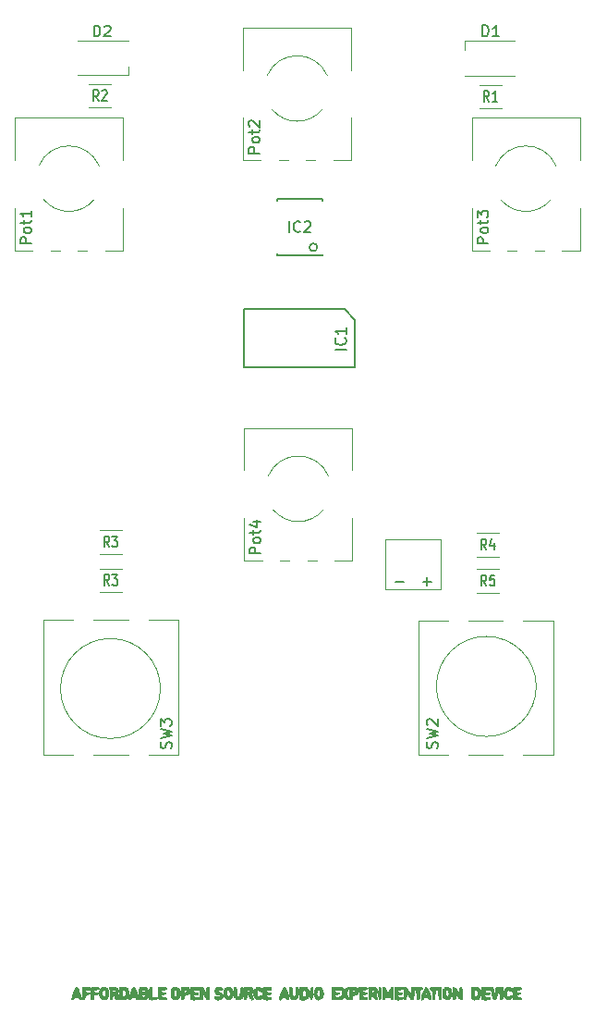
<source format=gbr>
G04 #@! TF.FileFunction,Legend,Top*
%FSLAX46Y46*%
G04 Gerber Fmt 4.6, Leading zero omitted, Abs format (unit mm)*
G04 Created by KiCad (PCBNEW 4.0.7-e0-6372~58~ubuntu16.04.1) date Fri Aug 17 11:57:39 2018*
%MOMM*%
%LPD*%
G01*
G04 APERTURE LIST*
%ADD10C,0.100000*%
%ADD11C,0.120000*%
%ADD12C,0.010000*%
%ADD13C,0.150000*%
G04 APERTURE END LIST*
D10*
D11*
X103826000Y-44716500D02*
X99176000Y-44716500D01*
X103826000Y-41516500D02*
X99176000Y-41516500D01*
X99176000Y-41516500D02*
X99176000Y-42316500D01*
X63726500Y-41453000D02*
X68376500Y-41453000D01*
X63726500Y-44653000D02*
X68376500Y-44653000D01*
X68376500Y-44653000D02*
X68376500Y-43853000D01*
X97028000Y-91694000D02*
X91948000Y-91694000D01*
X91948000Y-87122000D02*
X97028000Y-87122000D01*
X91948000Y-87122000D02*
X91948000Y-91694000D01*
X97028000Y-87122000D02*
X97028000Y-91694000D01*
D12*
G36*
X70433183Y-128097772D02*
X70464017Y-128119902D01*
X70468832Y-128126536D01*
X70475087Y-128138158D01*
X70480143Y-128153788D01*
X70484162Y-128176185D01*
X70487306Y-128208104D01*
X70489738Y-128252304D01*
X70491620Y-128311540D01*
X70493116Y-128388570D01*
X70494386Y-128486151D01*
X70495301Y-128575607D01*
X70499252Y-128990340D01*
X70731170Y-128996696D01*
X70828989Y-129000163D01*
X70904261Y-129004958D01*
X70959830Y-129011721D01*
X70998541Y-129021090D01*
X71023238Y-129033705D01*
X71036765Y-129050203D01*
X71041422Y-129066388D01*
X71036304Y-129108962D01*
X71007654Y-129145629D01*
X70955080Y-129176657D01*
X70878193Y-129202317D01*
X70827267Y-129213868D01*
X70761340Y-129224800D01*
X70687460Y-129233557D01*
X70613545Y-129239525D01*
X70547510Y-129242087D01*
X70497274Y-129240627D01*
X70491350Y-129239993D01*
X70412920Y-129227264D01*
X70351364Y-129210834D01*
X70310148Y-129191740D01*
X70299109Y-129182498D01*
X70291299Y-129171776D01*
X70285293Y-129156811D01*
X70280783Y-129134215D01*
X70277461Y-129100598D01*
X70275017Y-129052570D01*
X70273144Y-128986741D01*
X70271533Y-128899723D01*
X70271149Y-128875113D01*
X70270511Y-128757674D01*
X70272021Y-128640905D01*
X70275470Y-128528715D01*
X70280650Y-128425012D01*
X70287352Y-128333707D01*
X70295368Y-128258708D01*
X70304488Y-128203925D01*
X70307634Y-128191202D01*
X70329121Y-128144657D01*
X70360619Y-128112201D01*
X70397011Y-128095889D01*
X70433183Y-128097772D01*
X70433183Y-128097772D01*
G37*
X70433183Y-128097772D02*
X70464017Y-128119902D01*
X70468832Y-128126536D01*
X70475087Y-128138158D01*
X70480143Y-128153788D01*
X70484162Y-128176185D01*
X70487306Y-128208104D01*
X70489738Y-128252304D01*
X70491620Y-128311540D01*
X70493116Y-128388570D01*
X70494386Y-128486151D01*
X70495301Y-128575607D01*
X70499252Y-128990340D01*
X70731170Y-128996696D01*
X70828989Y-129000163D01*
X70904261Y-129004958D01*
X70959830Y-129011721D01*
X70998541Y-129021090D01*
X71023238Y-129033705D01*
X71036765Y-129050203D01*
X71041422Y-129066388D01*
X71036304Y-129108962D01*
X71007654Y-129145629D01*
X70955080Y-129176657D01*
X70878193Y-129202317D01*
X70827267Y-129213868D01*
X70761340Y-129224800D01*
X70687460Y-129233557D01*
X70613545Y-129239525D01*
X70547510Y-129242087D01*
X70497274Y-129240627D01*
X70491350Y-129239993D01*
X70412920Y-129227264D01*
X70351364Y-129210834D01*
X70310148Y-129191740D01*
X70299109Y-129182498D01*
X70291299Y-129171776D01*
X70285293Y-129156811D01*
X70280783Y-129134215D01*
X70277461Y-129100598D01*
X70275017Y-129052570D01*
X70273144Y-128986741D01*
X70271533Y-128899723D01*
X70271149Y-128875113D01*
X70270511Y-128757674D01*
X70272021Y-128640905D01*
X70275470Y-128528715D01*
X70280650Y-128425012D01*
X70287352Y-128333707D01*
X70295368Y-128258708D01*
X70304488Y-128203925D01*
X70307634Y-128191202D01*
X70329121Y-128144657D01*
X70360619Y-128112201D01*
X70397011Y-128095889D01*
X70433183Y-128097772D01*
G36*
X74647004Y-128095013D02*
X74753666Y-128096299D01*
X74851606Y-128098362D01*
X74933014Y-128101105D01*
X74942253Y-128101520D01*
X75151356Y-128111250D01*
X75312580Y-128369142D01*
X75358106Y-128441387D01*
X75399529Y-128506025D01*
X75434872Y-128560059D01*
X75462155Y-128600487D01*
X75479399Y-128624312D01*
X75484352Y-128629492D01*
X75488870Y-128618408D01*
X75494463Y-128586211D01*
X75500572Y-128537134D01*
X75506641Y-128475411D01*
X75509952Y-128435100D01*
X75518753Y-128335362D01*
X75528796Y-128258298D01*
X75541234Y-128201182D01*
X75557216Y-128161288D01*
X75577894Y-128135890D01*
X75604418Y-128122261D01*
X75637940Y-128117676D01*
X75644003Y-128117600D01*
X75675411Y-128118606D01*
X75701268Y-128123118D01*
X75722104Y-128133379D01*
X75738450Y-128151627D01*
X75750837Y-128180106D01*
X75759796Y-128221054D01*
X75765857Y-128276714D01*
X75769552Y-128349327D01*
X75771410Y-128441133D01*
X75771963Y-128554373D01*
X75771833Y-128657350D01*
X75771195Y-128786195D01*
X75769784Y-128892169D01*
X75767292Y-128977798D01*
X75763409Y-129045607D01*
X75757824Y-129098120D01*
X75750229Y-129137863D01*
X75740315Y-129167362D01*
X75727770Y-129189140D01*
X75712286Y-129205724D01*
X75703768Y-129212544D01*
X75669795Y-129227623D01*
X75631829Y-129224378D01*
X75588964Y-129201985D01*
X75540294Y-129159618D01*
X75484913Y-129096455D01*
X75421916Y-129011669D01*
X75350395Y-128904436D01*
X75330050Y-128872392D01*
X75203050Y-128670600D01*
X75195884Y-128873525D01*
X75192015Y-128961144D01*
X75187144Y-129027329D01*
X75180813Y-129076039D01*
X75172569Y-129111233D01*
X75166703Y-129127076D01*
X75132328Y-129188086D01*
X75092477Y-129224380D01*
X75046235Y-129236211D01*
X74992689Y-129223831D01*
X74935451Y-129190750D01*
X74889114Y-129160962D01*
X74855944Y-129148436D01*
X74831336Y-129152282D01*
X74814080Y-129167317D01*
X74788157Y-129189218D01*
X74748928Y-129206367D01*
X74693073Y-129219646D01*
X74617268Y-129229937D01*
X74558108Y-129235256D01*
X74498050Y-129239778D01*
X74447734Y-129243284D01*
X74412267Y-129245439D01*
X74396757Y-129245907D01*
X74396600Y-129245881D01*
X74381845Y-129244066D01*
X74348239Y-129240517D01*
X74302217Y-129235907D01*
X74287453Y-129234466D01*
X74218954Y-129226511D01*
X74165112Y-129215522D01*
X74124013Y-129198562D01*
X74093743Y-129172693D01*
X74072386Y-129134976D01*
X74058028Y-129082474D01*
X74048755Y-129012248D01*
X74042651Y-128921360D01*
X74040652Y-128876551D01*
X74345800Y-128876551D01*
X74357142Y-128927560D01*
X74390089Y-128966251D01*
X74434700Y-128988194D01*
X74456800Y-128992775D01*
X74498449Y-128999504D01*
X74553960Y-129007623D01*
X74617649Y-129016380D01*
X74683830Y-129025018D01*
X74746817Y-129032783D01*
X74800924Y-129038919D01*
X74840467Y-129042672D01*
X74849439Y-129043264D01*
X74862209Y-129042234D01*
X74870837Y-129034460D01*
X74876719Y-129015323D01*
X74881255Y-128980205D01*
X74885842Y-128924486D01*
X74885993Y-128922470D01*
X74888625Y-128863667D01*
X74889547Y-128786028D01*
X74888918Y-128696049D01*
X74886896Y-128600226D01*
X74883642Y-128505055D01*
X74879313Y-128417030D01*
X74874070Y-128342648D01*
X74871030Y-128311483D01*
X74863625Y-128245017D01*
X74831654Y-128270165D01*
X74802741Y-128288652D01*
X74766256Y-128302970D01*
X74717965Y-128314039D01*
X74653632Y-128322775D01*
X74569021Y-128330096D01*
X74548387Y-128331532D01*
X74482010Y-128336420D01*
X74436170Y-128341239D01*
X74406028Y-128347052D01*
X74386747Y-128354923D01*
X74373490Y-128365915D01*
X74369191Y-128370926D01*
X74354569Y-128402163D01*
X74346630Y-128444745D01*
X74346433Y-128487229D01*
X74355034Y-128518172D01*
X74355519Y-128518923D01*
X74377032Y-128538748D01*
X74413619Y-128553724D01*
X74468490Y-128564702D01*
X74544856Y-128572537D01*
X74561909Y-128573730D01*
X74641408Y-128580925D01*
X74698422Y-128591298D01*
X74735797Y-128606182D01*
X74756380Y-128626910D01*
X74763019Y-128654816D01*
X74762471Y-128667656D01*
X74746884Y-128706435D01*
X74708836Y-128733508D01*
X74648433Y-128748825D01*
X74584550Y-128752580D01*
X74509473Y-128755840D01*
X74444708Y-128764914D01*
X74394707Y-128778796D01*
X74363921Y-128796482D01*
X74358368Y-128803645D01*
X74350042Y-128831681D01*
X74345901Y-128870078D01*
X74345800Y-128876551D01*
X74040652Y-128876551D01*
X74039654Y-128854200D01*
X74036603Y-128779868D01*
X74033858Y-128714869D01*
X74031594Y-128663222D01*
X74029988Y-128628948D01*
X74029219Y-128616075D01*
X74017856Y-128610735D01*
X73996414Y-128620888D01*
X73971407Y-128642797D01*
X73960881Y-128655291D01*
X73922879Y-128691585D01*
X73865668Y-128729087D01*
X73795082Y-128764769D01*
X73716956Y-128795603D01*
X73654414Y-128814370D01*
X73587226Y-128833141D01*
X73540856Y-128851811D01*
X73511069Y-128874488D01*
X73493635Y-128905281D01*
X73484321Y-128948299D01*
X73480764Y-128982953D01*
X73470173Y-129059021D01*
X73451005Y-129116728D01*
X73420552Y-129162425D01*
X73392777Y-129189240D01*
X73341425Y-129222519D01*
X73295497Y-129231057D01*
X73254486Y-129214815D01*
X73218674Y-129174963D01*
X73212033Y-129162617D01*
X73206867Y-129146260D01*
X73203007Y-129122845D01*
X73200284Y-129089322D01*
X73198530Y-129042644D01*
X73197574Y-128979763D01*
X73197248Y-128897631D01*
X73197384Y-128793200D01*
X73197389Y-128791234D01*
X73198027Y-128688885D01*
X73199325Y-128585351D01*
X73201166Y-128486197D01*
X73201779Y-128462060D01*
X73461242Y-128462060D01*
X73462110Y-128500929D01*
X73471230Y-128519735D01*
X73511278Y-128550903D01*
X73562869Y-128567921D01*
X73618083Y-128570412D01*
X73668997Y-128558002D01*
X73707205Y-128530891D01*
X73730032Y-128497706D01*
X73734123Y-128467014D01*
X73720372Y-128428781D01*
X73716935Y-128421984D01*
X73684207Y-128381800D01*
X73639252Y-128356093D01*
X73589053Y-128346235D01*
X73540597Y-128353601D01*
X73500928Y-128379496D01*
X73474784Y-128418739D01*
X73461242Y-128462060D01*
X73201779Y-128462060D01*
X73203433Y-128396988D01*
X73206009Y-128323289D01*
X73208149Y-128280284D01*
X73217969Y-128119119D01*
X73288658Y-128110287D01*
X73325192Y-128107251D01*
X73381171Y-128104485D01*
X73450641Y-128102199D01*
X73527647Y-128100600D01*
X73582698Y-128100002D01*
X73672722Y-128099831D01*
X73741772Y-128101735D01*
X73794274Y-128107355D01*
X73834650Y-128118328D01*
X73867325Y-128136294D01*
X73896722Y-128162892D01*
X73927264Y-128199760D01*
X73955861Y-128238250D01*
X74020853Y-128327150D01*
X74047376Y-128239191D01*
X74060198Y-128197862D01*
X74072872Y-128165557D01*
X74088529Y-128141125D01*
X74110296Y-128123414D01*
X74141305Y-128111274D01*
X74184684Y-128103552D01*
X74243562Y-128099097D01*
X74321069Y-128096757D01*
X74420334Y-128095381D01*
X74438772Y-128095170D01*
X74539436Y-128094604D01*
X74647004Y-128095013D01*
X74647004Y-128095013D01*
G37*
X74647004Y-128095013D02*
X74753666Y-128096299D01*
X74851606Y-128098362D01*
X74933014Y-128101105D01*
X74942253Y-128101520D01*
X75151356Y-128111250D01*
X75312580Y-128369142D01*
X75358106Y-128441387D01*
X75399529Y-128506025D01*
X75434872Y-128560059D01*
X75462155Y-128600487D01*
X75479399Y-128624312D01*
X75484352Y-128629492D01*
X75488870Y-128618408D01*
X75494463Y-128586211D01*
X75500572Y-128537134D01*
X75506641Y-128475411D01*
X75509952Y-128435100D01*
X75518753Y-128335362D01*
X75528796Y-128258298D01*
X75541234Y-128201182D01*
X75557216Y-128161288D01*
X75577894Y-128135890D01*
X75604418Y-128122261D01*
X75637940Y-128117676D01*
X75644003Y-128117600D01*
X75675411Y-128118606D01*
X75701268Y-128123118D01*
X75722104Y-128133379D01*
X75738450Y-128151627D01*
X75750837Y-128180106D01*
X75759796Y-128221054D01*
X75765857Y-128276714D01*
X75769552Y-128349327D01*
X75771410Y-128441133D01*
X75771963Y-128554373D01*
X75771833Y-128657350D01*
X75771195Y-128786195D01*
X75769784Y-128892169D01*
X75767292Y-128977798D01*
X75763409Y-129045607D01*
X75757824Y-129098120D01*
X75750229Y-129137863D01*
X75740315Y-129167362D01*
X75727770Y-129189140D01*
X75712286Y-129205724D01*
X75703768Y-129212544D01*
X75669795Y-129227623D01*
X75631829Y-129224378D01*
X75588964Y-129201985D01*
X75540294Y-129159618D01*
X75484913Y-129096455D01*
X75421916Y-129011669D01*
X75350395Y-128904436D01*
X75330050Y-128872392D01*
X75203050Y-128670600D01*
X75195884Y-128873525D01*
X75192015Y-128961144D01*
X75187144Y-129027329D01*
X75180813Y-129076039D01*
X75172569Y-129111233D01*
X75166703Y-129127076D01*
X75132328Y-129188086D01*
X75092477Y-129224380D01*
X75046235Y-129236211D01*
X74992689Y-129223831D01*
X74935451Y-129190750D01*
X74889114Y-129160962D01*
X74855944Y-129148436D01*
X74831336Y-129152282D01*
X74814080Y-129167317D01*
X74788157Y-129189218D01*
X74748928Y-129206367D01*
X74693073Y-129219646D01*
X74617268Y-129229937D01*
X74558108Y-129235256D01*
X74498050Y-129239778D01*
X74447734Y-129243284D01*
X74412267Y-129245439D01*
X74396757Y-129245907D01*
X74396600Y-129245881D01*
X74381845Y-129244066D01*
X74348239Y-129240517D01*
X74302217Y-129235907D01*
X74287453Y-129234466D01*
X74218954Y-129226511D01*
X74165112Y-129215522D01*
X74124013Y-129198562D01*
X74093743Y-129172693D01*
X74072386Y-129134976D01*
X74058028Y-129082474D01*
X74048755Y-129012248D01*
X74042651Y-128921360D01*
X74040652Y-128876551D01*
X74345800Y-128876551D01*
X74357142Y-128927560D01*
X74390089Y-128966251D01*
X74434700Y-128988194D01*
X74456800Y-128992775D01*
X74498449Y-128999504D01*
X74553960Y-129007623D01*
X74617649Y-129016380D01*
X74683830Y-129025018D01*
X74746817Y-129032783D01*
X74800924Y-129038919D01*
X74840467Y-129042672D01*
X74849439Y-129043264D01*
X74862209Y-129042234D01*
X74870837Y-129034460D01*
X74876719Y-129015323D01*
X74881255Y-128980205D01*
X74885842Y-128924486D01*
X74885993Y-128922470D01*
X74888625Y-128863667D01*
X74889547Y-128786028D01*
X74888918Y-128696049D01*
X74886896Y-128600226D01*
X74883642Y-128505055D01*
X74879313Y-128417030D01*
X74874070Y-128342648D01*
X74871030Y-128311483D01*
X74863625Y-128245017D01*
X74831654Y-128270165D01*
X74802741Y-128288652D01*
X74766256Y-128302970D01*
X74717965Y-128314039D01*
X74653632Y-128322775D01*
X74569021Y-128330096D01*
X74548387Y-128331532D01*
X74482010Y-128336420D01*
X74436170Y-128341239D01*
X74406028Y-128347052D01*
X74386747Y-128354923D01*
X74373490Y-128365915D01*
X74369191Y-128370926D01*
X74354569Y-128402163D01*
X74346630Y-128444745D01*
X74346433Y-128487229D01*
X74355034Y-128518172D01*
X74355519Y-128518923D01*
X74377032Y-128538748D01*
X74413619Y-128553724D01*
X74468490Y-128564702D01*
X74544856Y-128572537D01*
X74561909Y-128573730D01*
X74641408Y-128580925D01*
X74698422Y-128591298D01*
X74735797Y-128606182D01*
X74756380Y-128626910D01*
X74763019Y-128654816D01*
X74762471Y-128667656D01*
X74746884Y-128706435D01*
X74708836Y-128733508D01*
X74648433Y-128748825D01*
X74584550Y-128752580D01*
X74509473Y-128755840D01*
X74444708Y-128764914D01*
X74394707Y-128778796D01*
X74363921Y-128796482D01*
X74358368Y-128803645D01*
X74350042Y-128831681D01*
X74345901Y-128870078D01*
X74345800Y-128876551D01*
X74040652Y-128876551D01*
X74039654Y-128854200D01*
X74036603Y-128779868D01*
X74033858Y-128714869D01*
X74031594Y-128663222D01*
X74029988Y-128628948D01*
X74029219Y-128616075D01*
X74017856Y-128610735D01*
X73996414Y-128620888D01*
X73971407Y-128642797D01*
X73960881Y-128655291D01*
X73922879Y-128691585D01*
X73865668Y-128729087D01*
X73795082Y-128764769D01*
X73716956Y-128795603D01*
X73654414Y-128814370D01*
X73587226Y-128833141D01*
X73540856Y-128851811D01*
X73511069Y-128874488D01*
X73493635Y-128905281D01*
X73484321Y-128948299D01*
X73480764Y-128982953D01*
X73470173Y-129059021D01*
X73451005Y-129116728D01*
X73420552Y-129162425D01*
X73392777Y-129189240D01*
X73341425Y-129222519D01*
X73295497Y-129231057D01*
X73254486Y-129214815D01*
X73218674Y-129174963D01*
X73212033Y-129162617D01*
X73206867Y-129146260D01*
X73203007Y-129122845D01*
X73200284Y-129089322D01*
X73198530Y-129042644D01*
X73197574Y-128979763D01*
X73197248Y-128897631D01*
X73197384Y-128793200D01*
X73197389Y-128791234D01*
X73198027Y-128688885D01*
X73199325Y-128585351D01*
X73201166Y-128486197D01*
X73201779Y-128462060D01*
X73461242Y-128462060D01*
X73462110Y-128500929D01*
X73471230Y-128519735D01*
X73511278Y-128550903D01*
X73562869Y-128567921D01*
X73618083Y-128570412D01*
X73668997Y-128558002D01*
X73707205Y-128530891D01*
X73730032Y-128497706D01*
X73734123Y-128467014D01*
X73720372Y-128428781D01*
X73716935Y-128421984D01*
X73684207Y-128381800D01*
X73639252Y-128356093D01*
X73589053Y-128346235D01*
X73540597Y-128353601D01*
X73500928Y-128379496D01*
X73474784Y-128418739D01*
X73461242Y-128462060D01*
X73201779Y-128462060D01*
X73203433Y-128396988D01*
X73206009Y-128323289D01*
X73208149Y-128280284D01*
X73217969Y-128119119D01*
X73288658Y-128110287D01*
X73325192Y-128107251D01*
X73381171Y-128104485D01*
X73450641Y-128102199D01*
X73527647Y-128100600D01*
X73582698Y-128100002D01*
X73672722Y-128099831D01*
X73741772Y-128101735D01*
X73794274Y-128107355D01*
X73834650Y-128118328D01*
X73867325Y-128136294D01*
X73896722Y-128162892D01*
X73927264Y-128199760D01*
X73955861Y-128238250D01*
X74020853Y-128327150D01*
X74047376Y-128239191D01*
X74060198Y-128197862D01*
X74072872Y-128165557D01*
X74088529Y-128141125D01*
X74110296Y-128123414D01*
X74141305Y-128111274D01*
X74184684Y-128103552D01*
X74243562Y-128099097D01*
X74321069Y-128096757D01*
X74420334Y-128095381D01*
X74438772Y-128095170D01*
X74539436Y-128094604D01*
X74647004Y-128095013D01*
G36*
X77658712Y-128097990D02*
X77738407Y-128127886D01*
X77804534Y-128178163D01*
X77857294Y-128249136D01*
X77896889Y-128341122D01*
X77923517Y-128454434D01*
X77937379Y-128589389D01*
X77939648Y-128677242D01*
X77934694Y-128800298D01*
X77919415Y-128902692D01*
X77894015Y-128983191D01*
X77886952Y-128998109D01*
X77845991Y-129058255D01*
X77787450Y-129117615D01*
X77718502Y-129169700D01*
X77663065Y-129200658D01*
X77586784Y-129227850D01*
X77513179Y-129235319D01*
X77439662Y-129222301D01*
X77363646Y-129188036D01*
X77282546Y-129131761D01*
X77208436Y-129066770D01*
X77100717Y-128964805D01*
X77013225Y-129059756D01*
X76939700Y-129130403D01*
X76865776Y-129180590D01*
X76784182Y-129214310D01*
X76695300Y-129234350D01*
X76647497Y-129241775D01*
X76613422Y-129245223D01*
X76582823Y-129244648D01*
X76545447Y-129240003D01*
X76504800Y-129233493D01*
X76416686Y-129210999D01*
X76343458Y-129175923D01*
X76287621Y-129130343D01*
X76251681Y-129076340D01*
X76238145Y-129015992D01*
X76238100Y-129012215D01*
X76247108Y-128960453D01*
X76274267Y-128925813D01*
X76319774Y-128908233D01*
X76383828Y-128907649D01*
X76466629Y-128924001D01*
X76494171Y-128931900D01*
X76565993Y-128948335D01*
X76630375Y-128953266D01*
X76685112Y-128948300D01*
X76728000Y-128935043D01*
X76756836Y-128915102D01*
X76769416Y-128890083D01*
X76763537Y-128861594D01*
X76736993Y-128831239D01*
X76687583Y-128800627D01*
X76679519Y-128796784D01*
X76630282Y-128777539D01*
X76579095Y-128762911D01*
X76555687Y-128758571D01*
X76500569Y-128750591D01*
X76462741Y-128741650D01*
X76434187Y-128728621D01*
X76406889Y-128708379D01*
X76390936Y-128694333D01*
X76343856Y-128636623D01*
X76313392Y-128562779D01*
X76298951Y-128471075D01*
X76297526Y-128422400D01*
X76303311Y-128322060D01*
X76321145Y-128242684D01*
X76352996Y-128182345D01*
X76400829Y-128139119D01*
X76466612Y-128111082D01*
X76552310Y-128096309D01*
X76634349Y-128092755D01*
X76742661Y-128096357D01*
X76829323Y-128108849D01*
X76896796Y-128131137D01*
X76947543Y-128164129D01*
X76984027Y-128208730D01*
X76992630Y-128224655D01*
X77007124Y-128258054D01*
X77009501Y-128280611D01*
X77000548Y-128303357D01*
X76998518Y-128307037D01*
X76977260Y-128335414D01*
X76947688Y-128355384D01*
X76905615Y-128368206D01*
X76846855Y-128375142D01*
X76767221Y-128377451D01*
X76764591Y-128377462D01*
X76697694Y-128378539D01*
X76650794Y-128381697D01*
X76618523Y-128387641D01*
X76595516Y-128397078D01*
X76589966Y-128400467D01*
X76566165Y-128419702D01*
X76555628Y-128435419D01*
X76555600Y-128435970D01*
X76567113Y-128460618D01*
X76598290Y-128487677D01*
X76644088Y-128513664D01*
X76699069Y-128534979D01*
X76802236Y-128572551D01*
X76886067Y-128616954D01*
X76956460Y-128672094D01*
X77019308Y-128741880D01*
X77027509Y-128752600D01*
X77049759Y-128777224D01*
X77067116Y-128787775D01*
X77071586Y-128786674D01*
X77076251Y-128770683D01*
X77081311Y-128734497D01*
X77086188Y-128683304D01*
X77087938Y-128657350D01*
X77400150Y-128657350D01*
X77401003Y-128733904D01*
X77403967Y-128790893D01*
X77409646Y-128834104D01*
X77418644Y-128869325D01*
X77423780Y-128883704D01*
X77451872Y-128935204D01*
X77487106Y-128962339D01*
X77529643Y-128965164D01*
X77579644Y-128943735D01*
X77585596Y-128939906D01*
X77618130Y-128909894D01*
X77649335Y-128867439D01*
X77660093Y-128848057D01*
X77682469Y-128781202D01*
X77692944Y-128700973D01*
X77691479Y-128616458D01*
X77678037Y-128536742D01*
X77661622Y-128488982D01*
X77626086Y-128426462D01*
X77585025Y-128381630D01*
X77541687Y-128355069D01*
X77499321Y-128347362D01*
X77461175Y-128359092D01*
X77430498Y-128390840D01*
X77410538Y-128443191D01*
X77410383Y-128443916D01*
X77406456Y-128475178D01*
X77403226Y-128525094D01*
X77401017Y-128586923D01*
X77400152Y-128653922D01*
X77400150Y-128657350D01*
X77087938Y-128657350D01*
X77090304Y-128622292D01*
X77090684Y-128615224D01*
X77095877Y-128532635D01*
X77102553Y-128469321D01*
X77112196Y-128419159D01*
X77126291Y-128376024D01*
X77146322Y-128333792D01*
X77168143Y-128295666D01*
X77230382Y-128215536D01*
X77309029Y-128154085D01*
X77402337Y-128112224D01*
X77508559Y-128090865D01*
X77565250Y-128088160D01*
X77658712Y-128097990D01*
X77658712Y-128097990D01*
G37*
X77658712Y-128097990D02*
X77738407Y-128127886D01*
X77804534Y-128178163D01*
X77857294Y-128249136D01*
X77896889Y-128341122D01*
X77923517Y-128454434D01*
X77937379Y-128589389D01*
X77939648Y-128677242D01*
X77934694Y-128800298D01*
X77919415Y-128902692D01*
X77894015Y-128983191D01*
X77886952Y-128998109D01*
X77845991Y-129058255D01*
X77787450Y-129117615D01*
X77718502Y-129169700D01*
X77663065Y-129200658D01*
X77586784Y-129227850D01*
X77513179Y-129235319D01*
X77439662Y-129222301D01*
X77363646Y-129188036D01*
X77282546Y-129131761D01*
X77208436Y-129066770D01*
X77100717Y-128964805D01*
X77013225Y-129059756D01*
X76939700Y-129130403D01*
X76865776Y-129180590D01*
X76784182Y-129214310D01*
X76695300Y-129234350D01*
X76647497Y-129241775D01*
X76613422Y-129245223D01*
X76582823Y-129244648D01*
X76545447Y-129240003D01*
X76504800Y-129233493D01*
X76416686Y-129210999D01*
X76343458Y-129175923D01*
X76287621Y-129130343D01*
X76251681Y-129076340D01*
X76238145Y-129015992D01*
X76238100Y-129012215D01*
X76247108Y-128960453D01*
X76274267Y-128925813D01*
X76319774Y-128908233D01*
X76383828Y-128907649D01*
X76466629Y-128924001D01*
X76494171Y-128931900D01*
X76565993Y-128948335D01*
X76630375Y-128953266D01*
X76685112Y-128948300D01*
X76728000Y-128935043D01*
X76756836Y-128915102D01*
X76769416Y-128890083D01*
X76763537Y-128861594D01*
X76736993Y-128831239D01*
X76687583Y-128800627D01*
X76679519Y-128796784D01*
X76630282Y-128777539D01*
X76579095Y-128762911D01*
X76555687Y-128758571D01*
X76500569Y-128750591D01*
X76462741Y-128741650D01*
X76434187Y-128728621D01*
X76406889Y-128708379D01*
X76390936Y-128694333D01*
X76343856Y-128636623D01*
X76313392Y-128562779D01*
X76298951Y-128471075D01*
X76297526Y-128422400D01*
X76303311Y-128322060D01*
X76321145Y-128242684D01*
X76352996Y-128182345D01*
X76400829Y-128139119D01*
X76466612Y-128111082D01*
X76552310Y-128096309D01*
X76634349Y-128092755D01*
X76742661Y-128096357D01*
X76829323Y-128108849D01*
X76896796Y-128131137D01*
X76947543Y-128164129D01*
X76984027Y-128208730D01*
X76992630Y-128224655D01*
X77007124Y-128258054D01*
X77009501Y-128280611D01*
X77000548Y-128303357D01*
X76998518Y-128307037D01*
X76977260Y-128335414D01*
X76947688Y-128355384D01*
X76905615Y-128368206D01*
X76846855Y-128375142D01*
X76767221Y-128377451D01*
X76764591Y-128377462D01*
X76697694Y-128378539D01*
X76650794Y-128381697D01*
X76618523Y-128387641D01*
X76595516Y-128397078D01*
X76589966Y-128400467D01*
X76566165Y-128419702D01*
X76555628Y-128435419D01*
X76555600Y-128435970D01*
X76567113Y-128460618D01*
X76598290Y-128487677D01*
X76644088Y-128513664D01*
X76699069Y-128534979D01*
X76802236Y-128572551D01*
X76886067Y-128616954D01*
X76956460Y-128672094D01*
X77019308Y-128741880D01*
X77027509Y-128752600D01*
X77049759Y-128777224D01*
X77067116Y-128787775D01*
X77071586Y-128786674D01*
X77076251Y-128770683D01*
X77081311Y-128734497D01*
X77086188Y-128683304D01*
X77087938Y-128657350D01*
X77400150Y-128657350D01*
X77401003Y-128733904D01*
X77403967Y-128790893D01*
X77409646Y-128834104D01*
X77418644Y-128869325D01*
X77423780Y-128883704D01*
X77451872Y-128935204D01*
X77487106Y-128962339D01*
X77529643Y-128965164D01*
X77579644Y-128943735D01*
X77585596Y-128939906D01*
X77618130Y-128909894D01*
X77649335Y-128867439D01*
X77660093Y-128848057D01*
X77682469Y-128781202D01*
X77692944Y-128700973D01*
X77691479Y-128616458D01*
X77678037Y-128536742D01*
X77661622Y-128488982D01*
X77626086Y-128426462D01*
X77585025Y-128381630D01*
X77541687Y-128355069D01*
X77499321Y-128347362D01*
X77461175Y-128359092D01*
X77430498Y-128390840D01*
X77410538Y-128443191D01*
X77410383Y-128443916D01*
X77406456Y-128475178D01*
X77403226Y-128525094D01*
X77401017Y-128586923D01*
X77400152Y-128653922D01*
X77400150Y-128657350D01*
X77087938Y-128657350D01*
X77090304Y-128622292D01*
X77090684Y-128615224D01*
X77095877Y-128532635D01*
X77102553Y-128469321D01*
X77112196Y-128419159D01*
X77126291Y-128376024D01*
X77146322Y-128333792D01*
X77168143Y-128295666D01*
X77230382Y-128215536D01*
X77309029Y-128154085D01*
X77402337Y-128112224D01*
X77508559Y-128090865D01*
X77565250Y-128088160D01*
X77658712Y-128097990D01*
G36*
X80431761Y-128101082D02*
X80514709Y-128143382D01*
X80562141Y-128181931D01*
X80596702Y-128212825D01*
X80625357Y-128235208D01*
X80642268Y-128244551D01*
X80642892Y-128244600D01*
X80657638Y-128234699D01*
X80678729Y-128209546D01*
X80690062Y-128192829D01*
X80726992Y-128149310D01*
X80768507Y-128121937D01*
X80811615Y-128109669D01*
X80874436Y-128099326D01*
X80951332Y-128091281D01*
X81036662Y-128085902D01*
X81124788Y-128083561D01*
X81210071Y-128084628D01*
X81276788Y-128088549D01*
X81351343Y-128096275D01*
X81404131Y-128105934D01*
X81438788Y-128119716D01*
X81458944Y-128139814D01*
X81468235Y-128168420D01*
X81470305Y-128205293D01*
X81468273Y-128243467D01*
X81463378Y-128271441D01*
X81460780Y-128277623D01*
X81442122Y-128295602D01*
X81411190Y-128309104D01*
X81364523Y-128318915D01*
X81298663Y-128325823D01*
X81231693Y-128329703D01*
X81149140Y-128334602D01*
X81088435Y-128341604D01*
X81046044Y-128351990D01*
X81018427Y-128367041D01*
X81002049Y-128388038D01*
X80993421Y-128415998D01*
X80988103Y-128465701D01*
X80994938Y-128503551D01*
X81016461Y-128531383D01*
X81055205Y-128551034D01*
X81113705Y-128564338D01*
X81194494Y-128573131D01*
X81212105Y-128574412D01*
X81276357Y-128579172D01*
X81320417Y-128583863D01*
X81349454Y-128589763D01*
X81368642Y-128598152D01*
X81383150Y-128610307D01*
X81390559Y-128618537D01*
X81410125Y-128644225D01*
X81419548Y-128662373D01*
X81419700Y-128663700D01*
X81412106Y-128680103D01*
X81393529Y-128705350D01*
X81390559Y-128708862D01*
X81376334Y-128723569D01*
X81360088Y-128733788D01*
X81336599Y-128740820D01*
X81300647Y-128745967D01*
X81247012Y-128750530D01*
X81214110Y-128752850D01*
X81137939Y-128759189D01*
X81082984Y-128766925D01*
X81045063Y-128777287D01*
X81019992Y-128791506D01*
X81003588Y-128810812D01*
X81000891Y-128815556D01*
X80988954Y-128856963D01*
X80990113Y-128903251D01*
X81003407Y-128942938D01*
X81012591Y-128955091D01*
X81028105Y-128967805D01*
X81048347Y-128977415D01*
X81077379Y-128984629D01*
X81119260Y-128990157D01*
X81178054Y-128994710D01*
X81257820Y-128998996D01*
X81266070Y-128999388D01*
X81349475Y-129005521D01*
X81409614Y-129015751D01*
X81448464Y-129031385D01*
X81468005Y-129053727D01*
X81470215Y-129084085D01*
X81457073Y-129123764D01*
X81456492Y-129125048D01*
X81427457Y-129160299D01*
X81377635Y-129189860D01*
X81311100Y-129213239D01*
X81231927Y-129229941D01*
X81144192Y-129239472D01*
X81051970Y-129241338D01*
X80959336Y-129235045D01*
X80870365Y-129220099D01*
X80810020Y-129203423D01*
X80755186Y-129177305D01*
X80711817Y-129141435D01*
X80685583Y-129101071D01*
X80681004Y-129083794D01*
X80673386Y-129058481D01*
X80658217Y-129050800D01*
X80632939Y-129061319D01*
X80594995Y-129090606D01*
X80576447Y-129107025D01*
X80532871Y-129143478D01*
X80487581Y-129176624D01*
X80452043Y-129198353D01*
X80391721Y-129219640D01*
X80319231Y-129231390D01*
X80246394Y-129232414D01*
X80194150Y-129224268D01*
X80106032Y-129188181D01*
X80023228Y-129131269D01*
X79950654Y-129058106D01*
X79893223Y-128973265D01*
X79869392Y-128922064D01*
X79856566Y-128884435D01*
X79847282Y-128843670D01*
X79840676Y-128793767D01*
X79835881Y-128728721D01*
X79833109Y-128670233D01*
X79832531Y-128656068D01*
X80137250Y-128656068D01*
X80140761Y-128737706D01*
X80151346Y-128814192D01*
X80168938Y-128879636D01*
X80193473Y-128928148D01*
X80201226Y-128937522D01*
X80240741Y-128963304D01*
X80285401Y-128965721D01*
X80328962Y-128944993D01*
X80367512Y-128918302D01*
X80406000Y-128900545D01*
X80452757Y-128888896D01*
X80516115Y-128880530D01*
X80520316Y-128880102D01*
X80582248Y-128872189D01*
X80625175Y-128860209D01*
X80652810Y-128839815D01*
X80668869Y-128806663D01*
X80677065Y-128756410D01*
X80680813Y-128692375D01*
X80681835Y-128617364D01*
X80677723Y-128563071D01*
X80668153Y-128525273D01*
X80667886Y-128524613D01*
X80655737Y-128498643D01*
X80641502Y-128486188D01*
X80616687Y-128483013D01*
X80586724Y-128484135D01*
X80552916Y-128484042D01*
X80521198Y-128478324D01*
X80484485Y-128464747D01*
X80435692Y-128441076D01*
X80413603Y-128429546D01*
X80339463Y-128394173D01*
X80281644Y-128375495D01*
X80237665Y-128373127D01*
X80205045Y-128386687D01*
X80195236Y-128395799D01*
X80169805Y-128439143D01*
X80151707Y-128500897D01*
X80140877Y-128575168D01*
X80137250Y-128656068D01*
X79832531Y-128656068D01*
X79825850Y-128492616D01*
X79767335Y-128574983D01*
X79720719Y-128642716D01*
X79689399Y-128696504D01*
X79672782Y-128742221D01*
X79670274Y-128785739D01*
X79681282Y-128832931D01*
X79705214Y-128889669D01*
X79730434Y-128940354D01*
X79757732Y-128997596D01*
X79780755Y-129053079D01*
X79796495Y-129099156D01*
X79801488Y-129121091D01*
X79804438Y-129159281D01*
X79798217Y-129183564D01*
X79780023Y-129204623D01*
X79779429Y-129205165D01*
X79736717Y-129234181D01*
X79694679Y-129239978D01*
X79660145Y-129229942D01*
X79618502Y-129202373D01*
X79571449Y-129155117D01*
X79522455Y-129092282D01*
X79474989Y-129017980D01*
X79462504Y-128995789D01*
X79410187Y-128904248D01*
X79365737Y-128836384D01*
X79328333Y-128792006D01*
X79297154Y-128770922D01*
X79271377Y-128772941D01*
X79250182Y-128797873D01*
X79232746Y-128845527D01*
X79218249Y-128915710D01*
X79214778Y-128938185D01*
X79198346Y-129035001D01*
X79180349Y-129109190D01*
X79159902Y-129163518D01*
X79136121Y-129200748D01*
X79128178Y-129209022D01*
X79091640Y-129231694D01*
X79057721Y-129229247D01*
X79027220Y-129201895D01*
X79013050Y-129178050D01*
X79005153Y-129160593D01*
X78999099Y-129141506D01*
X78994659Y-129117349D01*
X78991606Y-129084688D01*
X78989713Y-129040084D01*
X78988752Y-128980101D01*
X78988496Y-128901302D01*
X78988686Y-128809750D01*
X78989417Y-128708811D01*
X78990883Y-128603857D01*
X78992941Y-128501547D01*
X78994245Y-128453181D01*
X79222019Y-128453181D01*
X79228078Y-128503190D01*
X79242370Y-128533874D01*
X79271932Y-128555300D01*
X79316628Y-128562202D01*
X79370721Y-128554531D01*
X79422136Y-128535399D01*
X79469273Y-128503233D01*
X79500594Y-128462806D01*
X79514029Y-128419291D01*
X79507506Y-128377856D01*
X79493681Y-128356725D01*
X79476632Y-128344010D01*
X79450037Y-128336797D01*
X79407583Y-128333808D01*
X79378804Y-128333500D01*
X79328307Y-128334503D01*
X79295666Y-128338760D01*
X79273374Y-128348142D01*
X79253922Y-128364522D01*
X79253772Y-128364672D01*
X79230822Y-128403464D01*
X79222019Y-128453181D01*
X78994245Y-128453181D01*
X78995449Y-128408541D01*
X78998264Y-128331499D01*
X78999494Y-128305678D01*
X79009265Y-128119107D01*
X79078122Y-128110503D01*
X79113902Y-128107546D01*
X79169221Y-128104823D01*
X79238219Y-128102537D01*
X79315035Y-128100895D01*
X79372115Y-128100225D01*
X79463493Y-128099914D01*
X79533851Y-128101768D01*
X79587568Y-128107662D01*
X79629023Y-128119469D01*
X79662592Y-128139063D01*
X79692657Y-128168318D01*
X79723593Y-128209108D01*
X79759781Y-128263306D01*
X79762350Y-128267231D01*
X79793646Y-128314236D01*
X79819928Y-128352163D01*
X79838123Y-128376676D01*
X79844900Y-128383729D01*
X79854940Y-128374291D01*
X79875711Y-128349295D01*
X79903070Y-128313774D01*
X79908400Y-128306617D01*
X79974131Y-128227197D01*
X80038986Y-128169047D01*
X80107258Y-128128565D01*
X80134200Y-128117362D01*
X80241083Y-128088008D01*
X80340411Y-128082602D01*
X80431761Y-128101082D01*
X80431761Y-128101082D01*
G37*
X80431761Y-128101082D02*
X80514709Y-128143382D01*
X80562141Y-128181931D01*
X80596702Y-128212825D01*
X80625357Y-128235208D01*
X80642268Y-128244551D01*
X80642892Y-128244600D01*
X80657638Y-128234699D01*
X80678729Y-128209546D01*
X80690062Y-128192829D01*
X80726992Y-128149310D01*
X80768507Y-128121937D01*
X80811615Y-128109669D01*
X80874436Y-128099326D01*
X80951332Y-128091281D01*
X81036662Y-128085902D01*
X81124788Y-128083561D01*
X81210071Y-128084628D01*
X81276788Y-128088549D01*
X81351343Y-128096275D01*
X81404131Y-128105934D01*
X81438788Y-128119716D01*
X81458944Y-128139814D01*
X81468235Y-128168420D01*
X81470305Y-128205293D01*
X81468273Y-128243467D01*
X81463378Y-128271441D01*
X81460780Y-128277623D01*
X81442122Y-128295602D01*
X81411190Y-128309104D01*
X81364523Y-128318915D01*
X81298663Y-128325823D01*
X81231693Y-128329703D01*
X81149140Y-128334602D01*
X81088435Y-128341604D01*
X81046044Y-128351990D01*
X81018427Y-128367041D01*
X81002049Y-128388038D01*
X80993421Y-128415998D01*
X80988103Y-128465701D01*
X80994938Y-128503551D01*
X81016461Y-128531383D01*
X81055205Y-128551034D01*
X81113705Y-128564338D01*
X81194494Y-128573131D01*
X81212105Y-128574412D01*
X81276357Y-128579172D01*
X81320417Y-128583863D01*
X81349454Y-128589763D01*
X81368642Y-128598152D01*
X81383150Y-128610307D01*
X81390559Y-128618537D01*
X81410125Y-128644225D01*
X81419548Y-128662373D01*
X81419700Y-128663700D01*
X81412106Y-128680103D01*
X81393529Y-128705350D01*
X81390559Y-128708862D01*
X81376334Y-128723569D01*
X81360088Y-128733788D01*
X81336599Y-128740820D01*
X81300647Y-128745967D01*
X81247012Y-128750530D01*
X81214110Y-128752850D01*
X81137939Y-128759189D01*
X81082984Y-128766925D01*
X81045063Y-128777287D01*
X81019992Y-128791506D01*
X81003588Y-128810812D01*
X81000891Y-128815556D01*
X80988954Y-128856963D01*
X80990113Y-128903251D01*
X81003407Y-128942938D01*
X81012591Y-128955091D01*
X81028105Y-128967805D01*
X81048347Y-128977415D01*
X81077379Y-128984629D01*
X81119260Y-128990157D01*
X81178054Y-128994710D01*
X81257820Y-128998996D01*
X81266070Y-128999388D01*
X81349475Y-129005521D01*
X81409614Y-129015751D01*
X81448464Y-129031385D01*
X81468005Y-129053727D01*
X81470215Y-129084085D01*
X81457073Y-129123764D01*
X81456492Y-129125048D01*
X81427457Y-129160299D01*
X81377635Y-129189860D01*
X81311100Y-129213239D01*
X81231927Y-129229941D01*
X81144192Y-129239472D01*
X81051970Y-129241338D01*
X80959336Y-129235045D01*
X80870365Y-129220099D01*
X80810020Y-129203423D01*
X80755186Y-129177305D01*
X80711817Y-129141435D01*
X80685583Y-129101071D01*
X80681004Y-129083794D01*
X80673386Y-129058481D01*
X80658217Y-129050800D01*
X80632939Y-129061319D01*
X80594995Y-129090606D01*
X80576447Y-129107025D01*
X80532871Y-129143478D01*
X80487581Y-129176624D01*
X80452043Y-129198353D01*
X80391721Y-129219640D01*
X80319231Y-129231390D01*
X80246394Y-129232414D01*
X80194150Y-129224268D01*
X80106032Y-129188181D01*
X80023228Y-129131269D01*
X79950654Y-129058106D01*
X79893223Y-128973265D01*
X79869392Y-128922064D01*
X79856566Y-128884435D01*
X79847282Y-128843670D01*
X79840676Y-128793767D01*
X79835881Y-128728721D01*
X79833109Y-128670233D01*
X79832531Y-128656068D01*
X80137250Y-128656068D01*
X80140761Y-128737706D01*
X80151346Y-128814192D01*
X80168938Y-128879636D01*
X80193473Y-128928148D01*
X80201226Y-128937522D01*
X80240741Y-128963304D01*
X80285401Y-128965721D01*
X80328962Y-128944993D01*
X80367512Y-128918302D01*
X80406000Y-128900545D01*
X80452757Y-128888896D01*
X80516115Y-128880530D01*
X80520316Y-128880102D01*
X80582248Y-128872189D01*
X80625175Y-128860209D01*
X80652810Y-128839815D01*
X80668869Y-128806663D01*
X80677065Y-128756410D01*
X80680813Y-128692375D01*
X80681835Y-128617364D01*
X80677723Y-128563071D01*
X80668153Y-128525273D01*
X80667886Y-128524613D01*
X80655737Y-128498643D01*
X80641502Y-128486188D01*
X80616687Y-128483013D01*
X80586724Y-128484135D01*
X80552916Y-128484042D01*
X80521198Y-128478324D01*
X80484485Y-128464747D01*
X80435692Y-128441076D01*
X80413603Y-128429546D01*
X80339463Y-128394173D01*
X80281644Y-128375495D01*
X80237665Y-128373127D01*
X80205045Y-128386687D01*
X80195236Y-128395799D01*
X80169805Y-128439143D01*
X80151707Y-128500897D01*
X80140877Y-128575168D01*
X80137250Y-128656068D01*
X79832531Y-128656068D01*
X79825850Y-128492616D01*
X79767335Y-128574983D01*
X79720719Y-128642716D01*
X79689399Y-128696504D01*
X79672782Y-128742221D01*
X79670274Y-128785739D01*
X79681282Y-128832931D01*
X79705214Y-128889669D01*
X79730434Y-128940354D01*
X79757732Y-128997596D01*
X79780755Y-129053079D01*
X79796495Y-129099156D01*
X79801488Y-129121091D01*
X79804438Y-129159281D01*
X79798217Y-129183564D01*
X79780023Y-129204623D01*
X79779429Y-129205165D01*
X79736717Y-129234181D01*
X79694679Y-129239978D01*
X79660145Y-129229942D01*
X79618502Y-129202373D01*
X79571449Y-129155117D01*
X79522455Y-129092282D01*
X79474989Y-129017980D01*
X79462504Y-128995789D01*
X79410187Y-128904248D01*
X79365737Y-128836384D01*
X79328333Y-128792006D01*
X79297154Y-128770922D01*
X79271377Y-128772941D01*
X79250182Y-128797873D01*
X79232746Y-128845527D01*
X79218249Y-128915710D01*
X79214778Y-128938185D01*
X79198346Y-129035001D01*
X79180349Y-129109190D01*
X79159902Y-129163518D01*
X79136121Y-129200748D01*
X79128178Y-129209022D01*
X79091640Y-129231694D01*
X79057721Y-129229247D01*
X79027220Y-129201895D01*
X79013050Y-129178050D01*
X79005153Y-129160593D01*
X78999099Y-129141506D01*
X78994659Y-129117349D01*
X78991606Y-129084688D01*
X78989713Y-129040084D01*
X78988752Y-128980101D01*
X78988496Y-128901302D01*
X78988686Y-128809750D01*
X78989417Y-128708811D01*
X78990883Y-128603857D01*
X78992941Y-128501547D01*
X78994245Y-128453181D01*
X79222019Y-128453181D01*
X79228078Y-128503190D01*
X79242370Y-128533874D01*
X79271932Y-128555300D01*
X79316628Y-128562202D01*
X79370721Y-128554531D01*
X79422136Y-128535399D01*
X79469273Y-128503233D01*
X79500594Y-128462806D01*
X79514029Y-128419291D01*
X79507506Y-128377856D01*
X79493681Y-128356725D01*
X79476632Y-128344010D01*
X79450037Y-128336797D01*
X79407583Y-128333808D01*
X79378804Y-128333500D01*
X79328307Y-128334503D01*
X79295666Y-128338760D01*
X79273374Y-128348142D01*
X79253922Y-128364522D01*
X79253772Y-128364672D01*
X79230822Y-128403464D01*
X79222019Y-128453181D01*
X78994245Y-128453181D01*
X78995449Y-128408541D01*
X78998264Y-128331499D01*
X78999494Y-128305678D01*
X79009265Y-128119107D01*
X79078122Y-128110503D01*
X79113902Y-128107546D01*
X79169221Y-128104823D01*
X79238219Y-128102537D01*
X79315035Y-128100895D01*
X79372115Y-128100225D01*
X79463493Y-128099914D01*
X79533851Y-128101768D01*
X79587568Y-128107662D01*
X79629023Y-128119469D01*
X79662592Y-128139063D01*
X79692657Y-128168318D01*
X79723593Y-128209108D01*
X79759781Y-128263306D01*
X79762350Y-128267231D01*
X79793646Y-128314236D01*
X79819928Y-128352163D01*
X79838123Y-128376676D01*
X79844900Y-128383729D01*
X79854940Y-128374291D01*
X79875711Y-128349295D01*
X79903070Y-128313774D01*
X79908400Y-128306617D01*
X79974131Y-128227197D01*
X80038986Y-128169047D01*
X80107258Y-128128565D01*
X80134200Y-128117362D01*
X80241083Y-128088008D01*
X80340411Y-128082602D01*
X80431761Y-128101082D01*
G36*
X82684002Y-128120033D02*
X82722861Y-128145053D01*
X82762863Y-128193958D01*
X82804989Y-128266943D01*
X82850220Y-128364205D01*
X82899538Y-128485940D01*
X82928281Y-128562100D01*
X82983839Y-128718087D01*
X83026848Y-128852019D01*
X83057317Y-128963922D01*
X83075251Y-129053820D01*
X83079485Y-129090094D01*
X83082723Y-129137395D01*
X83081818Y-129166678D01*
X83075045Y-129185209D01*
X83060679Y-129200254D01*
X83051601Y-129207569D01*
X83022710Y-129226351D01*
X82999353Y-129235115D01*
X82997783Y-129235200D01*
X82981177Y-129226795D01*
X82951579Y-129204170D01*
X82913815Y-129171205D01*
X82888118Y-129146987D01*
X82819566Y-129085797D01*
X82758413Y-129043984D01*
X82699400Y-129018907D01*
X82637264Y-129007924D01*
X82609109Y-129006878D01*
X82543396Y-129012373D01*
X82493928Y-129031981D01*
X82454564Y-129069537D01*
X82421694Y-129123816D01*
X82397734Y-129165264D01*
X82372990Y-129199001D01*
X82356272Y-129215031D01*
X82314086Y-129234670D01*
X82271382Y-129242609D01*
X82245200Y-129239154D01*
X82205732Y-129213585D01*
X82184185Y-129176868D01*
X82181700Y-129158452D01*
X82186656Y-129118424D01*
X82200715Y-129058742D01*
X82222664Y-128982962D01*
X82251288Y-128894641D01*
X82285375Y-128797336D01*
X82323710Y-128694602D01*
X82330375Y-128677749D01*
X82581604Y-128677749D01*
X82583376Y-128713418D01*
X82604317Y-128739304D01*
X82639070Y-128752237D01*
X82682281Y-128749046D01*
X82695011Y-128744891D01*
X82708760Y-128727640D01*
X82714690Y-128694622D01*
X82713764Y-128653241D01*
X82706943Y-128610899D01*
X82695191Y-128575000D01*
X82679470Y-128552946D01*
X82669587Y-128549400D01*
X82651713Y-128559864D01*
X82628805Y-128586420D01*
X82605837Y-128621814D01*
X82587780Y-128658792D01*
X82581604Y-128677749D01*
X82330375Y-128677749D01*
X82365080Y-128589997D01*
X82408271Y-128487076D01*
X82419883Y-128460500D01*
X82472497Y-128346332D01*
X82520364Y-128254873D01*
X82564467Y-128186317D01*
X82605787Y-128140861D01*
X82645305Y-128118701D01*
X82684002Y-128120033D01*
X82684002Y-128120033D01*
G37*
X82684002Y-128120033D02*
X82722861Y-128145053D01*
X82762863Y-128193958D01*
X82804989Y-128266943D01*
X82850220Y-128364205D01*
X82899538Y-128485940D01*
X82928281Y-128562100D01*
X82983839Y-128718087D01*
X83026848Y-128852019D01*
X83057317Y-128963922D01*
X83075251Y-129053820D01*
X83079485Y-129090094D01*
X83082723Y-129137395D01*
X83081818Y-129166678D01*
X83075045Y-129185209D01*
X83060679Y-129200254D01*
X83051601Y-129207569D01*
X83022710Y-129226351D01*
X82999353Y-129235115D01*
X82997783Y-129235200D01*
X82981177Y-129226795D01*
X82951579Y-129204170D01*
X82913815Y-129171205D01*
X82888118Y-129146987D01*
X82819566Y-129085797D01*
X82758413Y-129043984D01*
X82699400Y-129018907D01*
X82637264Y-129007924D01*
X82609109Y-129006878D01*
X82543396Y-129012373D01*
X82493928Y-129031981D01*
X82454564Y-129069537D01*
X82421694Y-129123816D01*
X82397734Y-129165264D01*
X82372990Y-129199001D01*
X82356272Y-129215031D01*
X82314086Y-129234670D01*
X82271382Y-129242609D01*
X82245200Y-129239154D01*
X82205732Y-129213585D01*
X82184185Y-129176868D01*
X82181700Y-129158452D01*
X82186656Y-129118424D01*
X82200715Y-129058742D01*
X82222664Y-128982962D01*
X82251288Y-128894641D01*
X82285375Y-128797336D01*
X82323710Y-128694602D01*
X82330375Y-128677749D01*
X82581604Y-128677749D01*
X82583376Y-128713418D01*
X82604317Y-128739304D01*
X82639070Y-128752237D01*
X82682281Y-128749046D01*
X82695011Y-128744891D01*
X82708760Y-128727640D01*
X82714690Y-128694622D01*
X82713764Y-128653241D01*
X82706943Y-128610899D01*
X82695191Y-128575000D01*
X82679470Y-128552946D01*
X82669587Y-128549400D01*
X82651713Y-128559864D01*
X82628805Y-128586420D01*
X82605837Y-128621814D01*
X82587780Y-128658792D01*
X82581604Y-128677749D01*
X82330375Y-128677749D01*
X82365080Y-128589997D01*
X82408271Y-128487076D01*
X82419883Y-128460500D01*
X82472497Y-128346332D01*
X82520364Y-128254873D01*
X82564467Y-128186317D01*
X82605787Y-128140861D01*
X82645305Y-128118701D01*
X82684002Y-128120033D01*
G36*
X84590036Y-128101034D02*
X84641723Y-128105208D01*
X84680709Y-128114173D01*
X84711228Y-128129516D01*
X84737511Y-128152823D01*
X84763792Y-128185682D01*
X84794305Y-128229678D01*
X84800659Y-128239030D01*
X84872223Y-128362562D01*
X84919805Y-128486791D01*
X84943077Y-128610378D01*
X84941710Y-128731988D01*
X84933814Y-128781640D01*
X84901873Y-128898926D01*
X84857845Y-128995174D01*
X84800877Y-129072127D01*
X84782958Y-129090017D01*
X84709681Y-129145586D01*
X84620668Y-129192649D01*
X84525291Y-129226520D01*
X84495649Y-129233661D01*
X84443416Y-129241312D01*
X84380764Y-129245538D01*
X84316346Y-129246268D01*
X84258818Y-129243429D01*
X84216834Y-129236947D01*
X84213617Y-129236033D01*
X84175199Y-129223125D01*
X84142900Y-129208294D01*
X84116260Y-129189392D01*
X84094819Y-129164271D01*
X84078115Y-129130781D01*
X84065687Y-129086774D01*
X84057075Y-129030100D01*
X84051817Y-128958611D01*
X84049452Y-128870159D01*
X84049521Y-128762594D01*
X84050870Y-128677379D01*
X84343253Y-128677379D01*
X84343708Y-128756525D01*
X84347165Y-128824285D01*
X84351159Y-128858878D01*
X84364320Y-128922023D01*
X84381850Y-128962905D01*
X84406369Y-128984601D01*
X84440496Y-128990189D01*
X84461113Y-128988045D01*
X84505211Y-128976810D01*
X84545754Y-128960097D01*
X84549735Y-128957878D01*
X84582411Y-128935116D01*
X84606256Y-128907888D01*
X84622562Y-128872039D01*
X84632619Y-128823413D01*
X84637718Y-128757857D01*
X84639149Y-128671214D01*
X84639150Y-128670050D01*
X84638852Y-128598327D01*
X84637480Y-128546673D01*
X84634310Y-128509758D01*
X84628621Y-128482251D01*
X84619692Y-128458824D01*
X84607331Y-128435100D01*
X84563471Y-128379555D01*
X84506177Y-128345490D01*
X84436512Y-128333530D01*
X84434282Y-128333519D01*
X84402681Y-128334695D01*
X84385253Y-128342545D01*
X84374769Y-128363508D01*
X84366582Y-128393825D01*
X84357464Y-128445069D01*
X84350375Y-128514306D01*
X84345556Y-128594191D01*
X84343253Y-128677379D01*
X84050870Y-128677379D01*
X84051561Y-128633767D01*
X84054763Y-128495427D01*
X84064172Y-128119068D01*
X84129411Y-128110975D01*
X84163326Y-128108240D01*
X84217123Y-128105649D01*
X84285283Y-128103392D01*
X84362289Y-128101654D01*
X84431626Y-128100716D01*
X84521415Y-128100066D01*
X84590036Y-128101034D01*
X84590036Y-128101034D01*
G37*
X84590036Y-128101034D02*
X84641723Y-128105208D01*
X84680709Y-128114173D01*
X84711228Y-128129516D01*
X84737511Y-128152823D01*
X84763792Y-128185682D01*
X84794305Y-128229678D01*
X84800659Y-128239030D01*
X84872223Y-128362562D01*
X84919805Y-128486791D01*
X84943077Y-128610378D01*
X84941710Y-128731988D01*
X84933814Y-128781640D01*
X84901873Y-128898926D01*
X84857845Y-128995174D01*
X84800877Y-129072127D01*
X84782958Y-129090017D01*
X84709681Y-129145586D01*
X84620668Y-129192649D01*
X84525291Y-129226520D01*
X84495649Y-129233661D01*
X84443416Y-129241312D01*
X84380764Y-129245538D01*
X84316346Y-129246268D01*
X84258818Y-129243429D01*
X84216834Y-129236947D01*
X84213617Y-129236033D01*
X84175199Y-129223125D01*
X84142900Y-129208294D01*
X84116260Y-129189392D01*
X84094819Y-129164271D01*
X84078115Y-129130781D01*
X84065687Y-129086774D01*
X84057075Y-129030100D01*
X84051817Y-128958611D01*
X84049452Y-128870159D01*
X84049521Y-128762594D01*
X84050870Y-128677379D01*
X84343253Y-128677379D01*
X84343708Y-128756525D01*
X84347165Y-128824285D01*
X84351159Y-128858878D01*
X84364320Y-128922023D01*
X84381850Y-128962905D01*
X84406369Y-128984601D01*
X84440496Y-128990189D01*
X84461113Y-128988045D01*
X84505211Y-128976810D01*
X84545754Y-128960097D01*
X84549735Y-128957878D01*
X84582411Y-128935116D01*
X84606256Y-128907888D01*
X84622562Y-128872039D01*
X84632619Y-128823413D01*
X84637718Y-128757857D01*
X84639149Y-128671214D01*
X84639150Y-128670050D01*
X84638852Y-128598327D01*
X84637480Y-128546673D01*
X84634310Y-128509758D01*
X84628621Y-128482251D01*
X84619692Y-128458824D01*
X84607331Y-128435100D01*
X84563471Y-128379555D01*
X84506177Y-128345490D01*
X84436512Y-128333530D01*
X84434282Y-128333519D01*
X84402681Y-128334695D01*
X84385253Y-128342545D01*
X84374769Y-128363508D01*
X84366582Y-128393825D01*
X84357464Y-128445069D01*
X84350375Y-128514306D01*
X84345556Y-128594191D01*
X84343253Y-128677379D01*
X84050870Y-128677379D01*
X84051561Y-128633767D01*
X84054763Y-128495427D01*
X84064172Y-128119068D01*
X84129411Y-128110975D01*
X84163326Y-128108240D01*
X84217123Y-128105649D01*
X84285283Y-128103392D01*
X84362289Y-128101654D01*
X84431626Y-128100716D01*
X84521415Y-128100066D01*
X84590036Y-128101034D01*
G36*
X85874827Y-128099154D02*
X85969497Y-128131335D01*
X86050413Y-128184765D01*
X86117391Y-128259277D01*
X86170249Y-128354701D01*
X86208804Y-128470870D01*
X86215688Y-128500781D01*
X86227815Y-128590813D01*
X86229443Y-128689704D01*
X86221059Y-128787510D01*
X86203147Y-128874286D01*
X86196419Y-128895458D01*
X86150684Y-128995981D01*
X86090327Y-129081919D01*
X86018147Y-129151344D01*
X85936943Y-129202329D01*
X85849515Y-129232946D01*
X85758660Y-129241267D01*
X85703745Y-129234772D01*
X85630158Y-129211943D01*
X85562845Y-129172278D01*
X85521765Y-129138407D01*
X85458149Y-129067136D01*
X85412317Y-128983270D01*
X85383399Y-128884428D01*
X85370525Y-128768226D01*
X85369651Y-128721719D01*
X85369983Y-128712768D01*
X85625414Y-128712768D01*
X85635422Y-128795190D01*
X85657320Y-128860708D01*
X85691852Y-128912455D01*
X85700441Y-128921529D01*
X85732417Y-128950606D01*
X85758150Y-128964214D01*
X85787196Y-128966770D01*
X85796929Y-128966132D01*
X85835677Y-128957188D01*
X85863508Y-128933415D01*
X85872311Y-128921230D01*
X85898035Y-128865991D01*
X85915930Y-128790827D01*
X85925296Y-128700188D01*
X85925437Y-128598528D01*
X85924822Y-128586184D01*
X85915555Y-128493987D01*
X85898678Y-128425196D01*
X85873347Y-128378734D01*
X85838716Y-128353526D01*
X85793939Y-128348494D01*
X85746748Y-128359455D01*
X85700573Y-128385618D01*
X85666189Y-128429179D01*
X85642669Y-128492076D01*
X85629086Y-128576241D01*
X85626552Y-128610306D01*
X85625414Y-128712768D01*
X85369983Y-128712768D01*
X85375198Y-128572307D01*
X85391477Y-128445002D01*
X85418894Y-128338703D01*
X85457852Y-128252311D01*
X85508757Y-128184727D01*
X85572015Y-128134850D01*
X85589416Y-128125220D01*
X85630355Y-128106032D01*
X85666808Y-128094870D01*
X85708679Y-128089676D01*
X85765876Y-128088390D01*
X85766585Y-128088389D01*
X85874827Y-128099154D01*
X85874827Y-128099154D01*
G37*
X85874827Y-128099154D02*
X85969497Y-128131335D01*
X86050413Y-128184765D01*
X86117391Y-128259277D01*
X86170249Y-128354701D01*
X86208804Y-128470870D01*
X86215688Y-128500781D01*
X86227815Y-128590813D01*
X86229443Y-128689704D01*
X86221059Y-128787510D01*
X86203147Y-128874286D01*
X86196419Y-128895458D01*
X86150684Y-128995981D01*
X86090327Y-129081919D01*
X86018147Y-129151344D01*
X85936943Y-129202329D01*
X85849515Y-129232946D01*
X85758660Y-129241267D01*
X85703745Y-129234772D01*
X85630158Y-129211943D01*
X85562845Y-129172278D01*
X85521765Y-129138407D01*
X85458149Y-129067136D01*
X85412317Y-128983270D01*
X85383399Y-128884428D01*
X85370525Y-128768226D01*
X85369651Y-128721719D01*
X85369983Y-128712768D01*
X85625414Y-128712768D01*
X85635422Y-128795190D01*
X85657320Y-128860708D01*
X85691852Y-128912455D01*
X85700441Y-128921529D01*
X85732417Y-128950606D01*
X85758150Y-128964214D01*
X85787196Y-128966770D01*
X85796929Y-128966132D01*
X85835677Y-128957188D01*
X85863508Y-128933415D01*
X85872311Y-128921230D01*
X85898035Y-128865991D01*
X85915930Y-128790827D01*
X85925296Y-128700188D01*
X85925437Y-128598528D01*
X85924822Y-128586184D01*
X85915555Y-128493987D01*
X85898678Y-128425196D01*
X85873347Y-128378734D01*
X85838716Y-128353526D01*
X85793939Y-128348494D01*
X85746748Y-128359455D01*
X85700573Y-128385618D01*
X85666189Y-128429179D01*
X85642669Y-128492076D01*
X85629086Y-128576241D01*
X85626552Y-128610306D01*
X85625414Y-128712768D01*
X85369983Y-128712768D01*
X85375198Y-128572307D01*
X85391477Y-128445002D01*
X85418894Y-128338703D01*
X85457852Y-128252311D01*
X85508757Y-128184727D01*
X85572015Y-128134850D01*
X85589416Y-128125220D01*
X85630355Y-128106032D01*
X85666808Y-128094870D01*
X85708679Y-128089676D01*
X85765876Y-128088390D01*
X85766585Y-128088389D01*
X85874827Y-128099154D01*
G36*
X93430984Y-128094836D02*
X93474776Y-128098761D01*
X93504309Y-128106029D01*
X93522359Y-128117207D01*
X93531707Y-128132861D01*
X93535132Y-128153560D01*
X93535500Y-128168692D01*
X93528737Y-128212804D01*
X93506965Y-128247583D01*
X93467960Y-128274273D01*
X93409496Y-128294117D01*
X93329349Y-128308359D01*
X93275150Y-128314262D01*
X93181663Y-128324758D01*
X93110951Y-128337803D01*
X93060414Y-128354806D01*
X93027451Y-128377174D01*
X93009464Y-128406316D01*
X93003853Y-128443641D01*
X93004471Y-128460904D01*
X93009664Y-128496413D01*
X93021574Y-128522946D01*
X93043614Y-128542094D01*
X93079203Y-128555446D01*
X93131756Y-128564594D01*
X93204690Y-128571127D01*
X93246873Y-128573741D01*
X93331953Y-128579806D01*
X93394734Y-128587713D01*
X93438305Y-128598632D01*
X93465759Y-128613732D01*
X93480186Y-128634181D01*
X93484677Y-128661149D01*
X93484700Y-128663700D01*
X93480889Y-128691257D01*
X93467399Y-128712200D01*
X93441136Y-128727696D01*
X93399010Y-128738915D01*
X93337930Y-128747027D01*
X93254806Y-128753199D01*
X93246873Y-128753658D01*
X93162557Y-128759729D01*
X93100291Y-128767886D01*
X93056732Y-128779514D01*
X93028539Y-128795995D01*
X93012372Y-128818712D01*
X93004889Y-128849048D01*
X93004339Y-128854037D01*
X93002676Y-128896871D01*
X93009041Y-128929817D01*
X93026225Y-128954320D01*
X93057013Y-128971820D01*
X93104195Y-128983760D01*
X93170559Y-128991582D01*
X93258892Y-128996729D01*
X93282020Y-128997663D01*
X93369498Y-129001860D01*
X93434686Y-129007485D01*
X93480691Y-129015522D01*
X93510620Y-129026957D01*
X93527579Y-129042773D01*
X93534675Y-129063955D01*
X93535500Y-129077993D01*
X93527423Y-129117530D01*
X93501428Y-129149714D01*
X93454863Y-129176866D01*
X93399666Y-129196943D01*
X93360046Y-129206793D01*
X93305395Y-129217279D01*
X93242544Y-129227443D01*
X93178321Y-129236330D01*
X93119558Y-129242981D01*
X93073083Y-129246441D01*
X93048379Y-129246162D01*
X93028645Y-129243808D01*
X92992416Y-129239491D01*
X92957650Y-129235350D01*
X92906719Y-129226784D01*
X92858182Y-129214589D01*
X92834581Y-129206302D01*
X92801142Y-129187316D01*
X92783790Y-129161044D01*
X92777431Y-129137739D01*
X92774092Y-129108010D01*
X92771547Y-129056689D01*
X92769789Y-128987569D01*
X92768809Y-128904444D01*
X92768600Y-128811109D01*
X92769154Y-128711358D01*
X92770463Y-128608986D01*
X92772521Y-128507786D01*
X92775318Y-128411553D01*
X92778849Y-128324081D01*
X92779088Y-128319092D01*
X92788736Y-128120535D01*
X92847793Y-128113031D01*
X92878016Y-128110435D01*
X92928914Y-128107445D01*
X92995769Y-128104278D01*
X93073863Y-128101152D01*
X93158478Y-128098284D01*
X93186250Y-128097454D01*
X93289499Y-128094750D01*
X93370151Y-128093688D01*
X93430984Y-128094836D01*
X93430984Y-128094836D01*
G37*
X93430984Y-128094836D02*
X93474776Y-128098761D01*
X93504309Y-128106029D01*
X93522359Y-128117207D01*
X93531707Y-128132861D01*
X93535132Y-128153560D01*
X93535500Y-128168692D01*
X93528737Y-128212804D01*
X93506965Y-128247583D01*
X93467960Y-128274273D01*
X93409496Y-128294117D01*
X93329349Y-128308359D01*
X93275150Y-128314262D01*
X93181663Y-128324758D01*
X93110951Y-128337803D01*
X93060414Y-128354806D01*
X93027451Y-128377174D01*
X93009464Y-128406316D01*
X93003853Y-128443641D01*
X93004471Y-128460904D01*
X93009664Y-128496413D01*
X93021574Y-128522946D01*
X93043614Y-128542094D01*
X93079203Y-128555446D01*
X93131756Y-128564594D01*
X93204690Y-128571127D01*
X93246873Y-128573741D01*
X93331953Y-128579806D01*
X93394734Y-128587713D01*
X93438305Y-128598632D01*
X93465759Y-128613732D01*
X93480186Y-128634181D01*
X93484677Y-128661149D01*
X93484700Y-128663700D01*
X93480889Y-128691257D01*
X93467399Y-128712200D01*
X93441136Y-128727696D01*
X93399010Y-128738915D01*
X93337930Y-128747027D01*
X93254806Y-128753199D01*
X93246873Y-128753658D01*
X93162557Y-128759729D01*
X93100291Y-128767886D01*
X93056732Y-128779514D01*
X93028539Y-128795995D01*
X93012372Y-128818712D01*
X93004889Y-128849048D01*
X93004339Y-128854037D01*
X93002676Y-128896871D01*
X93009041Y-128929817D01*
X93026225Y-128954320D01*
X93057013Y-128971820D01*
X93104195Y-128983760D01*
X93170559Y-128991582D01*
X93258892Y-128996729D01*
X93282020Y-128997663D01*
X93369498Y-129001860D01*
X93434686Y-129007485D01*
X93480691Y-129015522D01*
X93510620Y-129026957D01*
X93527579Y-129042773D01*
X93534675Y-129063955D01*
X93535500Y-129077993D01*
X93527423Y-129117530D01*
X93501428Y-129149714D01*
X93454863Y-129176866D01*
X93399666Y-129196943D01*
X93360046Y-129206793D01*
X93305395Y-129217279D01*
X93242544Y-129227443D01*
X93178321Y-129236330D01*
X93119558Y-129242981D01*
X93073083Y-129246441D01*
X93048379Y-129246162D01*
X93028645Y-129243808D01*
X92992416Y-129239491D01*
X92957650Y-129235350D01*
X92906719Y-129226784D01*
X92858182Y-129214589D01*
X92834581Y-129206302D01*
X92801142Y-129187316D01*
X92783790Y-129161044D01*
X92777431Y-129137739D01*
X92774092Y-129108010D01*
X92771547Y-129056689D01*
X92769789Y-128987569D01*
X92768809Y-128904444D01*
X92768600Y-128811109D01*
X92769154Y-128711358D01*
X92770463Y-128608986D01*
X92772521Y-128507786D01*
X92775318Y-128411553D01*
X92778849Y-128324081D01*
X92779088Y-128319092D01*
X92788736Y-128120535D01*
X92847793Y-128113031D01*
X92878016Y-128110435D01*
X92928914Y-128107445D01*
X92995769Y-128104278D01*
X93073863Y-128101152D01*
X93158478Y-128098284D01*
X93186250Y-128097454D01*
X93289499Y-128094750D01*
X93370151Y-128093688D01*
X93430984Y-128094836D01*
G36*
X95680395Y-128116155D02*
X95721241Y-128150160D01*
X95764752Y-128207271D01*
X95811120Y-128287843D01*
X95860535Y-128392234D01*
X95913187Y-128520798D01*
X95969269Y-128673893D01*
X96008323Y-128788758D01*
X96045950Y-128906261D01*
X96073488Y-129002349D01*
X96090965Y-129078907D01*
X96098408Y-129137821D01*
X96095844Y-129180975D01*
X96083299Y-129210254D01*
X96060801Y-129227542D01*
X96028376Y-129234724D01*
X96014710Y-129235200D01*
X95984250Y-129231107D01*
X95956185Y-129215782D01*
X95922497Y-129184655D01*
X95918253Y-129180228D01*
X95884873Y-129143379D01*
X95855307Y-129107771D01*
X95842026Y-129089863D01*
X95801292Y-129050567D01*
X95741869Y-129021717D01*
X95669041Y-129005368D01*
X95617038Y-129002417D01*
X95543086Y-129009314D01*
X95488334Y-129030041D01*
X95449762Y-129066118D01*
X95433496Y-129094941D01*
X95410541Y-129144964D01*
X95393621Y-129177209D01*
X95379118Y-129197392D01*
X95363412Y-129211228D01*
X95357171Y-129215492D01*
X95305668Y-129238335D01*
X95256524Y-129239968D01*
X95240854Y-129235218D01*
X95215744Y-129214558D01*
X95202987Y-129176911D01*
X95202002Y-129119851D01*
X95205266Y-129087024D01*
X95217810Y-129016485D01*
X95239342Y-128928074D01*
X95268152Y-128826958D01*
X95302535Y-128718305D01*
X95309269Y-128698754D01*
X95592900Y-128698754D01*
X95603371Y-128731116D01*
X95632378Y-128748389D01*
X95662687Y-128749997D01*
X95690910Y-128742743D01*
X95702830Y-128723084D01*
X95705059Y-128709342D01*
X95703051Y-128679411D01*
X95693686Y-128642701D01*
X95680080Y-128607547D01*
X95665354Y-128582286D01*
X95654729Y-128574800D01*
X95642401Y-128585405D01*
X95625899Y-128611656D01*
X95609388Y-128645205D01*
X95597031Y-128677707D01*
X95592900Y-128698754D01*
X95309269Y-128698754D01*
X95340780Y-128607281D01*
X95381182Y-128499053D01*
X95422031Y-128398788D01*
X95461404Y-128312096D01*
X95500877Y-128240046D01*
X95542422Y-128180216D01*
X95583234Y-128135825D01*
X95620503Y-128110095D01*
X95642023Y-128104900D01*
X95680395Y-128116155D01*
X95680395Y-128116155D01*
G37*
X95680395Y-128116155D02*
X95721241Y-128150160D01*
X95764752Y-128207271D01*
X95811120Y-128287843D01*
X95860535Y-128392234D01*
X95913187Y-128520798D01*
X95969269Y-128673893D01*
X96008323Y-128788758D01*
X96045950Y-128906261D01*
X96073488Y-129002349D01*
X96090965Y-129078907D01*
X96098408Y-129137821D01*
X96095844Y-129180975D01*
X96083299Y-129210254D01*
X96060801Y-129227542D01*
X96028376Y-129234724D01*
X96014710Y-129235200D01*
X95984250Y-129231107D01*
X95956185Y-129215782D01*
X95922497Y-129184655D01*
X95918253Y-129180228D01*
X95884873Y-129143379D01*
X95855307Y-129107771D01*
X95842026Y-129089863D01*
X95801292Y-129050567D01*
X95741869Y-129021717D01*
X95669041Y-129005368D01*
X95617038Y-129002417D01*
X95543086Y-129009314D01*
X95488334Y-129030041D01*
X95449762Y-129066118D01*
X95433496Y-129094941D01*
X95410541Y-129144964D01*
X95393621Y-129177209D01*
X95379118Y-129197392D01*
X95363412Y-129211228D01*
X95357171Y-129215492D01*
X95305668Y-129238335D01*
X95256524Y-129239968D01*
X95240854Y-129235218D01*
X95215744Y-129214558D01*
X95202987Y-129176911D01*
X95202002Y-129119851D01*
X95205266Y-129087024D01*
X95217810Y-129016485D01*
X95239342Y-128928074D01*
X95268152Y-128826958D01*
X95302535Y-128718305D01*
X95309269Y-128698754D01*
X95592900Y-128698754D01*
X95603371Y-128731116D01*
X95632378Y-128748389D01*
X95662687Y-128749997D01*
X95690910Y-128742743D01*
X95702830Y-128723084D01*
X95705059Y-128709342D01*
X95703051Y-128679411D01*
X95693686Y-128642701D01*
X95680080Y-128607547D01*
X95665354Y-128582286D01*
X95654729Y-128574800D01*
X95642401Y-128585405D01*
X95625899Y-128611656D01*
X95609388Y-128645205D01*
X95597031Y-128677707D01*
X95592900Y-128698754D01*
X95309269Y-128698754D01*
X95340780Y-128607281D01*
X95381182Y-128499053D01*
X95422031Y-128398788D01*
X95461404Y-128312096D01*
X95500877Y-128240046D01*
X95542422Y-128180216D01*
X95583234Y-128135825D01*
X95620503Y-128110095D01*
X95642023Y-128104900D01*
X95680395Y-128116155D01*
G36*
X97655080Y-128095973D02*
X97726961Y-128111403D01*
X97802719Y-128149592D01*
X97867595Y-128208921D01*
X97920334Y-128287023D01*
X97959683Y-128381536D01*
X97984388Y-128490092D01*
X97993194Y-128610328D01*
X97993200Y-128613536D01*
X97985511Y-128730375D01*
X97963578Y-128840458D01*
X97929099Y-128941600D01*
X97883775Y-129031616D01*
X97829305Y-129108320D01*
X97767387Y-129169527D01*
X97699722Y-129213052D01*
X97628009Y-129236710D01*
X97553946Y-129238315D01*
X97514232Y-129229449D01*
X97438725Y-129198539D01*
X97362310Y-129154494D01*
X97291641Y-129102162D01*
X97233375Y-129046387D01*
X97198246Y-128999341D01*
X97177954Y-128949259D01*
X97162338Y-128879703D01*
X97151594Y-128796199D01*
X97146879Y-128719801D01*
X97429846Y-128719801D01*
X97436781Y-128786976D01*
X97438080Y-128793501D01*
X97458733Y-128846923D01*
X97493489Y-128893487D01*
X97536477Y-128927217D01*
X97581828Y-128942139D01*
X97584255Y-128942294D01*
X97606241Y-128937348D01*
X97637185Y-128924250D01*
X97639346Y-128923146D01*
X97675198Y-128892216D01*
X97707968Y-128837519D01*
X97710090Y-128832950D01*
X97726556Y-128793469D01*
X97735483Y-128759057D01*
X97738333Y-128719978D01*
X97736565Y-128666497D01*
X97736146Y-128659228D01*
X97723570Y-128563409D01*
X97698774Y-128475644D01*
X97663880Y-128402374D01*
X97641264Y-128370723D01*
X97604485Y-128340438D01*
X97567123Y-128334489D01*
X97530646Y-128351898D01*
X97496520Y-128391683D01*
X97466214Y-128452866D01*
X97450955Y-128497802D01*
X97437440Y-128563582D01*
X97430235Y-128641459D01*
X97429846Y-128719801D01*
X97146879Y-128719801D01*
X97145920Y-128704275D01*
X97145514Y-128609458D01*
X97150572Y-128517277D01*
X97161291Y-128433258D01*
X97175777Y-128369743D01*
X97204582Y-128307855D01*
X97251838Y-128245076D01*
X97311659Y-128187777D01*
X97378157Y-128142328D01*
X97393148Y-128134528D01*
X97473398Y-128106656D01*
X97564127Y-128093568D01*
X97655080Y-128095973D01*
X97655080Y-128095973D01*
G37*
X97655080Y-128095973D02*
X97726961Y-128111403D01*
X97802719Y-128149592D01*
X97867595Y-128208921D01*
X97920334Y-128287023D01*
X97959683Y-128381536D01*
X97984388Y-128490092D01*
X97993194Y-128610328D01*
X97993200Y-128613536D01*
X97985511Y-128730375D01*
X97963578Y-128840458D01*
X97929099Y-128941600D01*
X97883775Y-129031616D01*
X97829305Y-129108320D01*
X97767387Y-129169527D01*
X97699722Y-129213052D01*
X97628009Y-129236710D01*
X97553946Y-129238315D01*
X97514232Y-129229449D01*
X97438725Y-129198539D01*
X97362310Y-129154494D01*
X97291641Y-129102162D01*
X97233375Y-129046387D01*
X97198246Y-128999341D01*
X97177954Y-128949259D01*
X97162338Y-128879703D01*
X97151594Y-128796199D01*
X97146879Y-128719801D01*
X97429846Y-128719801D01*
X97436781Y-128786976D01*
X97438080Y-128793501D01*
X97458733Y-128846923D01*
X97493489Y-128893487D01*
X97536477Y-128927217D01*
X97581828Y-128942139D01*
X97584255Y-128942294D01*
X97606241Y-128937348D01*
X97637185Y-128924250D01*
X97639346Y-128923146D01*
X97675198Y-128892216D01*
X97707968Y-128837519D01*
X97710090Y-128832950D01*
X97726556Y-128793469D01*
X97735483Y-128759057D01*
X97738333Y-128719978D01*
X97736565Y-128666497D01*
X97736146Y-128659228D01*
X97723570Y-128563409D01*
X97698774Y-128475644D01*
X97663880Y-128402374D01*
X97641264Y-128370723D01*
X97604485Y-128340438D01*
X97567123Y-128334489D01*
X97530646Y-128351898D01*
X97496520Y-128391683D01*
X97466214Y-128452866D01*
X97450955Y-128497802D01*
X97437440Y-128563582D01*
X97430235Y-128641459D01*
X97429846Y-128719801D01*
X97146879Y-128719801D01*
X97145920Y-128704275D01*
X97145514Y-128609458D01*
X97150572Y-128517277D01*
X97161291Y-128433258D01*
X97175777Y-128369743D01*
X97204582Y-128307855D01*
X97251838Y-128245076D01*
X97311659Y-128187777D01*
X97378157Y-128142328D01*
X97393148Y-128134528D01*
X97473398Y-128106656D01*
X97564127Y-128093568D01*
X97655080Y-128095973D01*
G36*
X100066475Y-128083112D02*
X100195022Y-128089745D01*
X100301115Y-128101561D01*
X100387406Y-128119900D01*
X100456547Y-128146098D01*
X100511190Y-128181493D01*
X100553988Y-128227424D01*
X100587593Y-128285228D01*
X100614658Y-128356242D01*
X100615909Y-128360232D01*
X100626588Y-128409282D01*
X100635180Y-128477137D01*
X100641436Y-128557264D01*
X100645110Y-128643136D01*
X100645955Y-128728223D01*
X100643725Y-128805994D01*
X100638173Y-128869921D01*
X100635761Y-128885778D01*
X100608754Y-128985278D01*
X100565374Y-129065794D01*
X100504974Y-129128287D01*
X100449019Y-129163455D01*
X100382753Y-129189901D01*
X100300940Y-129212111D01*
X100210825Y-129229078D01*
X100119655Y-129239794D01*
X100034677Y-129243253D01*
X99963136Y-129238446D01*
X99940593Y-129234149D01*
X99904213Y-129222343D01*
X99877920Y-129208379D01*
X99873521Y-129204319D01*
X99863629Y-129182680D01*
X99855306Y-129142820D01*
X99848489Y-129083664D01*
X99843118Y-129004133D01*
X99839130Y-128903150D01*
X99836465Y-128779639D01*
X99835903Y-128720673D01*
X100077458Y-128720673D01*
X100081658Y-128811152D01*
X100091202Y-128881703D01*
X100106434Y-128934845D01*
X100127701Y-128973101D01*
X100128461Y-128974078D01*
X100153289Y-128998820D01*
X100179726Y-129005353D01*
X100217191Y-128995726D01*
X100221125Y-128994251D01*
X100257975Y-128972906D01*
X100301496Y-128937160D01*
X100344553Y-128893935D01*
X100380011Y-128850150D01*
X100395271Y-128825327D01*
X100420909Y-128753369D01*
X100429204Y-128676886D01*
X100421924Y-128599742D01*
X100400840Y-128525798D01*
X100367720Y-128458916D01*
X100324335Y-128402959D01*
X100272453Y-128361789D01*
X100213844Y-128339268D01*
X100171344Y-128336557D01*
X100142188Y-128341005D01*
X100120119Y-128352169D01*
X100104048Y-128373225D01*
X100092886Y-128407347D01*
X100085544Y-128457709D01*
X100080930Y-128527486D01*
X100078256Y-128607745D01*
X100077458Y-128720673D01*
X99835903Y-128720673D01*
X99835061Y-128632522D01*
X99834796Y-128525285D01*
X99834700Y-128075720D01*
X100066475Y-128083112D01*
X100066475Y-128083112D01*
G37*
X100066475Y-128083112D02*
X100195022Y-128089745D01*
X100301115Y-128101561D01*
X100387406Y-128119900D01*
X100456547Y-128146098D01*
X100511190Y-128181493D01*
X100553988Y-128227424D01*
X100587593Y-128285228D01*
X100614658Y-128356242D01*
X100615909Y-128360232D01*
X100626588Y-128409282D01*
X100635180Y-128477137D01*
X100641436Y-128557264D01*
X100645110Y-128643136D01*
X100645955Y-128728223D01*
X100643725Y-128805994D01*
X100638173Y-128869921D01*
X100635761Y-128885778D01*
X100608754Y-128985278D01*
X100565374Y-129065794D01*
X100504974Y-129128287D01*
X100449019Y-129163455D01*
X100382753Y-129189901D01*
X100300940Y-129212111D01*
X100210825Y-129229078D01*
X100119655Y-129239794D01*
X100034677Y-129243253D01*
X99963136Y-129238446D01*
X99940593Y-129234149D01*
X99904213Y-129222343D01*
X99877920Y-129208379D01*
X99873521Y-129204319D01*
X99863629Y-129182680D01*
X99855306Y-129142820D01*
X99848489Y-129083664D01*
X99843118Y-129004133D01*
X99839130Y-128903150D01*
X99836465Y-128779639D01*
X99835903Y-128720673D01*
X100077458Y-128720673D01*
X100081658Y-128811152D01*
X100091202Y-128881703D01*
X100106434Y-128934845D01*
X100127701Y-128973101D01*
X100128461Y-128974078D01*
X100153289Y-128998820D01*
X100179726Y-129005353D01*
X100217191Y-128995726D01*
X100221125Y-128994251D01*
X100257975Y-128972906D01*
X100301496Y-128937160D01*
X100344553Y-128893935D01*
X100380011Y-128850150D01*
X100395271Y-128825327D01*
X100420909Y-128753369D01*
X100429204Y-128676886D01*
X100421924Y-128599742D01*
X100400840Y-128525798D01*
X100367720Y-128458916D01*
X100324335Y-128402959D01*
X100272453Y-128361789D01*
X100213844Y-128339268D01*
X100171344Y-128336557D01*
X100142188Y-128341005D01*
X100120119Y-128352169D01*
X100104048Y-128373225D01*
X100092886Y-128407347D01*
X100085544Y-128457709D01*
X100080930Y-128527486D01*
X100078256Y-128607745D01*
X100077458Y-128720673D01*
X99835903Y-128720673D01*
X99835061Y-128632522D01*
X99834796Y-128525285D01*
X99834700Y-128075720D01*
X100066475Y-128083112D01*
G36*
X102664774Y-128609725D02*
X102663509Y-128735257D01*
X102662245Y-128837997D01*
X102660841Y-128920555D01*
X102659151Y-128985538D01*
X102657033Y-129035554D01*
X102654341Y-129073212D01*
X102650934Y-129101119D01*
X102646666Y-129121885D01*
X102641395Y-129138117D01*
X102634977Y-129152423D01*
X102634865Y-129152650D01*
X102617130Y-129184021D01*
X102598347Y-129199606D01*
X102568472Y-129205871D01*
X102549993Y-129207293D01*
X102500501Y-129204380D01*
X102465736Y-129185933D01*
X102441950Y-129148623D01*
X102427276Y-129098249D01*
X102421337Y-129060600D01*
X102414299Y-128998148D01*
X102406211Y-128911462D01*
X102397119Y-128801113D01*
X102387071Y-128667671D01*
X102376116Y-128511707D01*
X102367758Y-128386778D01*
X102363856Y-128333152D01*
X102360059Y-128290960D01*
X102356870Y-128265271D01*
X102355187Y-128259879D01*
X102350405Y-128272538D01*
X102338941Y-128306211D01*
X102321845Y-128357714D01*
X102300166Y-128423865D01*
X102274952Y-128501482D01*
X102247252Y-128587383D01*
X102247182Y-128587601D01*
X102200572Y-128730211D01*
X102159640Y-128849955D01*
X102123681Y-128948552D01*
X102091990Y-129027721D01*
X102063864Y-129089181D01*
X102038597Y-129134651D01*
X102015485Y-129165849D01*
X102006514Y-129174875D01*
X101960264Y-129204295D01*
X101914881Y-129208650D01*
X101870889Y-129188275D01*
X101828816Y-129143500D01*
X101789185Y-129074661D01*
X101767314Y-129023286D01*
X101751667Y-128979939D01*
X101730534Y-128917513D01*
X101705633Y-128841289D01*
X101678678Y-128756546D01*
X101651385Y-128668564D01*
X101642007Y-128637770D01*
X101556704Y-128356217D01*
X101327527Y-128361278D01*
X101231397Y-128364103D01*
X101157438Y-128368419D01*
X101102429Y-128375163D01*
X101063146Y-128385271D01*
X101036368Y-128399678D01*
X101018871Y-128419321D01*
X101007433Y-128445135D01*
X101004453Y-128455117D01*
X100997039Y-128490845D01*
X100998980Y-128517980D01*
X101013007Y-128537947D01*
X101041848Y-128552170D01*
X101088234Y-128562072D01*
X101154894Y-128569078D01*
X101232248Y-128573966D01*
X101317860Y-128579740D01*
X101381165Y-128587371D01*
X101425242Y-128598009D01*
X101453176Y-128612802D01*
X101468046Y-128632898D01*
X101472936Y-128659447D01*
X101473000Y-128663700D01*
X101469011Y-128691762D01*
X101454990Y-128712987D01*
X101427847Y-128728554D01*
X101384498Y-128739643D01*
X101321856Y-128747434D01*
X101239491Y-128752970D01*
X101153902Y-128758863D01*
X101090334Y-128766870D01*
X101045445Y-128777765D01*
X101015891Y-128792325D01*
X101000119Y-128808476D01*
X100994434Y-128828903D01*
X100991016Y-128864052D01*
X100990594Y-128880806D01*
X100991825Y-128915107D01*
X100997910Y-128941017D01*
X101012049Y-128959940D01*
X101037443Y-128973280D01*
X101077290Y-128982439D01*
X101134792Y-128988821D01*
X101213147Y-128993831D01*
X101252890Y-128995855D01*
X101343503Y-129001052D01*
X101411750Y-129007167D01*
X101460669Y-129015153D01*
X101493293Y-129025962D01*
X101512658Y-129040548D01*
X101521800Y-129059863D01*
X101523800Y-129080878D01*
X101511444Y-129122004D01*
X101474635Y-129157647D01*
X101413755Y-129187636D01*
X101329190Y-129211799D01*
X101221325Y-129229964D01*
X101180122Y-129234670D01*
X101124535Y-129240080D01*
X101077899Y-129244070D01*
X101046330Y-129246149D01*
X101036679Y-129246230D01*
X101017268Y-129243977D01*
X100980770Y-129239723D01*
X100938145Y-129234746D01*
X100859770Y-129220258D01*
X100804837Y-129197660D01*
X100772599Y-129166581D01*
X100765158Y-129149244D01*
X100762303Y-129125864D01*
X100760056Y-129080813D01*
X100758408Y-129017810D01*
X100757349Y-128940577D01*
X100756869Y-128852833D01*
X100756960Y-128758300D01*
X100757610Y-128660697D01*
X100758811Y-128563746D01*
X100760552Y-128471166D01*
X100762825Y-128386679D01*
X100765618Y-128314005D01*
X100767427Y-128279525D01*
X100777057Y-128117600D01*
X101261553Y-128117661D01*
X101746050Y-128117722D01*
X101936242Y-128780292D01*
X101956160Y-128712471D01*
X101965435Y-128679572D01*
X101979800Y-128626974D01*
X101997944Y-128559559D01*
X102018555Y-128482207D01*
X102040321Y-128399800D01*
X102045214Y-128381171D01*
X102114350Y-128117693D01*
X102391908Y-128117646D01*
X102669467Y-128117600D01*
X102664774Y-128609725D01*
X102664774Y-128609725D01*
G37*
X102664774Y-128609725D02*
X102663509Y-128735257D01*
X102662245Y-128837997D01*
X102660841Y-128920555D01*
X102659151Y-128985538D01*
X102657033Y-129035554D01*
X102654341Y-129073212D01*
X102650934Y-129101119D01*
X102646666Y-129121885D01*
X102641395Y-129138117D01*
X102634977Y-129152423D01*
X102634865Y-129152650D01*
X102617130Y-129184021D01*
X102598347Y-129199606D01*
X102568472Y-129205871D01*
X102549993Y-129207293D01*
X102500501Y-129204380D01*
X102465736Y-129185933D01*
X102441950Y-129148623D01*
X102427276Y-129098249D01*
X102421337Y-129060600D01*
X102414299Y-128998148D01*
X102406211Y-128911462D01*
X102397119Y-128801113D01*
X102387071Y-128667671D01*
X102376116Y-128511707D01*
X102367758Y-128386778D01*
X102363856Y-128333152D01*
X102360059Y-128290960D01*
X102356870Y-128265271D01*
X102355187Y-128259879D01*
X102350405Y-128272538D01*
X102338941Y-128306211D01*
X102321845Y-128357714D01*
X102300166Y-128423865D01*
X102274952Y-128501482D01*
X102247252Y-128587383D01*
X102247182Y-128587601D01*
X102200572Y-128730211D01*
X102159640Y-128849955D01*
X102123681Y-128948552D01*
X102091990Y-129027721D01*
X102063864Y-129089181D01*
X102038597Y-129134651D01*
X102015485Y-129165849D01*
X102006514Y-129174875D01*
X101960264Y-129204295D01*
X101914881Y-129208650D01*
X101870889Y-129188275D01*
X101828816Y-129143500D01*
X101789185Y-129074661D01*
X101767314Y-129023286D01*
X101751667Y-128979939D01*
X101730534Y-128917513D01*
X101705633Y-128841289D01*
X101678678Y-128756546D01*
X101651385Y-128668564D01*
X101642007Y-128637770D01*
X101556704Y-128356217D01*
X101327527Y-128361278D01*
X101231397Y-128364103D01*
X101157438Y-128368419D01*
X101102429Y-128375163D01*
X101063146Y-128385271D01*
X101036368Y-128399678D01*
X101018871Y-128419321D01*
X101007433Y-128445135D01*
X101004453Y-128455117D01*
X100997039Y-128490845D01*
X100998980Y-128517980D01*
X101013007Y-128537947D01*
X101041848Y-128552170D01*
X101088234Y-128562072D01*
X101154894Y-128569078D01*
X101232248Y-128573966D01*
X101317860Y-128579740D01*
X101381165Y-128587371D01*
X101425242Y-128598009D01*
X101453176Y-128612802D01*
X101468046Y-128632898D01*
X101472936Y-128659447D01*
X101473000Y-128663700D01*
X101469011Y-128691762D01*
X101454990Y-128712987D01*
X101427847Y-128728554D01*
X101384498Y-128739643D01*
X101321856Y-128747434D01*
X101239491Y-128752970D01*
X101153902Y-128758863D01*
X101090334Y-128766870D01*
X101045445Y-128777765D01*
X101015891Y-128792325D01*
X101000119Y-128808476D01*
X100994434Y-128828903D01*
X100991016Y-128864052D01*
X100990594Y-128880806D01*
X100991825Y-128915107D01*
X100997910Y-128941017D01*
X101012049Y-128959940D01*
X101037443Y-128973280D01*
X101077290Y-128982439D01*
X101134792Y-128988821D01*
X101213147Y-128993831D01*
X101252890Y-128995855D01*
X101343503Y-129001052D01*
X101411750Y-129007167D01*
X101460669Y-129015153D01*
X101493293Y-129025962D01*
X101512658Y-129040548D01*
X101521800Y-129059863D01*
X101523800Y-129080878D01*
X101511444Y-129122004D01*
X101474635Y-129157647D01*
X101413755Y-129187636D01*
X101329190Y-129211799D01*
X101221325Y-129229964D01*
X101180122Y-129234670D01*
X101124535Y-129240080D01*
X101077899Y-129244070D01*
X101046330Y-129246149D01*
X101036679Y-129246230D01*
X101017268Y-129243977D01*
X100980770Y-129239723D01*
X100938145Y-129234746D01*
X100859770Y-129220258D01*
X100804837Y-129197660D01*
X100772599Y-129166581D01*
X100765158Y-129149244D01*
X100762303Y-129125864D01*
X100760056Y-129080813D01*
X100758408Y-129017810D01*
X100757349Y-128940577D01*
X100756869Y-128852833D01*
X100756960Y-128758300D01*
X100757610Y-128660697D01*
X100758811Y-128563746D01*
X100760552Y-128471166D01*
X100762825Y-128386679D01*
X100765618Y-128314005D01*
X100767427Y-128279525D01*
X100777057Y-128117600D01*
X101261553Y-128117661D01*
X101746050Y-128117722D01*
X101936242Y-128780292D01*
X101956160Y-128712471D01*
X101965435Y-128679572D01*
X101979800Y-128626974D01*
X101997944Y-128559559D01*
X102018555Y-128482207D01*
X102040321Y-128399800D01*
X102045214Y-128381171D01*
X102114350Y-128117693D01*
X102391908Y-128117646D01*
X102669467Y-128117600D01*
X102664774Y-128609725D01*
G36*
X63635409Y-128090967D02*
X63671570Y-128123359D01*
X63711302Y-128173661D01*
X63752147Y-128238857D01*
X63782772Y-128297231D01*
X63823136Y-128385315D01*
X63864519Y-128484645D01*
X63905405Y-128590730D01*
X63944278Y-128699082D01*
X63979622Y-128805210D01*
X64009921Y-128904624D01*
X64033659Y-128992834D01*
X64049321Y-129065350D01*
X64054443Y-129101850D01*
X64057459Y-129145596D01*
X64054895Y-129172818D01*
X64044682Y-129192146D01*
X64028921Y-129208371D01*
X64003813Y-129228065D01*
X63982364Y-129231089D01*
X63959817Y-129223584D01*
X63932878Y-129206993D01*
X63896593Y-129177683D01*
X63858582Y-129141839D01*
X63856729Y-129139940D01*
X63785422Y-129077139D01*
X63711142Y-129034912D01*
X63626015Y-129008912D01*
X63615735Y-129006872D01*
X63542699Y-129000083D01*
X63487621Y-129011002D01*
X63450073Y-129039814D01*
X63429623Y-129086705D01*
X63429498Y-129087291D01*
X63405230Y-129141849D01*
X63358108Y-129187269D01*
X63315850Y-129211196D01*
X63260544Y-129230385D01*
X63215425Y-129233371D01*
X63185040Y-129219960D01*
X63173221Y-129196121D01*
X63169816Y-129172335D01*
X63174052Y-129134542D01*
X63185958Y-129076676D01*
X63204369Y-129002480D01*
X63228122Y-128915693D01*
X63256054Y-128820059D01*
X63287001Y-128719319D01*
X63297138Y-128687759D01*
X63555512Y-128687759D01*
X63555580Y-128723168D01*
X63575568Y-128745499D01*
X63611138Y-128752600D01*
X63635214Y-128745363D01*
X63654065Y-128720077D01*
X63660462Y-128706011D01*
X63671290Y-128661629D01*
X63666190Y-128627206D01*
X63649323Y-128605925D01*
X63624852Y-128600970D01*
X63596941Y-128615524D01*
X63576060Y-128641475D01*
X63555512Y-128687759D01*
X63297138Y-128687759D01*
X63319798Y-128617214D01*
X63353283Y-128517487D01*
X63386292Y-128423879D01*
X63417661Y-128340131D01*
X63446226Y-128269986D01*
X63460030Y-128239178D01*
X63501324Y-128162931D01*
X63542230Y-128111000D01*
X63582379Y-128083792D01*
X63605279Y-128079500D01*
X63635409Y-128090967D01*
X63635409Y-128090967D01*
G37*
X63635409Y-128090967D02*
X63671570Y-128123359D01*
X63711302Y-128173661D01*
X63752147Y-128238857D01*
X63782772Y-128297231D01*
X63823136Y-128385315D01*
X63864519Y-128484645D01*
X63905405Y-128590730D01*
X63944278Y-128699082D01*
X63979622Y-128805210D01*
X64009921Y-128904624D01*
X64033659Y-128992834D01*
X64049321Y-129065350D01*
X64054443Y-129101850D01*
X64057459Y-129145596D01*
X64054895Y-129172818D01*
X64044682Y-129192146D01*
X64028921Y-129208371D01*
X64003813Y-129228065D01*
X63982364Y-129231089D01*
X63959817Y-129223584D01*
X63932878Y-129206993D01*
X63896593Y-129177683D01*
X63858582Y-129141839D01*
X63856729Y-129139940D01*
X63785422Y-129077139D01*
X63711142Y-129034912D01*
X63626015Y-129008912D01*
X63615735Y-129006872D01*
X63542699Y-129000083D01*
X63487621Y-129011002D01*
X63450073Y-129039814D01*
X63429623Y-129086705D01*
X63429498Y-129087291D01*
X63405230Y-129141849D01*
X63358108Y-129187269D01*
X63315850Y-129211196D01*
X63260544Y-129230385D01*
X63215425Y-129233371D01*
X63185040Y-129219960D01*
X63173221Y-129196121D01*
X63169816Y-129172335D01*
X63174052Y-129134542D01*
X63185958Y-129076676D01*
X63204369Y-129002480D01*
X63228122Y-128915693D01*
X63256054Y-128820059D01*
X63287001Y-128719319D01*
X63297138Y-128687759D01*
X63555512Y-128687759D01*
X63555580Y-128723168D01*
X63575568Y-128745499D01*
X63611138Y-128752600D01*
X63635214Y-128745363D01*
X63654065Y-128720077D01*
X63660462Y-128706011D01*
X63671290Y-128661629D01*
X63666190Y-128627206D01*
X63649323Y-128605925D01*
X63624852Y-128600970D01*
X63596941Y-128615524D01*
X63576060Y-128641475D01*
X63555512Y-128687759D01*
X63297138Y-128687759D01*
X63319798Y-128617214D01*
X63353283Y-128517487D01*
X63386292Y-128423879D01*
X63417661Y-128340131D01*
X63446226Y-128269986D01*
X63460030Y-128239178D01*
X63501324Y-128162931D01*
X63542230Y-128111000D01*
X63582379Y-128083792D01*
X63605279Y-128079500D01*
X63635409Y-128090967D01*
G36*
X64371415Y-128079844D02*
X64508713Y-128081648D01*
X64626130Y-128086517D01*
X64722420Y-128094339D01*
X64796335Y-128105002D01*
X64846626Y-128118395D01*
X64857491Y-128123221D01*
X64887872Y-128146298D01*
X64906953Y-128182141D01*
X64912290Y-128199803D01*
X64925219Y-128236329D01*
X64936572Y-128247682D01*
X64944661Y-128234090D01*
X64947799Y-128195780D01*
X64947800Y-128195018D01*
X64956308Y-128147944D01*
X64974632Y-128122743D01*
X64985885Y-128114302D01*
X65000667Y-128108120D01*
X65022710Y-128103884D01*
X65055741Y-128101278D01*
X65103492Y-128099990D01*
X65169691Y-128099705D01*
X65244507Y-128100024D01*
X65366401Y-128102069D01*
X65465693Y-128106771D01*
X65545069Y-128114421D01*
X65607216Y-128125310D01*
X65654822Y-128139730D01*
X65669414Y-128146079D01*
X65694010Y-128163917D01*
X65702916Y-128191511D01*
X65703450Y-128205959D01*
X65698698Y-128236083D01*
X65682501Y-128259814D01*
X65651945Y-128278493D01*
X65604116Y-128293462D01*
X65536100Y-128306064D01*
X65466243Y-128315220D01*
X65379152Y-128326375D01*
X65314162Y-128337259D01*
X65268004Y-128348770D01*
X65237405Y-128361808D01*
X65219094Y-128377273D01*
X65214402Y-128384482D01*
X65204347Y-128419900D01*
X65202533Y-128464650D01*
X65208620Y-128506566D01*
X65218427Y-128529184D01*
X65246644Y-128548793D01*
X65297452Y-128563163D01*
X65368491Y-128571809D01*
X65436750Y-128574266D01*
X65511993Y-128579950D01*
X65567006Y-128595554D01*
X65570100Y-128597044D01*
X65599941Y-128615542D01*
X65612409Y-128637180D01*
X65614550Y-128663700D01*
X65606137Y-128700544D01*
X65579709Y-128726935D01*
X65533477Y-128743706D01*
X65465653Y-128751691D01*
X65424050Y-128752651D01*
X65339779Y-128756289D01*
X65275573Y-128766774D01*
X65233122Y-128783715D01*
X65216390Y-128800780D01*
X65211230Y-128821787D01*
X65205800Y-128862026D01*
X65200806Y-128915347D01*
X65197508Y-128964973D01*
X65192683Y-129027480D01*
X65185723Y-129084931D01*
X65177658Y-129129951D01*
X65171442Y-129151275D01*
X65141632Y-129196152D01*
X65099260Y-129219169D01*
X65045046Y-129220114D01*
X64991385Y-129203907D01*
X64968551Y-129193089D01*
X64950055Y-129179903D01*
X64935401Y-129161705D01*
X64924097Y-129135850D01*
X64915648Y-129099694D01*
X64909561Y-129050594D01*
X64905342Y-128985904D01*
X64902497Y-128902981D01*
X64900532Y-128799180D01*
X64899401Y-128711325D01*
X64895013Y-128333500D01*
X64698748Y-128333500D01*
X64606035Y-128334498D01*
X64535520Y-128338034D01*
X64484060Y-128344920D01*
X64448511Y-128355968D01*
X64425730Y-128371990D01*
X64412574Y-128393797D01*
X64408308Y-128408522D01*
X64404953Y-128463057D01*
X64417889Y-128510540D01*
X64445009Y-128543448D01*
X64446303Y-128544318D01*
X64476227Y-128555392D01*
X64528742Y-128565099D01*
X64601055Y-128572952D01*
X64618174Y-128574296D01*
X64700654Y-128582890D01*
X64760623Y-128595366D01*
X64800813Y-128612776D01*
X64823958Y-128636173D01*
X64831438Y-128656465D01*
X64829136Y-128684917D01*
X64808941Y-128709359D01*
X64769050Y-128730711D01*
X64707659Y-128749886D01*
X64622967Y-128767803D01*
X64606789Y-128770674D01*
X64541242Y-128784090D01*
X64494117Y-128800872D01*
X64461193Y-128825499D01*
X64438247Y-128862448D01*
X64421059Y-128916195D01*
X64407045Y-128982513D01*
X64387952Y-129069190D01*
X64367279Y-129133798D01*
X64343693Y-129179664D01*
X64315963Y-129210037D01*
X64275733Y-129232134D01*
X64239518Y-129230335D01*
X64220069Y-129219325D01*
X64208972Y-129207510D01*
X64199573Y-129188493D01*
X64191690Y-129160176D01*
X64185141Y-129120460D01*
X64179744Y-129067247D01*
X64175317Y-128998438D01*
X64171678Y-128911934D01*
X64168645Y-128805638D01*
X64166035Y-128677450D01*
X64164428Y-128577975D01*
X64156980Y-128079500D01*
X64371415Y-128079844D01*
X64371415Y-128079844D01*
G37*
X64371415Y-128079844D02*
X64508713Y-128081648D01*
X64626130Y-128086517D01*
X64722420Y-128094339D01*
X64796335Y-128105002D01*
X64846626Y-128118395D01*
X64857491Y-128123221D01*
X64887872Y-128146298D01*
X64906953Y-128182141D01*
X64912290Y-128199803D01*
X64925219Y-128236329D01*
X64936572Y-128247682D01*
X64944661Y-128234090D01*
X64947799Y-128195780D01*
X64947800Y-128195018D01*
X64956308Y-128147944D01*
X64974632Y-128122743D01*
X64985885Y-128114302D01*
X65000667Y-128108120D01*
X65022710Y-128103884D01*
X65055741Y-128101278D01*
X65103492Y-128099990D01*
X65169691Y-128099705D01*
X65244507Y-128100024D01*
X65366401Y-128102069D01*
X65465693Y-128106771D01*
X65545069Y-128114421D01*
X65607216Y-128125310D01*
X65654822Y-128139730D01*
X65669414Y-128146079D01*
X65694010Y-128163917D01*
X65702916Y-128191511D01*
X65703450Y-128205959D01*
X65698698Y-128236083D01*
X65682501Y-128259814D01*
X65651945Y-128278493D01*
X65604116Y-128293462D01*
X65536100Y-128306064D01*
X65466243Y-128315220D01*
X65379152Y-128326375D01*
X65314162Y-128337259D01*
X65268004Y-128348770D01*
X65237405Y-128361808D01*
X65219094Y-128377273D01*
X65214402Y-128384482D01*
X65204347Y-128419900D01*
X65202533Y-128464650D01*
X65208620Y-128506566D01*
X65218427Y-128529184D01*
X65246644Y-128548793D01*
X65297452Y-128563163D01*
X65368491Y-128571809D01*
X65436750Y-128574266D01*
X65511993Y-128579950D01*
X65567006Y-128595554D01*
X65570100Y-128597044D01*
X65599941Y-128615542D01*
X65612409Y-128637180D01*
X65614550Y-128663700D01*
X65606137Y-128700544D01*
X65579709Y-128726935D01*
X65533477Y-128743706D01*
X65465653Y-128751691D01*
X65424050Y-128752651D01*
X65339779Y-128756289D01*
X65275573Y-128766774D01*
X65233122Y-128783715D01*
X65216390Y-128800780D01*
X65211230Y-128821787D01*
X65205800Y-128862026D01*
X65200806Y-128915347D01*
X65197508Y-128964973D01*
X65192683Y-129027480D01*
X65185723Y-129084931D01*
X65177658Y-129129951D01*
X65171442Y-129151275D01*
X65141632Y-129196152D01*
X65099260Y-129219169D01*
X65045046Y-129220114D01*
X64991385Y-129203907D01*
X64968551Y-129193089D01*
X64950055Y-129179903D01*
X64935401Y-129161705D01*
X64924097Y-129135850D01*
X64915648Y-129099694D01*
X64909561Y-129050594D01*
X64905342Y-128985904D01*
X64902497Y-128902981D01*
X64900532Y-128799180D01*
X64899401Y-128711325D01*
X64895013Y-128333500D01*
X64698748Y-128333500D01*
X64606035Y-128334498D01*
X64535520Y-128338034D01*
X64484060Y-128344920D01*
X64448511Y-128355968D01*
X64425730Y-128371990D01*
X64412574Y-128393797D01*
X64408308Y-128408522D01*
X64404953Y-128463057D01*
X64417889Y-128510540D01*
X64445009Y-128543448D01*
X64446303Y-128544318D01*
X64476227Y-128555392D01*
X64528742Y-128565099D01*
X64601055Y-128572952D01*
X64618174Y-128574296D01*
X64700654Y-128582890D01*
X64760623Y-128595366D01*
X64800813Y-128612776D01*
X64823958Y-128636173D01*
X64831438Y-128656465D01*
X64829136Y-128684917D01*
X64808941Y-128709359D01*
X64769050Y-128730711D01*
X64707659Y-128749886D01*
X64622967Y-128767803D01*
X64606789Y-128770674D01*
X64541242Y-128784090D01*
X64494117Y-128800872D01*
X64461193Y-128825499D01*
X64438247Y-128862448D01*
X64421059Y-128916195D01*
X64407045Y-128982513D01*
X64387952Y-129069190D01*
X64367279Y-129133798D01*
X64343693Y-129179664D01*
X64315963Y-129210037D01*
X64275733Y-129232134D01*
X64239518Y-129230335D01*
X64220069Y-129219325D01*
X64208972Y-129207510D01*
X64199573Y-129188493D01*
X64191690Y-129160176D01*
X64185141Y-129120460D01*
X64179744Y-129067247D01*
X64175317Y-128998438D01*
X64171678Y-128911934D01*
X64168645Y-128805638D01*
X64166035Y-128677450D01*
X64164428Y-128577975D01*
X64156980Y-128079500D01*
X64371415Y-128079844D01*
G36*
X66207477Y-128093445D02*
X66282170Y-128113929D01*
X66288343Y-128116558D01*
X66363319Y-128159816D01*
X66423873Y-128217763D01*
X66470564Y-128291814D01*
X66503953Y-128383384D01*
X66524597Y-128493889D01*
X66533058Y-128624745D01*
X66531909Y-128732649D01*
X66526707Y-128830970D01*
X66518197Y-128908702D01*
X66505088Y-128970575D01*
X66486087Y-129021320D01*
X66459902Y-129065667D01*
X66431096Y-129101793D01*
X66358252Y-129166610D01*
X66274340Y-129210362D01*
X66183323Y-129231910D01*
X66089164Y-129230111D01*
X66031417Y-129216918D01*
X65942795Y-129176501D01*
X65861556Y-129114813D01*
X65791104Y-129035670D01*
X65734843Y-128942888D01*
X65696507Y-128841500D01*
X65685938Y-128780519D01*
X65681563Y-128704339D01*
X65682656Y-128650907D01*
X65930254Y-128650907D01*
X65937535Y-128734776D01*
X65956364Y-128814096D01*
X65983663Y-128872937D01*
X66021666Y-128915442D01*
X66043058Y-128930468D01*
X66100091Y-128953319D01*
X66154858Y-128952698D01*
X66203479Y-128928872D01*
X66214910Y-128918635D01*
X66247641Y-128873816D01*
X66270188Y-128813577D01*
X66283281Y-128735048D01*
X66287646Y-128635360D01*
X66287650Y-128631950D01*
X66286721Y-128568713D01*
X66283133Y-128523279D01*
X66275683Y-128488092D01*
X66263169Y-128455595D01*
X66257774Y-128444278D01*
X66219685Y-128389385D01*
X66172300Y-128357250D01*
X66118409Y-128348616D01*
X66060801Y-128364226D01*
X66028745Y-128383271D01*
X65987164Y-128427289D01*
X65956012Y-128489947D01*
X65936604Y-128566176D01*
X65930254Y-128650907D01*
X65682656Y-128650907D01*
X65683240Y-128622358D01*
X65690830Y-128543976D01*
X65701792Y-128487333D01*
X65739245Y-128380099D01*
X65791753Y-128284073D01*
X65856475Y-128203134D01*
X65930573Y-128141161D01*
X65972577Y-128117378D01*
X66042873Y-128095195D01*
X66124442Y-128087209D01*
X66207477Y-128093445D01*
X66207477Y-128093445D01*
G37*
X66207477Y-128093445D02*
X66282170Y-128113929D01*
X66288343Y-128116558D01*
X66363319Y-128159816D01*
X66423873Y-128217763D01*
X66470564Y-128291814D01*
X66503953Y-128383384D01*
X66524597Y-128493889D01*
X66533058Y-128624745D01*
X66531909Y-128732649D01*
X66526707Y-128830970D01*
X66518197Y-128908702D01*
X66505088Y-128970575D01*
X66486087Y-129021320D01*
X66459902Y-129065667D01*
X66431096Y-129101793D01*
X66358252Y-129166610D01*
X66274340Y-129210362D01*
X66183323Y-129231910D01*
X66089164Y-129230111D01*
X66031417Y-129216918D01*
X65942795Y-129176501D01*
X65861556Y-129114813D01*
X65791104Y-129035670D01*
X65734843Y-128942888D01*
X65696507Y-128841500D01*
X65685938Y-128780519D01*
X65681563Y-128704339D01*
X65682656Y-128650907D01*
X65930254Y-128650907D01*
X65937535Y-128734776D01*
X65956364Y-128814096D01*
X65983663Y-128872937D01*
X66021666Y-128915442D01*
X66043058Y-128930468D01*
X66100091Y-128953319D01*
X66154858Y-128952698D01*
X66203479Y-128928872D01*
X66214910Y-128918635D01*
X66247641Y-128873816D01*
X66270188Y-128813577D01*
X66283281Y-128735048D01*
X66287646Y-128635360D01*
X66287650Y-128631950D01*
X66286721Y-128568713D01*
X66283133Y-128523279D01*
X66275683Y-128488092D01*
X66263169Y-128455595D01*
X66257774Y-128444278D01*
X66219685Y-128389385D01*
X66172300Y-128357250D01*
X66118409Y-128348616D01*
X66060801Y-128364226D01*
X66028745Y-128383271D01*
X65987164Y-128427289D01*
X65956012Y-128489947D01*
X65936604Y-128566176D01*
X65930254Y-128650907D01*
X65682656Y-128650907D01*
X65683240Y-128622358D01*
X65690830Y-128543976D01*
X65701792Y-128487333D01*
X65739245Y-128380099D01*
X65791753Y-128284073D01*
X65856475Y-128203134D01*
X65930573Y-128141161D01*
X65972577Y-128117378D01*
X66042873Y-128095195D01*
X66124442Y-128087209D01*
X66207477Y-128093445D01*
G36*
X66886145Y-128083163D02*
X67015840Y-128089958D01*
X67123074Y-128101428D01*
X67210491Y-128118391D01*
X67280739Y-128141668D01*
X67336460Y-128172079D01*
X67380300Y-128210444D01*
X67406710Y-128244529D01*
X67442029Y-128316511D01*
X67455536Y-128394217D01*
X67447208Y-128479799D01*
X67417019Y-128575406D01*
X67402453Y-128609090D01*
X67373722Y-128679089D01*
X67358849Y-128736503D01*
X67356480Y-128789087D01*
X67363058Y-128834709D01*
X67374667Y-128877377D01*
X67391988Y-128927023D01*
X67412208Y-128977017D01*
X67432516Y-129020723D01*
X67450099Y-129051510D01*
X67459377Y-129061881D01*
X67465747Y-129063682D01*
X67471344Y-129059185D01*
X67476417Y-129046222D01*
X67481215Y-129022625D01*
X67485986Y-128986228D01*
X67490979Y-128934860D01*
X67496443Y-128866356D01*
X67502626Y-128778547D01*
X67508140Y-128694290D01*
X67818216Y-128694290D01*
X67820495Y-128794167D01*
X67828402Y-128871943D01*
X67842301Y-128929031D01*
X67862553Y-128966841D01*
X67889521Y-128986784D01*
X67923568Y-128990272D01*
X67928711Y-128989562D01*
X67970075Y-128978777D01*
X68013630Y-128961763D01*
X68018008Y-128959646D01*
X68053708Y-128937313D01*
X68079995Y-128908378D01*
X68098141Y-128869025D01*
X68109414Y-128815435D01*
X68115085Y-128743794D01*
X68116450Y-128663700D01*
X68115984Y-128591641D01*
X68114160Y-128539604D01*
X68110334Y-128502220D01*
X68103861Y-128474120D01*
X68094099Y-128449935D01*
X68089811Y-128441450D01*
X68048460Y-128387491D01*
X67992433Y-128354054D01*
X67931742Y-128342336D01*
X67893814Y-128343783D01*
X67869234Y-128355658D01*
X67853299Y-128373357D01*
X67842314Y-128391405D01*
X67834416Y-128415123D01*
X67828807Y-128449422D01*
X67824689Y-128499211D01*
X67821265Y-128569399D01*
X67821204Y-128570903D01*
X67818216Y-128694290D01*
X67508140Y-128694290D01*
X67509778Y-128669266D01*
X67516308Y-128565835D01*
X67544260Y-128118720D01*
X67609372Y-128110585D01*
X67668342Y-128105250D01*
X67740646Y-128101807D01*
X67820716Y-128100191D01*
X67902983Y-128100336D01*
X67981879Y-128102176D01*
X68051837Y-128105646D01*
X68107287Y-128110681D01*
X68141431Y-128116847D01*
X68212560Y-128150282D01*
X68272358Y-128204395D01*
X68317513Y-128275766D01*
X68332835Y-128314601D01*
X68341429Y-128343869D01*
X68347828Y-128374711D01*
X68352341Y-128411382D01*
X68355277Y-128458137D01*
X68356945Y-128519228D01*
X68357655Y-128598911D01*
X68357750Y-128657350D01*
X68357311Y-128757679D01*
X68355569Y-128836675D01*
X68351884Y-128898394D01*
X68345617Y-128946893D01*
X68336127Y-128986228D01*
X68322775Y-129020459D01*
X68304921Y-129053640D01*
X68291996Y-129074401D01*
X68247623Y-129121123D01*
X68181596Y-129158720D01*
X68096393Y-129185992D01*
X68039855Y-129196506D01*
X68003447Y-129199909D01*
X67946009Y-129202973D01*
X67871913Y-129205571D01*
X67785529Y-129207578D01*
X67691227Y-129208866D01*
X67595750Y-129209310D01*
X67240150Y-129209324D01*
X67152949Y-129051916D01*
X67098390Y-128956785D01*
X67052921Y-128884857D01*
X67016250Y-128835729D01*
X66988086Y-128809001D01*
X66972972Y-128803400D01*
X66956767Y-128809618D01*
X66942416Y-128830192D01*
X66928829Y-128868000D01*
X66914917Y-128925920D01*
X66902793Y-128988825D01*
X66886395Y-129069773D01*
X66869617Y-129129494D01*
X66850797Y-129172128D01*
X66828276Y-129201813D01*
X66811946Y-129215379D01*
X66772101Y-129233516D01*
X66735562Y-129227711D01*
X66720615Y-129218572D01*
X66709770Y-129207877D01*
X66700627Y-129191537D01*
X66693000Y-129167381D01*
X66686703Y-129133236D01*
X66681550Y-129086930D01*
X66677356Y-129026291D01*
X66673936Y-128949148D01*
X66671103Y-128853328D01*
X66668673Y-128736659D01*
X66666459Y-128596969D01*
X66666252Y-128582370D01*
X66664882Y-128484722D01*
X66907293Y-128484722D01*
X66925164Y-128528414D01*
X66959173Y-128555223D01*
X67006942Y-128563930D01*
X67066095Y-128553318D01*
X67116205Y-128532100D01*
X67150637Y-128508369D01*
X67177301Y-128480313D01*
X67178040Y-128479210D01*
X67190908Y-128440814D01*
X67181687Y-128404040D01*
X67153639Y-128372035D01*
X67110028Y-128347945D01*
X67054118Y-128334917D01*
X67026912Y-128333500D01*
X66970379Y-128341879D01*
X66932031Y-128367615D01*
X66910711Y-128411601D01*
X66907936Y-128425365D01*
X66907293Y-128484722D01*
X66664882Y-128484722D01*
X66659141Y-128075590D01*
X66886145Y-128083163D01*
X66886145Y-128083163D01*
G37*
X66886145Y-128083163D02*
X67015840Y-128089958D01*
X67123074Y-128101428D01*
X67210491Y-128118391D01*
X67280739Y-128141668D01*
X67336460Y-128172079D01*
X67380300Y-128210444D01*
X67406710Y-128244529D01*
X67442029Y-128316511D01*
X67455536Y-128394217D01*
X67447208Y-128479799D01*
X67417019Y-128575406D01*
X67402453Y-128609090D01*
X67373722Y-128679089D01*
X67358849Y-128736503D01*
X67356480Y-128789087D01*
X67363058Y-128834709D01*
X67374667Y-128877377D01*
X67391988Y-128927023D01*
X67412208Y-128977017D01*
X67432516Y-129020723D01*
X67450099Y-129051510D01*
X67459377Y-129061881D01*
X67465747Y-129063682D01*
X67471344Y-129059185D01*
X67476417Y-129046222D01*
X67481215Y-129022625D01*
X67485986Y-128986228D01*
X67490979Y-128934860D01*
X67496443Y-128866356D01*
X67502626Y-128778547D01*
X67508140Y-128694290D01*
X67818216Y-128694290D01*
X67820495Y-128794167D01*
X67828402Y-128871943D01*
X67842301Y-128929031D01*
X67862553Y-128966841D01*
X67889521Y-128986784D01*
X67923568Y-128990272D01*
X67928711Y-128989562D01*
X67970075Y-128978777D01*
X68013630Y-128961763D01*
X68018008Y-128959646D01*
X68053708Y-128937313D01*
X68079995Y-128908378D01*
X68098141Y-128869025D01*
X68109414Y-128815435D01*
X68115085Y-128743794D01*
X68116450Y-128663700D01*
X68115984Y-128591641D01*
X68114160Y-128539604D01*
X68110334Y-128502220D01*
X68103861Y-128474120D01*
X68094099Y-128449935D01*
X68089811Y-128441450D01*
X68048460Y-128387491D01*
X67992433Y-128354054D01*
X67931742Y-128342336D01*
X67893814Y-128343783D01*
X67869234Y-128355658D01*
X67853299Y-128373357D01*
X67842314Y-128391405D01*
X67834416Y-128415123D01*
X67828807Y-128449422D01*
X67824689Y-128499211D01*
X67821265Y-128569399D01*
X67821204Y-128570903D01*
X67818216Y-128694290D01*
X67508140Y-128694290D01*
X67509778Y-128669266D01*
X67516308Y-128565835D01*
X67544260Y-128118720D01*
X67609372Y-128110585D01*
X67668342Y-128105250D01*
X67740646Y-128101807D01*
X67820716Y-128100191D01*
X67902983Y-128100336D01*
X67981879Y-128102176D01*
X68051837Y-128105646D01*
X68107287Y-128110681D01*
X68141431Y-128116847D01*
X68212560Y-128150282D01*
X68272358Y-128204395D01*
X68317513Y-128275766D01*
X68332835Y-128314601D01*
X68341429Y-128343869D01*
X68347828Y-128374711D01*
X68352341Y-128411382D01*
X68355277Y-128458137D01*
X68356945Y-128519228D01*
X68357655Y-128598911D01*
X68357750Y-128657350D01*
X68357311Y-128757679D01*
X68355569Y-128836675D01*
X68351884Y-128898394D01*
X68345617Y-128946893D01*
X68336127Y-128986228D01*
X68322775Y-129020459D01*
X68304921Y-129053640D01*
X68291996Y-129074401D01*
X68247623Y-129121123D01*
X68181596Y-129158720D01*
X68096393Y-129185992D01*
X68039855Y-129196506D01*
X68003447Y-129199909D01*
X67946009Y-129202973D01*
X67871913Y-129205571D01*
X67785529Y-129207578D01*
X67691227Y-129208866D01*
X67595750Y-129209310D01*
X67240150Y-129209324D01*
X67152949Y-129051916D01*
X67098390Y-128956785D01*
X67052921Y-128884857D01*
X67016250Y-128835729D01*
X66988086Y-128809001D01*
X66972972Y-128803400D01*
X66956767Y-128809618D01*
X66942416Y-128830192D01*
X66928829Y-128868000D01*
X66914917Y-128925920D01*
X66902793Y-128988825D01*
X66886395Y-129069773D01*
X66869617Y-129129494D01*
X66850797Y-129172128D01*
X66828276Y-129201813D01*
X66811946Y-129215379D01*
X66772101Y-129233516D01*
X66735562Y-129227711D01*
X66720615Y-129218572D01*
X66709770Y-129207877D01*
X66700627Y-129191537D01*
X66693000Y-129167381D01*
X66686703Y-129133236D01*
X66681550Y-129086930D01*
X66677356Y-129026291D01*
X66673936Y-128949148D01*
X66671103Y-128853328D01*
X66668673Y-128736659D01*
X66666459Y-128596969D01*
X66666252Y-128582370D01*
X66664882Y-128484722D01*
X66907293Y-128484722D01*
X66925164Y-128528414D01*
X66959173Y-128555223D01*
X67006942Y-128563930D01*
X67066095Y-128553318D01*
X67116205Y-128532100D01*
X67150637Y-128508369D01*
X67177301Y-128480313D01*
X67178040Y-128479210D01*
X67190908Y-128440814D01*
X67181687Y-128404040D01*
X67153639Y-128372035D01*
X67110028Y-128347945D01*
X67054118Y-128334917D01*
X67026912Y-128333500D01*
X66970379Y-128341879D01*
X66932031Y-128367615D01*
X66910711Y-128411601D01*
X66907936Y-128425365D01*
X66907293Y-128484722D01*
X66664882Y-128484722D01*
X66659141Y-128075590D01*
X66886145Y-128083163D01*
G36*
X68877836Y-128096319D02*
X68913253Y-128117275D01*
X68944289Y-128151911D01*
X68980671Y-128211076D01*
X69022280Y-128294494D01*
X69068997Y-128401891D01*
X69120700Y-128532990D01*
X69177272Y-128687516D01*
X69238592Y-128865193D01*
X69241300Y-128873250D01*
X69309539Y-129076450D01*
X69317761Y-128987550D01*
X69320608Y-128952183D01*
X69324650Y-128895522D01*
X69326050Y-128874702D01*
X69589650Y-128874702D01*
X69592873Y-128915669D01*
X69605671Y-128943374D01*
X69625283Y-128963249D01*
X69673481Y-128988522D01*
X69733752Y-128994037D01*
X69802265Y-128979842D01*
X69848528Y-128960504D01*
X69887659Y-128937146D01*
X69917858Y-128912151D01*
X69929260Y-128897004D01*
X69935925Y-128857177D01*
X69920009Y-128821722D01*
X69884209Y-128792529D01*
X69831223Y-128771489D01*
X69763748Y-128760493D01*
X69732877Y-128759329D01*
X69669012Y-128763811D01*
X69625966Y-128779537D01*
X69600742Y-128808920D01*
X69590342Y-128854374D01*
X69589650Y-128874702D01*
X69326050Y-128874702D01*
X69329620Y-128821631D01*
X69335253Y-128734573D01*
X69341282Y-128638412D01*
X69347440Y-128537212D01*
X69349139Y-128508732D01*
X69355746Y-128397482D01*
X69589496Y-128397482D01*
X69590845Y-128430129D01*
X69609180Y-128465044D01*
X69638886Y-128492899D01*
X69650715Y-128499164D01*
X69688651Y-128507047D01*
X69739658Y-128507533D01*
X69792971Y-128501543D01*
X69837827Y-128489994D01*
X69854799Y-128481734D01*
X69882394Y-128451114D01*
X69888124Y-128414078D01*
X69871999Y-128377121D01*
X69854637Y-128359821D01*
X69814955Y-128340486D01*
X69764567Y-128332275D01*
X69710274Y-128334223D01*
X69658875Y-128345365D01*
X69617171Y-128364734D01*
X69591962Y-128391365D01*
X69589496Y-128397482D01*
X69355746Y-128397482D01*
X69372297Y-128118815D01*
X69440162Y-128110336D01*
X69476298Y-128107332D01*
X69531705Y-128104579D01*
X69600251Y-128102300D01*
X69675806Y-128100715D01*
X69720288Y-128100203D01*
X69800213Y-128099855D01*
X69859473Y-128100541D01*
X69902799Y-128102711D01*
X69934920Y-128106812D01*
X69960564Y-128113296D01*
X69984461Y-128122610D01*
X69991952Y-128126002D01*
X70037068Y-128152739D01*
X70073891Y-128188881D01*
X70103394Y-128237072D01*
X70126553Y-128299959D01*
X70144339Y-128380188D01*
X70157728Y-128480403D01*
X70167693Y-128603251D01*
X70167705Y-128603434D01*
X70173779Y-128743571D01*
X70172258Y-128861327D01*
X70162476Y-128958754D01*
X70143768Y-129037906D01*
X70115467Y-129100838D01*
X70076909Y-129149604D01*
X70027426Y-129186257D01*
X69970650Y-129211403D01*
X69940167Y-129217168D01*
X69888741Y-129221734D01*
X69820799Y-129225100D01*
X69740769Y-129227264D01*
X69653080Y-129228227D01*
X69562158Y-129227988D01*
X69472432Y-129226546D01*
X69388330Y-129223901D01*
X69314281Y-129220053D01*
X69254710Y-129215000D01*
X69228381Y-129211492D01*
X69159201Y-129198424D01*
X69110359Y-129183129D01*
X69076836Y-129161892D01*
X69053612Y-129131003D01*
X69035668Y-129086749D01*
X69028634Y-129063750D01*
X69005847Y-129028042D01*
X68963868Y-129006030D01*
X68905436Y-128998592D01*
X68844131Y-129004518D01*
X68778827Y-129019659D01*
X68725952Y-129041464D01*
X68678024Y-129074408D01*
X68627560Y-129122965D01*
X68605412Y-129147285D01*
X68566178Y-129189992D01*
X68537716Y-129216411D01*
X68515062Y-129230188D01*
X68493250Y-129234972D01*
X68485757Y-129235200D01*
X68444020Y-129226084D01*
X68421444Y-129210014D01*
X68408157Y-129189599D01*
X68403543Y-129162523D01*
X68406266Y-129120143D01*
X68406815Y-129115371D01*
X68417504Y-129055344D01*
X68436983Y-128976640D01*
X68463715Y-128883790D01*
X68496158Y-128781322D01*
X68532775Y-128673766D01*
X68537307Y-128661280D01*
X68796279Y-128661280D01*
X68803178Y-128699527D01*
X68820661Y-128730355D01*
X68845081Y-128749093D01*
X68872792Y-128751067D01*
X68894960Y-128737360D01*
X68908925Y-128707207D01*
X68905411Y-128669209D01*
X68885509Y-128632851D01*
X68882586Y-128629593D01*
X68851664Y-128606212D01*
X68823955Y-128601759D01*
X68805096Y-128616898D01*
X68803608Y-128620288D01*
X68796279Y-128661280D01*
X68537307Y-128661280D01*
X68572026Y-128565650D01*
X68612372Y-128461503D01*
X68652274Y-128365854D01*
X68688291Y-128287141D01*
X68731627Y-128204353D01*
X68770663Y-128145075D01*
X68806985Y-128108109D01*
X68842180Y-128092256D01*
X68877836Y-128096319D01*
X68877836Y-128096319D01*
G37*
X68877836Y-128096319D02*
X68913253Y-128117275D01*
X68944289Y-128151911D01*
X68980671Y-128211076D01*
X69022280Y-128294494D01*
X69068997Y-128401891D01*
X69120700Y-128532990D01*
X69177272Y-128687516D01*
X69238592Y-128865193D01*
X69241300Y-128873250D01*
X69309539Y-129076450D01*
X69317761Y-128987550D01*
X69320608Y-128952183D01*
X69324650Y-128895522D01*
X69326050Y-128874702D01*
X69589650Y-128874702D01*
X69592873Y-128915669D01*
X69605671Y-128943374D01*
X69625283Y-128963249D01*
X69673481Y-128988522D01*
X69733752Y-128994037D01*
X69802265Y-128979842D01*
X69848528Y-128960504D01*
X69887659Y-128937146D01*
X69917858Y-128912151D01*
X69929260Y-128897004D01*
X69935925Y-128857177D01*
X69920009Y-128821722D01*
X69884209Y-128792529D01*
X69831223Y-128771489D01*
X69763748Y-128760493D01*
X69732877Y-128759329D01*
X69669012Y-128763811D01*
X69625966Y-128779537D01*
X69600742Y-128808920D01*
X69590342Y-128854374D01*
X69589650Y-128874702D01*
X69326050Y-128874702D01*
X69329620Y-128821631D01*
X69335253Y-128734573D01*
X69341282Y-128638412D01*
X69347440Y-128537212D01*
X69349139Y-128508732D01*
X69355746Y-128397482D01*
X69589496Y-128397482D01*
X69590845Y-128430129D01*
X69609180Y-128465044D01*
X69638886Y-128492899D01*
X69650715Y-128499164D01*
X69688651Y-128507047D01*
X69739658Y-128507533D01*
X69792971Y-128501543D01*
X69837827Y-128489994D01*
X69854799Y-128481734D01*
X69882394Y-128451114D01*
X69888124Y-128414078D01*
X69871999Y-128377121D01*
X69854637Y-128359821D01*
X69814955Y-128340486D01*
X69764567Y-128332275D01*
X69710274Y-128334223D01*
X69658875Y-128345365D01*
X69617171Y-128364734D01*
X69591962Y-128391365D01*
X69589496Y-128397482D01*
X69355746Y-128397482D01*
X69372297Y-128118815D01*
X69440162Y-128110336D01*
X69476298Y-128107332D01*
X69531705Y-128104579D01*
X69600251Y-128102300D01*
X69675806Y-128100715D01*
X69720288Y-128100203D01*
X69800213Y-128099855D01*
X69859473Y-128100541D01*
X69902799Y-128102711D01*
X69934920Y-128106812D01*
X69960564Y-128113296D01*
X69984461Y-128122610D01*
X69991952Y-128126002D01*
X70037068Y-128152739D01*
X70073891Y-128188881D01*
X70103394Y-128237072D01*
X70126553Y-128299959D01*
X70144339Y-128380188D01*
X70157728Y-128480403D01*
X70167693Y-128603251D01*
X70167705Y-128603434D01*
X70173779Y-128743571D01*
X70172258Y-128861327D01*
X70162476Y-128958754D01*
X70143768Y-129037906D01*
X70115467Y-129100838D01*
X70076909Y-129149604D01*
X70027426Y-129186257D01*
X69970650Y-129211403D01*
X69940167Y-129217168D01*
X69888741Y-129221734D01*
X69820799Y-129225100D01*
X69740769Y-129227264D01*
X69653080Y-129228227D01*
X69562158Y-129227988D01*
X69472432Y-129226546D01*
X69388330Y-129223901D01*
X69314281Y-129220053D01*
X69254710Y-129215000D01*
X69228381Y-129211492D01*
X69159201Y-129198424D01*
X69110359Y-129183129D01*
X69076836Y-129161892D01*
X69053612Y-129131003D01*
X69035668Y-129086749D01*
X69028634Y-129063750D01*
X69005847Y-129028042D01*
X68963868Y-129006030D01*
X68905436Y-128998592D01*
X68844131Y-129004518D01*
X68778827Y-129019659D01*
X68725952Y-129041464D01*
X68678024Y-129074408D01*
X68627560Y-129122965D01*
X68605412Y-129147285D01*
X68566178Y-129189992D01*
X68537716Y-129216411D01*
X68515062Y-129230188D01*
X68493250Y-129234972D01*
X68485757Y-129235200D01*
X68444020Y-129226084D01*
X68421444Y-129210014D01*
X68408157Y-129189599D01*
X68403543Y-129162523D01*
X68406266Y-129120143D01*
X68406815Y-129115371D01*
X68417504Y-129055344D01*
X68436983Y-128976640D01*
X68463715Y-128883790D01*
X68496158Y-128781322D01*
X68532775Y-128673766D01*
X68537307Y-128661280D01*
X68796279Y-128661280D01*
X68803178Y-128699527D01*
X68820661Y-128730355D01*
X68845081Y-128749093D01*
X68872792Y-128751067D01*
X68894960Y-128737360D01*
X68908925Y-128707207D01*
X68905411Y-128669209D01*
X68885509Y-128632851D01*
X68882586Y-128629593D01*
X68851664Y-128606212D01*
X68823955Y-128601759D01*
X68805096Y-128616898D01*
X68803608Y-128620288D01*
X68796279Y-128661280D01*
X68537307Y-128661280D01*
X68572026Y-128565650D01*
X68612372Y-128461503D01*
X68652274Y-128365854D01*
X68688291Y-128287141D01*
X68731627Y-128204353D01*
X68770663Y-128145075D01*
X68806985Y-128108109D01*
X68842180Y-128092256D01*
X68877836Y-128096319D01*
G36*
X71279910Y-128085456D02*
X71426898Y-128093146D01*
X71549905Y-128101511D01*
X71650342Y-128110741D01*
X71729622Y-128121028D01*
X71789159Y-128132561D01*
X71830365Y-128145532D01*
X71854654Y-128160130D01*
X71857668Y-128163337D01*
X71866362Y-128187358D01*
X71867042Y-128214635D01*
X71857867Y-128242563D01*
X71835733Y-128264959D01*
X71797846Y-128282971D01*
X71741415Y-128297744D01*
X71663646Y-128310425D01*
X71620591Y-128315795D01*
X71530905Y-128327430D01*
X71463704Y-128339806D01*
X71416094Y-128354697D01*
X71385182Y-128373876D01*
X71368073Y-128399117D01*
X71361874Y-128432195D01*
X71363539Y-128473362D01*
X71371565Y-128505861D01*
X71390652Y-128530806D01*
X71424201Y-128549996D01*
X71475611Y-128565227D01*
X71548284Y-128578297D01*
X71567199Y-128581023D01*
X71664400Y-128597219D01*
X71736335Y-128615124D01*
X71782982Y-128634729D01*
X71804316Y-128656026D01*
X71805800Y-128663700D01*
X71793131Y-128685574D01*
X71755142Y-128705759D01*
X71691857Y-128724246D01*
X71603298Y-128741027D01*
X71567199Y-128746376D01*
X71489462Y-128759214D01*
X71433725Y-128773823D01*
X71396588Y-128792000D01*
X71374651Y-128815544D01*
X71364513Y-128846250D01*
X71363539Y-128854037D01*
X71361932Y-128896393D01*
X71368433Y-128929194D01*
X71385936Y-128954216D01*
X71417334Y-128973232D01*
X71465521Y-128988015D01*
X71533392Y-129000340D01*
X71620591Y-129011604D01*
X71708142Y-129023495D01*
X71773221Y-129036780D01*
X71818756Y-129052705D01*
X71847673Y-129072513D01*
X71862901Y-129097449D01*
X71866773Y-129116249D01*
X71864942Y-129147307D01*
X71849686Y-129170165D01*
X71817136Y-129187987D01*
X71763420Y-129203943D01*
X71757987Y-129205259D01*
X71716017Y-129212221D01*
X71655207Y-129218347D01*
X71581612Y-129223422D01*
X71501289Y-129227232D01*
X71420293Y-129229562D01*
X71344680Y-129230199D01*
X71280506Y-129228927D01*
X71233826Y-129225533D01*
X71224522Y-129224138D01*
X71188249Y-129215454D01*
X71162667Y-129205457D01*
X71158206Y-129202286D01*
X71148982Y-129184794D01*
X71140904Y-129151092D01*
X71133878Y-129099855D01*
X71127810Y-129029761D01*
X71122605Y-128939484D01*
X71118168Y-128827701D01*
X71114407Y-128693087D01*
X71111412Y-128545096D01*
X71103270Y-128077242D01*
X71279910Y-128085456D01*
X71279910Y-128085456D01*
G37*
X71279910Y-128085456D02*
X71426898Y-128093146D01*
X71549905Y-128101511D01*
X71650342Y-128110741D01*
X71729622Y-128121028D01*
X71789159Y-128132561D01*
X71830365Y-128145532D01*
X71854654Y-128160130D01*
X71857668Y-128163337D01*
X71866362Y-128187358D01*
X71867042Y-128214635D01*
X71857867Y-128242563D01*
X71835733Y-128264959D01*
X71797846Y-128282971D01*
X71741415Y-128297744D01*
X71663646Y-128310425D01*
X71620591Y-128315795D01*
X71530905Y-128327430D01*
X71463704Y-128339806D01*
X71416094Y-128354697D01*
X71385182Y-128373876D01*
X71368073Y-128399117D01*
X71361874Y-128432195D01*
X71363539Y-128473362D01*
X71371565Y-128505861D01*
X71390652Y-128530806D01*
X71424201Y-128549996D01*
X71475611Y-128565227D01*
X71548284Y-128578297D01*
X71567199Y-128581023D01*
X71664400Y-128597219D01*
X71736335Y-128615124D01*
X71782982Y-128634729D01*
X71804316Y-128656026D01*
X71805800Y-128663700D01*
X71793131Y-128685574D01*
X71755142Y-128705759D01*
X71691857Y-128724246D01*
X71603298Y-128741027D01*
X71567199Y-128746376D01*
X71489462Y-128759214D01*
X71433725Y-128773823D01*
X71396588Y-128792000D01*
X71374651Y-128815544D01*
X71364513Y-128846250D01*
X71363539Y-128854037D01*
X71361932Y-128896393D01*
X71368433Y-128929194D01*
X71385936Y-128954216D01*
X71417334Y-128973232D01*
X71465521Y-128988015D01*
X71533392Y-129000340D01*
X71620591Y-129011604D01*
X71708142Y-129023495D01*
X71773221Y-129036780D01*
X71818756Y-129052705D01*
X71847673Y-129072513D01*
X71862901Y-129097449D01*
X71866773Y-129116249D01*
X71864942Y-129147307D01*
X71849686Y-129170165D01*
X71817136Y-129187987D01*
X71763420Y-129203943D01*
X71757987Y-129205259D01*
X71716017Y-129212221D01*
X71655207Y-129218347D01*
X71581612Y-129223422D01*
X71501289Y-129227232D01*
X71420293Y-129229562D01*
X71344680Y-129230199D01*
X71280506Y-129228927D01*
X71233826Y-129225533D01*
X71224522Y-129224138D01*
X71188249Y-129215454D01*
X71162667Y-129205457D01*
X71158206Y-129202286D01*
X71148982Y-129184794D01*
X71140904Y-129151092D01*
X71133878Y-129099855D01*
X71127810Y-129029761D01*
X71122605Y-128939484D01*
X71118168Y-128827701D01*
X71114407Y-128693087D01*
X71111412Y-128545096D01*
X71103270Y-128077242D01*
X71279910Y-128085456D01*
G36*
X72724722Y-128092277D02*
X72814767Y-128118151D01*
X72897168Y-128159149D01*
X72960379Y-128208554D01*
X73030786Y-128293897D01*
X73082053Y-128390814D01*
X73114682Y-128495883D01*
X73129173Y-128605685D01*
X73126026Y-128716798D01*
X73105743Y-128825801D01*
X73068824Y-128929274D01*
X73015771Y-129023795D01*
X72947082Y-129105945D01*
X72863260Y-129172302D01*
X72815450Y-129198673D01*
X72734648Y-129225846D01*
X72647358Y-129235681D01*
X72563119Y-129227550D01*
X72527888Y-129217557D01*
X72445819Y-129177331D01*
X72379067Y-129120180D01*
X72327025Y-129045015D01*
X72289082Y-128950746D01*
X72264631Y-128836282D01*
X72254255Y-128727200D01*
X72254310Y-128657350D01*
X72523350Y-128657350D01*
X72523956Y-128725648D01*
X72526331Y-128774743D01*
X72531303Y-128810813D01*
X72539705Y-128840038D01*
X72551525Y-128866900D01*
X72586446Y-128919157D01*
X72628414Y-128953176D01*
X72673313Y-128967533D01*
X72717027Y-128960803D01*
X72751447Y-128936091D01*
X72780257Y-128890252D01*
X72800239Y-128823818D01*
X72811638Y-128735612D01*
X72814741Y-128630715D01*
X72810012Y-128528902D01*
X72797060Y-128449438D01*
X72776042Y-128392915D01*
X72747113Y-128359921D01*
X72743041Y-128357530D01*
X72705689Y-128349044D01*
X72658955Y-128353040D01*
X72614197Y-128367337D01*
X72584281Y-128387994D01*
X72559221Y-128421794D01*
X72541726Y-128461126D01*
X72530667Y-128510968D01*
X72524918Y-128576302D01*
X72523350Y-128657350D01*
X72254310Y-128657350D01*
X72254352Y-128604904D01*
X72267131Y-128488632D01*
X72291462Y-128381604D01*
X72326218Y-128287040D01*
X72370269Y-128208160D01*
X72422487Y-128148185D01*
X72468285Y-128116536D01*
X72545524Y-128090356D01*
X72632989Y-128082641D01*
X72724722Y-128092277D01*
X72724722Y-128092277D01*
G37*
X72724722Y-128092277D02*
X72814767Y-128118151D01*
X72897168Y-128159149D01*
X72960379Y-128208554D01*
X73030786Y-128293897D01*
X73082053Y-128390814D01*
X73114682Y-128495883D01*
X73129173Y-128605685D01*
X73126026Y-128716798D01*
X73105743Y-128825801D01*
X73068824Y-128929274D01*
X73015771Y-129023795D01*
X72947082Y-129105945D01*
X72863260Y-129172302D01*
X72815450Y-129198673D01*
X72734648Y-129225846D01*
X72647358Y-129235681D01*
X72563119Y-129227550D01*
X72527888Y-129217557D01*
X72445819Y-129177331D01*
X72379067Y-129120180D01*
X72327025Y-129045015D01*
X72289082Y-128950746D01*
X72264631Y-128836282D01*
X72254255Y-128727200D01*
X72254310Y-128657350D01*
X72523350Y-128657350D01*
X72523956Y-128725648D01*
X72526331Y-128774743D01*
X72531303Y-128810813D01*
X72539705Y-128840038D01*
X72551525Y-128866900D01*
X72586446Y-128919157D01*
X72628414Y-128953176D01*
X72673313Y-128967533D01*
X72717027Y-128960803D01*
X72751447Y-128936091D01*
X72780257Y-128890252D01*
X72800239Y-128823818D01*
X72811638Y-128735612D01*
X72814741Y-128630715D01*
X72810012Y-128528902D01*
X72797060Y-128449438D01*
X72776042Y-128392915D01*
X72747113Y-128359921D01*
X72743041Y-128357530D01*
X72705689Y-128349044D01*
X72658955Y-128353040D01*
X72614197Y-128367337D01*
X72584281Y-128387994D01*
X72559221Y-128421794D01*
X72541726Y-128461126D01*
X72530667Y-128510968D01*
X72524918Y-128576302D01*
X72523350Y-128657350D01*
X72254310Y-128657350D01*
X72254352Y-128604904D01*
X72267131Y-128488632D01*
X72291462Y-128381604D01*
X72326218Y-128287040D01*
X72370269Y-128208160D01*
X72422487Y-128148185D01*
X72468285Y-128116536D01*
X72545524Y-128090356D01*
X72632989Y-128082641D01*
X72724722Y-128092277D01*
G36*
X78791493Y-128119325D02*
X78818506Y-128126217D01*
X78839364Y-128140847D01*
X78854848Y-128165788D01*
X78865738Y-128203614D01*
X78872817Y-128256896D01*
X78876864Y-128328206D01*
X78878662Y-128420118D01*
X78879004Y-128517650D01*
X78878145Y-128646262D01*
X78875242Y-128752494D01*
X78869671Y-128839325D01*
X78860803Y-128909734D01*
X78848014Y-128966702D01*
X78830675Y-129013208D01*
X78808161Y-129052231D01*
X78779845Y-129086752D01*
X78754075Y-129111796D01*
X78672831Y-129171300D01*
X78584303Y-129211606D01*
X78492990Y-129231664D01*
X78403394Y-129230422D01*
X78329629Y-129210911D01*
X78254267Y-129171836D01*
X78181821Y-129118619D01*
X78117505Y-129056389D01*
X78066531Y-128990274D01*
X78034112Y-128925404D01*
X78031642Y-128917700D01*
X78020605Y-128871637D01*
X78013337Y-128817838D01*
X78009702Y-128752525D01*
X78009563Y-128671925D01*
X78012784Y-128572261D01*
X78016457Y-128498342D01*
X78023209Y-128388757D01*
X78030745Y-128302009D01*
X78039938Y-128235537D01*
X78051658Y-128186779D01*
X78066775Y-128153172D01*
X78086162Y-128132156D01*
X78110688Y-128121166D01*
X78141226Y-128117643D01*
X78145903Y-128117600D01*
X78184387Y-128119903D01*
X78214103Y-128128818D01*
X78236497Y-128147349D01*
X78253021Y-128178503D01*
X78265124Y-128225284D01*
X78274254Y-128290698D01*
X78281862Y-128377750D01*
X78283703Y-128403350D01*
X78292970Y-128532598D01*
X78301098Y-128638502D01*
X78308290Y-128723081D01*
X78314754Y-128788352D01*
X78320693Y-128836337D01*
X78326314Y-128869054D01*
X78331822Y-128888522D01*
X78333410Y-128891945D01*
X78359619Y-128916400D01*
X78400035Y-128927772D01*
X78447218Y-128926264D01*
X78493726Y-128912079D01*
X78530986Y-128886568D01*
X78547638Y-128866499D01*
X78561203Y-128840862D01*
X78572467Y-128806135D01*
X78582215Y-128758798D01*
X78591233Y-128695330D01*
X78600306Y-128612211D01*
X78606334Y-128548938D01*
X78617700Y-128431941D01*
X78628602Y-128337880D01*
X78639891Y-128264327D01*
X78652419Y-128208853D01*
X78667036Y-128169029D01*
X78684596Y-128142427D01*
X78705949Y-128126616D01*
X78731946Y-128119169D01*
X78757544Y-128117600D01*
X78791493Y-128119325D01*
X78791493Y-128119325D01*
G37*
X78791493Y-128119325D02*
X78818506Y-128126217D01*
X78839364Y-128140847D01*
X78854848Y-128165788D01*
X78865738Y-128203614D01*
X78872817Y-128256896D01*
X78876864Y-128328206D01*
X78878662Y-128420118D01*
X78879004Y-128517650D01*
X78878145Y-128646262D01*
X78875242Y-128752494D01*
X78869671Y-128839325D01*
X78860803Y-128909734D01*
X78848014Y-128966702D01*
X78830675Y-129013208D01*
X78808161Y-129052231D01*
X78779845Y-129086752D01*
X78754075Y-129111796D01*
X78672831Y-129171300D01*
X78584303Y-129211606D01*
X78492990Y-129231664D01*
X78403394Y-129230422D01*
X78329629Y-129210911D01*
X78254267Y-129171836D01*
X78181821Y-129118619D01*
X78117505Y-129056389D01*
X78066531Y-128990274D01*
X78034112Y-128925404D01*
X78031642Y-128917700D01*
X78020605Y-128871637D01*
X78013337Y-128817838D01*
X78009702Y-128752525D01*
X78009563Y-128671925D01*
X78012784Y-128572261D01*
X78016457Y-128498342D01*
X78023209Y-128388757D01*
X78030745Y-128302009D01*
X78039938Y-128235537D01*
X78051658Y-128186779D01*
X78066775Y-128153172D01*
X78086162Y-128132156D01*
X78110688Y-128121166D01*
X78141226Y-128117643D01*
X78145903Y-128117600D01*
X78184387Y-128119903D01*
X78214103Y-128128818D01*
X78236497Y-128147349D01*
X78253021Y-128178503D01*
X78265124Y-128225284D01*
X78274254Y-128290698D01*
X78281862Y-128377750D01*
X78283703Y-128403350D01*
X78292970Y-128532598D01*
X78301098Y-128638502D01*
X78308290Y-128723081D01*
X78314754Y-128788352D01*
X78320693Y-128836337D01*
X78326314Y-128869054D01*
X78331822Y-128888522D01*
X78333410Y-128891945D01*
X78359619Y-128916400D01*
X78400035Y-128927772D01*
X78447218Y-128926264D01*
X78493726Y-128912079D01*
X78530986Y-128886568D01*
X78547638Y-128866499D01*
X78561203Y-128840862D01*
X78572467Y-128806135D01*
X78582215Y-128758798D01*
X78591233Y-128695330D01*
X78600306Y-128612211D01*
X78606334Y-128548938D01*
X78617700Y-128431941D01*
X78628602Y-128337880D01*
X78639891Y-128264327D01*
X78652419Y-128208853D01*
X78667036Y-128169029D01*
X78684596Y-128142427D01*
X78705949Y-128126616D01*
X78731946Y-128119169D01*
X78757544Y-128117600D01*
X78791493Y-128119325D01*
G36*
X83287840Y-128090267D02*
X83288729Y-128090595D01*
X83309150Y-128099406D01*
X83324986Y-128110520D01*
X83336968Y-128127140D01*
X83345828Y-128152472D01*
X83352298Y-128189721D01*
X83357108Y-128242090D01*
X83360991Y-128312785D01*
X83364678Y-128405011D01*
X83365474Y-128426821D01*
X83370622Y-128545781D01*
X83376911Y-128642271D01*
X83384877Y-128719212D01*
X83395050Y-128779527D01*
X83407964Y-128826138D01*
X83424153Y-128861965D01*
X83444148Y-128889933D01*
X83451330Y-128897591D01*
X83483868Y-128923471D01*
X83519964Y-128933659D01*
X83543015Y-128934633D01*
X83602226Y-128927679D01*
X83644714Y-128904992D01*
X83675580Y-128863835D01*
X83675833Y-128863348D01*
X83688836Y-128835799D01*
X83699182Y-128806650D01*
X83707338Y-128772295D01*
X83713769Y-128729128D01*
X83718940Y-128673543D01*
X83723317Y-128601934D01*
X83727366Y-128510695D01*
X83729828Y-128445134D01*
X83734026Y-128340622D01*
X83738647Y-128258795D01*
X83744343Y-128196939D01*
X83751765Y-128152340D01*
X83761565Y-128122282D01*
X83774395Y-128104053D01*
X83790906Y-128094939D01*
X83811749Y-128092224D01*
X83814549Y-128092200D01*
X83855753Y-128104346D01*
X83889728Y-128140633D01*
X83916405Y-128200829D01*
X83935715Y-128284706D01*
X83947588Y-128392032D01*
X83951956Y-128522579D01*
X83951935Y-128549400D01*
X83945803Y-128707366D01*
X83929383Y-128844434D01*
X83902817Y-128959791D01*
X83866249Y-129052621D01*
X83862416Y-129059947D01*
X83811405Y-129129636D01*
X83744227Y-129182731D01*
X83664976Y-129217960D01*
X83577744Y-129234052D01*
X83486625Y-129229734D01*
X83397453Y-129204455D01*
X83330062Y-129172623D01*
X83273866Y-129135829D01*
X83228022Y-129091734D01*
X83191686Y-129038001D01*
X83164015Y-128972291D01*
X83144165Y-128892267D01*
X83131293Y-128795591D01*
X83124555Y-128679925D01*
X83123108Y-128542930D01*
X83124465Y-128447800D01*
X83127244Y-128343938D01*
X83131117Y-128262600D01*
X83136795Y-128200911D01*
X83144991Y-128155999D01*
X83156417Y-128124988D01*
X83171786Y-128105005D01*
X83191809Y-128093177D01*
X83213838Y-128087234D01*
X83253377Y-128084768D01*
X83287840Y-128090267D01*
X83287840Y-128090267D01*
G37*
X83287840Y-128090267D02*
X83288729Y-128090595D01*
X83309150Y-128099406D01*
X83324986Y-128110520D01*
X83336968Y-128127140D01*
X83345828Y-128152472D01*
X83352298Y-128189721D01*
X83357108Y-128242090D01*
X83360991Y-128312785D01*
X83364678Y-128405011D01*
X83365474Y-128426821D01*
X83370622Y-128545781D01*
X83376911Y-128642271D01*
X83384877Y-128719212D01*
X83395050Y-128779527D01*
X83407964Y-128826138D01*
X83424153Y-128861965D01*
X83444148Y-128889933D01*
X83451330Y-128897591D01*
X83483868Y-128923471D01*
X83519964Y-128933659D01*
X83543015Y-128934633D01*
X83602226Y-128927679D01*
X83644714Y-128904992D01*
X83675580Y-128863835D01*
X83675833Y-128863348D01*
X83688836Y-128835799D01*
X83699182Y-128806650D01*
X83707338Y-128772295D01*
X83713769Y-128729128D01*
X83718940Y-128673543D01*
X83723317Y-128601934D01*
X83727366Y-128510695D01*
X83729828Y-128445134D01*
X83734026Y-128340622D01*
X83738647Y-128258795D01*
X83744343Y-128196939D01*
X83751765Y-128152340D01*
X83761565Y-128122282D01*
X83774395Y-128104053D01*
X83790906Y-128094939D01*
X83811749Y-128092224D01*
X83814549Y-128092200D01*
X83855753Y-128104346D01*
X83889728Y-128140633D01*
X83916405Y-128200829D01*
X83935715Y-128284706D01*
X83947588Y-128392032D01*
X83951956Y-128522579D01*
X83951935Y-128549400D01*
X83945803Y-128707366D01*
X83929383Y-128844434D01*
X83902817Y-128959791D01*
X83866249Y-129052621D01*
X83862416Y-129059947D01*
X83811405Y-129129636D01*
X83744227Y-129182731D01*
X83664976Y-129217960D01*
X83577744Y-129234052D01*
X83486625Y-129229734D01*
X83397453Y-129204455D01*
X83330062Y-129172623D01*
X83273866Y-129135829D01*
X83228022Y-129091734D01*
X83191686Y-129038001D01*
X83164015Y-128972291D01*
X83144165Y-128892267D01*
X83131293Y-128795591D01*
X83124555Y-128679925D01*
X83123108Y-128542930D01*
X83124465Y-128447800D01*
X83127244Y-128343938D01*
X83131117Y-128262600D01*
X83136795Y-128200911D01*
X83144991Y-128155999D01*
X83156417Y-128124988D01*
X83171786Y-128105005D01*
X83191809Y-128093177D01*
X83213838Y-128087234D01*
X83253377Y-128084768D01*
X83287840Y-128090267D01*
G36*
X85195388Y-128099904D02*
X85225056Y-128124878D01*
X85226232Y-128126629D01*
X85233517Y-128140043D01*
X85238980Y-128157291D01*
X85242828Y-128181791D01*
X85245266Y-128216959D01*
X85246501Y-128266215D01*
X85246739Y-128332975D01*
X85246186Y-128420657D01*
X85245887Y-128452485D01*
X85242603Y-128633225D01*
X85236550Y-128790224D01*
X85227756Y-128923231D01*
X85216246Y-129031992D01*
X85202050Y-129116254D01*
X85185192Y-129175767D01*
X85165701Y-129210275D01*
X85164860Y-129211139D01*
X85143288Y-129229755D01*
X85124367Y-129233062D01*
X85096826Y-129222215D01*
X85090000Y-129218806D01*
X85072295Y-129207364D01*
X85058253Y-129191019D01*
X85047457Y-129166963D01*
X85039492Y-129132387D01*
X85033941Y-129084484D01*
X85030389Y-129020446D01*
X85028420Y-128937465D01*
X85027619Y-128832733D01*
X85027544Y-128797050D01*
X85028572Y-128639306D01*
X85032023Y-128501834D01*
X85037831Y-128385694D01*
X85045931Y-128291946D01*
X85056256Y-128221651D01*
X85065457Y-128184852D01*
X85089049Y-128139720D01*
X85122095Y-128109241D01*
X85159304Y-128095331D01*
X85195388Y-128099904D01*
X85195388Y-128099904D01*
G37*
X85195388Y-128099904D02*
X85225056Y-128124878D01*
X85226232Y-128126629D01*
X85233517Y-128140043D01*
X85238980Y-128157291D01*
X85242828Y-128181791D01*
X85245266Y-128216959D01*
X85246501Y-128266215D01*
X85246739Y-128332975D01*
X85246186Y-128420657D01*
X85245887Y-128452485D01*
X85242603Y-128633225D01*
X85236550Y-128790224D01*
X85227756Y-128923231D01*
X85216246Y-129031992D01*
X85202050Y-129116254D01*
X85185192Y-129175767D01*
X85165701Y-129210275D01*
X85164860Y-129211139D01*
X85143288Y-129229755D01*
X85124367Y-129233062D01*
X85096826Y-129222215D01*
X85090000Y-129218806D01*
X85072295Y-129207364D01*
X85058253Y-129191019D01*
X85047457Y-129166963D01*
X85039492Y-129132387D01*
X85033941Y-129084484D01*
X85030389Y-129020446D01*
X85028420Y-128937465D01*
X85027619Y-128832733D01*
X85027544Y-128797050D01*
X85028572Y-128639306D01*
X85032023Y-128501834D01*
X85037831Y-128385694D01*
X85045931Y-128291946D01*
X85056256Y-128221651D01*
X85065457Y-128184852D01*
X85089049Y-128139720D01*
X85122095Y-128109241D01*
X85159304Y-128095331D01*
X85195388Y-128099904D01*
G36*
X87593652Y-128083700D02*
X87713292Y-128088284D01*
X87814430Y-128095300D01*
X87895244Y-128104631D01*
X87953913Y-128116157D01*
X87982114Y-128126087D01*
X88021315Y-128153211D01*
X88068081Y-128200190D01*
X88123597Y-128268294D01*
X88158090Y-128314939D01*
X88184531Y-128351666D01*
X88244220Y-128269635D01*
X88278301Y-128226007D01*
X88312766Y-128190456D01*
X88350593Y-128162168D01*
X88394760Y-128140331D01*
X88448246Y-128124131D01*
X88514029Y-128112754D01*
X88595087Y-128105387D01*
X88694398Y-128101216D01*
X88814940Y-128099429D01*
X88868250Y-128099203D01*
X88967611Y-128099288D01*
X89045380Y-128100188D01*
X89105357Y-128102126D01*
X89151341Y-128105323D01*
X89187133Y-128110002D01*
X89216532Y-128116384D01*
X89230200Y-128120338D01*
X89313175Y-128158434D01*
X89379428Y-128214325D01*
X89426913Y-128285251D01*
X89453587Y-128368454D01*
X89458800Y-128428981D01*
X89450968Y-128519141D01*
X89425546Y-128595553D01*
X89379646Y-128665183D01*
X89345441Y-128702303D01*
X89269962Y-128763265D01*
X89188641Y-128800499D01*
X89097716Y-128815593D01*
X89075710Y-128816100D01*
X89022139Y-128819230D01*
X88981963Y-128830862D01*
X88952448Y-128854358D01*
X88930861Y-128893081D01*
X88914468Y-128950392D01*
X88900535Y-129029653D01*
X88900190Y-129031976D01*
X88886714Y-129101421D01*
X88869004Y-129149658D01*
X88844977Y-129180787D01*
X88815959Y-129197666D01*
X88790601Y-129202575D01*
X88746475Y-129206531D01*
X88690205Y-129209079D01*
X88639299Y-129209800D01*
X88530850Y-129204740D01*
X88442327Y-129188359D01*
X88370108Y-129158850D01*
X88310570Y-129114409D01*
X88260090Y-129053229D01*
X88232207Y-129006936D01*
X88210955Y-128972248D01*
X88192207Y-128949063D01*
X88182783Y-128943100D01*
X88168519Y-128953539D01*
X88151045Y-128979544D01*
X88146172Y-128989092D01*
X88099197Y-129067747D01*
X88040583Y-129127632D01*
X87966369Y-129171841D01*
X87872594Y-129203465D01*
X87871128Y-129203832D01*
X87832326Y-129210289D01*
X87773028Y-129216145D01*
X87698133Y-129221262D01*
X87612539Y-129225504D01*
X87521147Y-129228731D01*
X87428854Y-129230808D01*
X87340562Y-129231596D01*
X87261168Y-129230958D01*
X87195572Y-129228756D01*
X87148672Y-129224854D01*
X87144282Y-129224226D01*
X87106049Y-129216290D01*
X87078230Y-129206760D01*
X87071519Y-129202499D01*
X87061100Y-129181111D01*
X87052219Y-129138874D01*
X87044830Y-129075072D01*
X87038887Y-128988986D01*
X87034343Y-128879898D01*
X87031154Y-128747092D01*
X87029273Y-128589850D01*
X87028956Y-128537774D01*
X87028517Y-128447683D01*
X87274400Y-128447683D01*
X87276032Y-128486374D01*
X87283135Y-128515320D01*
X87299021Y-128536233D01*
X87326999Y-128550828D01*
X87370381Y-128560818D01*
X87432477Y-128567918D01*
X87516598Y-128573842D01*
X87518294Y-128573946D01*
X87606492Y-128581376D01*
X87671192Y-128591763D01*
X87714185Y-128605703D01*
X87737265Y-128623797D01*
X87742222Y-128646641D01*
X87741901Y-128648626D01*
X87725458Y-128671713D01*
X87686569Y-128694293D01*
X87628179Y-128715261D01*
X87553235Y-128733513D01*
X87483950Y-128745329D01*
X87407210Y-128757755D01*
X87352194Y-128771169D01*
X87315255Y-128787807D01*
X87292746Y-128809906D01*
X87281022Y-128839702D01*
X87276838Y-128872339D01*
X87279049Y-128924098D01*
X87295514Y-128958529D01*
X87328829Y-128980871D01*
X87331109Y-128981815D01*
X87359556Y-128987587D01*
X87407156Y-128991325D01*
X87467753Y-128993110D01*
X87535188Y-128993024D01*
X87603303Y-128991148D01*
X87665941Y-128987564D01*
X87716943Y-128982353D01*
X87747970Y-128976291D01*
X87804852Y-128953589D01*
X87852165Y-128920363D01*
X87896397Y-128871300D01*
X87924112Y-128832118D01*
X87967292Y-128755459D01*
X87988978Y-128685742D01*
X87989425Y-128661060D01*
X88381340Y-128661060D01*
X88391950Y-128709189D01*
X88414091Y-128765696D01*
X88448154Y-128835571D01*
X88481327Y-128898935D01*
X88575394Y-129076450D01*
X88585857Y-129012950D01*
X88589212Y-128980617D01*
X88592392Y-128927962D01*
X88595191Y-128860065D01*
X88597406Y-128782003D01*
X88598830Y-128698855D01*
X88598934Y-128689100D01*
X88599206Y-128601301D01*
X88598387Y-128513844D01*
X88596789Y-128440900D01*
X88916266Y-128440900D01*
X88918904Y-128491348D01*
X88931703Y-128532936D01*
X88939040Y-128544183D01*
X88963552Y-128556886D01*
X89003585Y-128561581D01*
X89050606Y-128558417D01*
X89096080Y-128547544D01*
X89111756Y-128541151D01*
X89155331Y-128512327D01*
X89181722Y-128477595D01*
X89187424Y-128441967D01*
X89185811Y-128435292D01*
X89160858Y-128395239D01*
X89117937Y-128363232D01*
X89064031Y-128342549D01*
X89006119Y-128336472D01*
X88981375Y-128339232D01*
X88950474Y-128350081D01*
X88932176Y-128373286D01*
X88924808Y-128392441D01*
X88916266Y-128440900D01*
X88596789Y-128440900D01*
X88596615Y-128432990D01*
X88594027Y-128364999D01*
X88590761Y-128316130D01*
X88590754Y-128316060D01*
X88579959Y-128203371D01*
X88548179Y-128258910D01*
X88529550Y-128292797D01*
X88503252Y-128342363D01*
X88472984Y-128400572D01*
X88446408Y-128452552D01*
X88414795Y-128517055D01*
X88393153Y-128569982D01*
X88381871Y-128616320D01*
X88381340Y-128661060D01*
X87989425Y-128661060D01*
X87990204Y-128618178D01*
X87980270Y-128572313D01*
X87955322Y-128510180D01*
X87919601Y-128447686D01*
X87878169Y-128392183D01*
X87836091Y-128351022D01*
X87820500Y-128340386D01*
X87795275Y-128328092D01*
X87766679Y-128320530D01*
X87728176Y-128316782D01*
X87673233Y-128315932D01*
X87647953Y-128316161D01*
X87549061Y-128320140D01*
X87461113Y-128329008D01*
X87387919Y-128342122D01*
X87333291Y-128358843D01*
X87306473Y-128373614D01*
X87282838Y-128400632D01*
X87274627Y-128437384D01*
X87274400Y-128447683D01*
X87028517Y-128447683D01*
X87026750Y-128085850D01*
X87306150Y-128082300D01*
X87457330Y-128081666D01*
X87593652Y-128083700D01*
X87593652Y-128083700D01*
G37*
X87593652Y-128083700D02*
X87713292Y-128088284D01*
X87814430Y-128095300D01*
X87895244Y-128104631D01*
X87953913Y-128116157D01*
X87982114Y-128126087D01*
X88021315Y-128153211D01*
X88068081Y-128200190D01*
X88123597Y-128268294D01*
X88158090Y-128314939D01*
X88184531Y-128351666D01*
X88244220Y-128269635D01*
X88278301Y-128226007D01*
X88312766Y-128190456D01*
X88350593Y-128162168D01*
X88394760Y-128140331D01*
X88448246Y-128124131D01*
X88514029Y-128112754D01*
X88595087Y-128105387D01*
X88694398Y-128101216D01*
X88814940Y-128099429D01*
X88868250Y-128099203D01*
X88967611Y-128099288D01*
X89045380Y-128100188D01*
X89105357Y-128102126D01*
X89151341Y-128105323D01*
X89187133Y-128110002D01*
X89216532Y-128116384D01*
X89230200Y-128120338D01*
X89313175Y-128158434D01*
X89379428Y-128214325D01*
X89426913Y-128285251D01*
X89453587Y-128368454D01*
X89458800Y-128428981D01*
X89450968Y-128519141D01*
X89425546Y-128595553D01*
X89379646Y-128665183D01*
X89345441Y-128702303D01*
X89269962Y-128763265D01*
X89188641Y-128800499D01*
X89097716Y-128815593D01*
X89075710Y-128816100D01*
X89022139Y-128819230D01*
X88981963Y-128830862D01*
X88952448Y-128854358D01*
X88930861Y-128893081D01*
X88914468Y-128950392D01*
X88900535Y-129029653D01*
X88900190Y-129031976D01*
X88886714Y-129101421D01*
X88869004Y-129149658D01*
X88844977Y-129180787D01*
X88815959Y-129197666D01*
X88790601Y-129202575D01*
X88746475Y-129206531D01*
X88690205Y-129209079D01*
X88639299Y-129209800D01*
X88530850Y-129204740D01*
X88442327Y-129188359D01*
X88370108Y-129158850D01*
X88310570Y-129114409D01*
X88260090Y-129053229D01*
X88232207Y-129006936D01*
X88210955Y-128972248D01*
X88192207Y-128949063D01*
X88182783Y-128943100D01*
X88168519Y-128953539D01*
X88151045Y-128979544D01*
X88146172Y-128989092D01*
X88099197Y-129067747D01*
X88040583Y-129127632D01*
X87966369Y-129171841D01*
X87872594Y-129203465D01*
X87871128Y-129203832D01*
X87832326Y-129210289D01*
X87773028Y-129216145D01*
X87698133Y-129221262D01*
X87612539Y-129225504D01*
X87521147Y-129228731D01*
X87428854Y-129230808D01*
X87340562Y-129231596D01*
X87261168Y-129230958D01*
X87195572Y-129228756D01*
X87148672Y-129224854D01*
X87144282Y-129224226D01*
X87106049Y-129216290D01*
X87078230Y-129206760D01*
X87071519Y-129202499D01*
X87061100Y-129181111D01*
X87052219Y-129138874D01*
X87044830Y-129075072D01*
X87038887Y-128988986D01*
X87034343Y-128879898D01*
X87031154Y-128747092D01*
X87029273Y-128589850D01*
X87028956Y-128537774D01*
X87028517Y-128447683D01*
X87274400Y-128447683D01*
X87276032Y-128486374D01*
X87283135Y-128515320D01*
X87299021Y-128536233D01*
X87326999Y-128550828D01*
X87370381Y-128560818D01*
X87432477Y-128567918D01*
X87516598Y-128573842D01*
X87518294Y-128573946D01*
X87606492Y-128581376D01*
X87671192Y-128591763D01*
X87714185Y-128605703D01*
X87737265Y-128623797D01*
X87742222Y-128646641D01*
X87741901Y-128648626D01*
X87725458Y-128671713D01*
X87686569Y-128694293D01*
X87628179Y-128715261D01*
X87553235Y-128733513D01*
X87483950Y-128745329D01*
X87407210Y-128757755D01*
X87352194Y-128771169D01*
X87315255Y-128787807D01*
X87292746Y-128809906D01*
X87281022Y-128839702D01*
X87276838Y-128872339D01*
X87279049Y-128924098D01*
X87295514Y-128958529D01*
X87328829Y-128980871D01*
X87331109Y-128981815D01*
X87359556Y-128987587D01*
X87407156Y-128991325D01*
X87467753Y-128993110D01*
X87535188Y-128993024D01*
X87603303Y-128991148D01*
X87665941Y-128987564D01*
X87716943Y-128982353D01*
X87747970Y-128976291D01*
X87804852Y-128953589D01*
X87852165Y-128920363D01*
X87896397Y-128871300D01*
X87924112Y-128832118D01*
X87967292Y-128755459D01*
X87988978Y-128685742D01*
X87989425Y-128661060D01*
X88381340Y-128661060D01*
X88391950Y-128709189D01*
X88414091Y-128765696D01*
X88448154Y-128835571D01*
X88481327Y-128898935D01*
X88575394Y-129076450D01*
X88585857Y-129012950D01*
X88589212Y-128980617D01*
X88592392Y-128927962D01*
X88595191Y-128860065D01*
X88597406Y-128782003D01*
X88598830Y-128698855D01*
X88598934Y-128689100D01*
X88599206Y-128601301D01*
X88598387Y-128513844D01*
X88596789Y-128440900D01*
X88916266Y-128440900D01*
X88918904Y-128491348D01*
X88931703Y-128532936D01*
X88939040Y-128544183D01*
X88963552Y-128556886D01*
X89003585Y-128561581D01*
X89050606Y-128558417D01*
X89096080Y-128547544D01*
X89111756Y-128541151D01*
X89155331Y-128512327D01*
X89181722Y-128477595D01*
X89187424Y-128441967D01*
X89185811Y-128435292D01*
X89160858Y-128395239D01*
X89117937Y-128363232D01*
X89064031Y-128342549D01*
X89006119Y-128336472D01*
X88981375Y-128339232D01*
X88950474Y-128350081D01*
X88932176Y-128373286D01*
X88924808Y-128392441D01*
X88916266Y-128440900D01*
X88596789Y-128440900D01*
X88596615Y-128432990D01*
X88594027Y-128364999D01*
X88590761Y-128316130D01*
X88590754Y-128316060D01*
X88579959Y-128203371D01*
X88548179Y-128258910D01*
X88529550Y-128292797D01*
X88503252Y-128342363D01*
X88472984Y-128400572D01*
X88446408Y-128452552D01*
X88414795Y-128517055D01*
X88393153Y-128569982D01*
X88381871Y-128616320D01*
X88381340Y-128661060D01*
X87989425Y-128661060D01*
X87990204Y-128618178D01*
X87980270Y-128572313D01*
X87955322Y-128510180D01*
X87919601Y-128447686D01*
X87878169Y-128392183D01*
X87836091Y-128351022D01*
X87820500Y-128340386D01*
X87795275Y-128328092D01*
X87766679Y-128320530D01*
X87728176Y-128316782D01*
X87673233Y-128315932D01*
X87647953Y-128316161D01*
X87549061Y-128320140D01*
X87461113Y-128329008D01*
X87387919Y-128342122D01*
X87333291Y-128358843D01*
X87306473Y-128373614D01*
X87282838Y-128400632D01*
X87274627Y-128437384D01*
X87274400Y-128447683D01*
X87028517Y-128447683D01*
X87026750Y-128085850D01*
X87306150Y-128082300D01*
X87457330Y-128081666D01*
X87593652Y-128083700D01*
G36*
X89549069Y-128079565D02*
X89571020Y-128080247D01*
X89613759Y-128082107D01*
X89672715Y-128084924D01*
X89743316Y-128088481D01*
X89820750Y-128092546D01*
X89947068Y-128100280D01*
X90049942Y-128108935D01*
X90131321Y-128118966D01*
X90193158Y-128130827D01*
X90237402Y-128144973D01*
X90266005Y-128161857D01*
X90280916Y-128181934D01*
X90284300Y-128200476D01*
X90277913Y-128230977D01*
X90257230Y-128257197D01*
X90219967Y-128280256D01*
X90163840Y-128301273D01*
X90086564Y-128321368D01*
X90002548Y-128338559D01*
X89913589Y-128359609D01*
X89849386Y-128384681D01*
X89809595Y-128413930D01*
X89798496Y-128430709D01*
X89794912Y-128464312D01*
X89815899Y-128494332D01*
X89860838Y-128520433D01*
X89929109Y-128542281D01*
X90020093Y-128559541D01*
X90043000Y-128562677D01*
X90126606Y-128577765D01*
X90185719Y-128598419D01*
X90220658Y-128624788D01*
X90231248Y-128648773D01*
X90223412Y-128673313D01*
X90192085Y-128695483D01*
X90136763Y-128715481D01*
X90056944Y-128733505D01*
X89986984Y-128744944D01*
X89912443Y-128757237D01*
X89860153Y-128770198D01*
X89826989Y-128785703D01*
X89809831Y-128805628D01*
X89805557Y-128831851D01*
X89808081Y-128852482D01*
X89821473Y-128898589D01*
X89844404Y-128934447D01*
X89880210Y-128962074D01*
X89932233Y-128983489D01*
X90003811Y-129000710D01*
X90072105Y-129012053D01*
X90154725Y-129026923D01*
X90214518Y-129044557D01*
X90254013Y-129066213D01*
X90275739Y-129093146D01*
X90281773Y-129116249D01*
X90280931Y-129145022D01*
X90268881Y-129165982D01*
X90241402Y-129182591D01*
X90194274Y-129198317D01*
X90175622Y-129203393D01*
X90133863Y-129211054D01*
X90073422Y-129217789D01*
X90000188Y-129223376D01*
X89920047Y-129227594D01*
X89838888Y-129230220D01*
X89762599Y-129231032D01*
X89697067Y-129229808D01*
X89648181Y-129226326D01*
X89632779Y-129223878D01*
X89598135Y-129214015D01*
X89574164Y-129202787D01*
X89571585Y-129200665D01*
X89562994Y-129186250D01*
X89555573Y-129160242D01*
X89549197Y-129120837D01*
X89543739Y-129066233D01*
X89539075Y-128994627D01*
X89535077Y-128904216D01*
X89531620Y-128793197D01*
X89528578Y-128659767D01*
X89526743Y-128558925D01*
X89518689Y-128079500D01*
X89549069Y-128079565D01*
X89549069Y-128079565D01*
G37*
X89549069Y-128079565D02*
X89571020Y-128080247D01*
X89613759Y-128082107D01*
X89672715Y-128084924D01*
X89743316Y-128088481D01*
X89820750Y-128092546D01*
X89947068Y-128100280D01*
X90049942Y-128108935D01*
X90131321Y-128118966D01*
X90193158Y-128130827D01*
X90237402Y-128144973D01*
X90266005Y-128161857D01*
X90280916Y-128181934D01*
X90284300Y-128200476D01*
X90277913Y-128230977D01*
X90257230Y-128257197D01*
X90219967Y-128280256D01*
X90163840Y-128301273D01*
X90086564Y-128321368D01*
X90002548Y-128338559D01*
X89913589Y-128359609D01*
X89849386Y-128384681D01*
X89809595Y-128413930D01*
X89798496Y-128430709D01*
X89794912Y-128464312D01*
X89815899Y-128494332D01*
X89860838Y-128520433D01*
X89929109Y-128542281D01*
X90020093Y-128559541D01*
X90043000Y-128562677D01*
X90126606Y-128577765D01*
X90185719Y-128598419D01*
X90220658Y-128624788D01*
X90231248Y-128648773D01*
X90223412Y-128673313D01*
X90192085Y-128695483D01*
X90136763Y-128715481D01*
X90056944Y-128733505D01*
X89986984Y-128744944D01*
X89912443Y-128757237D01*
X89860153Y-128770198D01*
X89826989Y-128785703D01*
X89809831Y-128805628D01*
X89805557Y-128831851D01*
X89808081Y-128852482D01*
X89821473Y-128898589D01*
X89844404Y-128934447D01*
X89880210Y-128962074D01*
X89932233Y-128983489D01*
X90003811Y-129000710D01*
X90072105Y-129012053D01*
X90154725Y-129026923D01*
X90214518Y-129044557D01*
X90254013Y-129066213D01*
X90275739Y-129093146D01*
X90281773Y-129116249D01*
X90280931Y-129145022D01*
X90268881Y-129165982D01*
X90241402Y-129182591D01*
X90194274Y-129198317D01*
X90175622Y-129203393D01*
X90133863Y-129211054D01*
X90073422Y-129217789D01*
X90000188Y-129223376D01*
X89920047Y-129227594D01*
X89838888Y-129230220D01*
X89762599Y-129231032D01*
X89697067Y-129229808D01*
X89648181Y-129226326D01*
X89632779Y-129223878D01*
X89598135Y-129214015D01*
X89574164Y-129202787D01*
X89571585Y-129200665D01*
X89562994Y-129186250D01*
X89555573Y-129160242D01*
X89549197Y-129120837D01*
X89543739Y-129066233D01*
X89539075Y-128994627D01*
X89535077Y-128904216D01*
X89531620Y-128793197D01*
X89528578Y-128659767D01*
X89526743Y-128558925D01*
X89518689Y-128079500D01*
X89549069Y-128079565D01*
G36*
X90642940Y-128082173D02*
X90754474Y-128088385D01*
X90855138Y-128100117D01*
X90939869Y-128116813D01*
X90993284Y-128133567D01*
X91042462Y-128157015D01*
X91077503Y-128185643D01*
X91105199Y-128221718D01*
X91145192Y-128303704D01*
X91164291Y-128396208D01*
X91162452Y-128495241D01*
X91139628Y-128596813D01*
X91110269Y-128669086D01*
X91087528Y-128721473D01*
X91075695Y-128767520D01*
X91075144Y-128813408D01*
X91086251Y-128865320D01*
X91109390Y-128929438D01*
X91128850Y-128975525D01*
X91160981Y-129054978D01*
X91179550Y-129115952D01*
X91184893Y-129161226D01*
X91177345Y-129193581D01*
X91157774Y-129215429D01*
X91109478Y-129235369D01*
X91057470Y-129230792D01*
X91002459Y-129202196D01*
X90945150Y-129150076D01*
X90886250Y-129074930D01*
X90831390Y-128986111D01*
X90788477Y-128912018D01*
X90754301Y-128858922D01*
X90727204Y-128824647D01*
X90705526Y-128807014D01*
X90692092Y-128803400D01*
X90673851Y-128809882D01*
X90658260Y-128831190D01*
X90644246Y-128870112D01*
X90630738Y-128929439D01*
X90619911Y-128991391D01*
X90603631Y-129076822D01*
X90585358Y-129140151D01*
X90563836Y-129184662D01*
X90537807Y-129213644D01*
X90533818Y-129216589D01*
X90494483Y-129233718D01*
X90457344Y-129226200D01*
X90437953Y-129212975D01*
X90425799Y-129198339D01*
X90415529Y-129174800D01*
X90406982Y-129140393D01*
X90399997Y-129093151D01*
X90394413Y-129031109D01*
X90390069Y-128952300D01*
X90386805Y-128854760D01*
X90384459Y-128736520D01*
X90382872Y-128595617D01*
X90382424Y-128534287D01*
X90381823Y-128440437D01*
X90625537Y-128440437D01*
X90629877Y-128486547D01*
X90645723Y-128527479D01*
X90671770Y-128556127D01*
X90693986Y-128564864D01*
X90742065Y-128563034D01*
X90799469Y-128546496D01*
X90850072Y-128521949D01*
X90890190Y-128487570D01*
X90906629Y-128448268D01*
X90899219Y-128407926D01*
X90867791Y-128370429D01*
X90857008Y-128362521D01*
X90807815Y-128340379D01*
X90752625Y-128332324D01*
X90700191Y-128338419D01*
X90659267Y-128358724D01*
X90656593Y-128361113D01*
X90634008Y-128396257D01*
X90625537Y-128440437D01*
X90381823Y-128440437D01*
X90379550Y-128085850D01*
X90525600Y-128082040D01*
X90642940Y-128082173D01*
X90642940Y-128082173D01*
G37*
X90642940Y-128082173D02*
X90754474Y-128088385D01*
X90855138Y-128100117D01*
X90939869Y-128116813D01*
X90993284Y-128133567D01*
X91042462Y-128157015D01*
X91077503Y-128185643D01*
X91105199Y-128221718D01*
X91145192Y-128303704D01*
X91164291Y-128396208D01*
X91162452Y-128495241D01*
X91139628Y-128596813D01*
X91110269Y-128669086D01*
X91087528Y-128721473D01*
X91075695Y-128767520D01*
X91075144Y-128813408D01*
X91086251Y-128865320D01*
X91109390Y-128929438D01*
X91128850Y-128975525D01*
X91160981Y-129054978D01*
X91179550Y-129115952D01*
X91184893Y-129161226D01*
X91177345Y-129193581D01*
X91157774Y-129215429D01*
X91109478Y-129235369D01*
X91057470Y-129230792D01*
X91002459Y-129202196D01*
X90945150Y-129150076D01*
X90886250Y-129074930D01*
X90831390Y-128986111D01*
X90788477Y-128912018D01*
X90754301Y-128858922D01*
X90727204Y-128824647D01*
X90705526Y-128807014D01*
X90692092Y-128803400D01*
X90673851Y-128809882D01*
X90658260Y-128831190D01*
X90644246Y-128870112D01*
X90630738Y-128929439D01*
X90619911Y-128991391D01*
X90603631Y-129076822D01*
X90585358Y-129140151D01*
X90563836Y-129184662D01*
X90537807Y-129213644D01*
X90533818Y-129216589D01*
X90494483Y-129233718D01*
X90457344Y-129226200D01*
X90437953Y-129212975D01*
X90425799Y-129198339D01*
X90415529Y-129174800D01*
X90406982Y-129140393D01*
X90399997Y-129093151D01*
X90394413Y-129031109D01*
X90390069Y-128952300D01*
X90386805Y-128854760D01*
X90384459Y-128736520D01*
X90382872Y-128595617D01*
X90382424Y-128534287D01*
X90381823Y-128440437D01*
X90625537Y-128440437D01*
X90629877Y-128486547D01*
X90645723Y-128527479D01*
X90671770Y-128556127D01*
X90693986Y-128564864D01*
X90742065Y-128563034D01*
X90799469Y-128546496D01*
X90850072Y-128521949D01*
X90890190Y-128487570D01*
X90906629Y-128448268D01*
X90899219Y-128407926D01*
X90867791Y-128370429D01*
X90857008Y-128362521D01*
X90807815Y-128340379D01*
X90752625Y-128332324D01*
X90700191Y-128338419D01*
X90659267Y-128358724D01*
X90656593Y-128361113D01*
X90634008Y-128396257D01*
X90625537Y-128440437D01*
X90381823Y-128440437D01*
X90379550Y-128085850D01*
X90525600Y-128082040D01*
X90642940Y-128082173D01*
G36*
X91423831Y-128106135D02*
X91456949Y-128137951D01*
X91471750Y-128162115D01*
X91478520Y-128176878D01*
X91483970Y-128193145D01*
X91488243Y-128213692D01*
X91491481Y-128241295D01*
X91493826Y-128278730D01*
X91495421Y-128328772D01*
X91496408Y-128394198D01*
X91496929Y-128477782D01*
X91497127Y-128582300D01*
X91497150Y-128657350D01*
X91496899Y-128785920D01*
X91496098Y-128891284D01*
X91494672Y-128975633D01*
X91492545Y-129041157D01*
X91489642Y-129090047D01*
X91485889Y-129124491D01*
X91481211Y-129146680D01*
X91480303Y-129149435D01*
X91455740Y-129195077D01*
X91423097Y-129224115D01*
X91387251Y-129234829D01*
X91353081Y-129225501D01*
X91330149Y-129202331D01*
X91319601Y-129172946D01*
X91310532Y-129120929D01*
X91303076Y-129049015D01*
X91297366Y-128959934D01*
X91293535Y-128856422D01*
X91291717Y-128741211D01*
X91292046Y-128617033D01*
X91294653Y-128486622D01*
X91294859Y-128479550D01*
X91298658Y-128371479D01*
X91303237Y-128286026D01*
X91309027Y-128220409D01*
X91316458Y-128171848D01*
X91325962Y-128137563D01*
X91337968Y-128114772D01*
X91352909Y-128100696D01*
X91353604Y-128100255D01*
X91387524Y-128092596D01*
X91423831Y-128106135D01*
X91423831Y-128106135D01*
G37*
X91423831Y-128106135D02*
X91456949Y-128137951D01*
X91471750Y-128162115D01*
X91478520Y-128176878D01*
X91483970Y-128193145D01*
X91488243Y-128213692D01*
X91491481Y-128241295D01*
X91493826Y-128278730D01*
X91495421Y-128328772D01*
X91496408Y-128394198D01*
X91496929Y-128477782D01*
X91497127Y-128582300D01*
X91497150Y-128657350D01*
X91496899Y-128785920D01*
X91496098Y-128891284D01*
X91494672Y-128975633D01*
X91492545Y-129041157D01*
X91489642Y-129090047D01*
X91485889Y-129124491D01*
X91481211Y-129146680D01*
X91480303Y-129149435D01*
X91455740Y-129195077D01*
X91423097Y-129224115D01*
X91387251Y-129234829D01*
X91353081Y-129225501D01*
X91330149Y-129202331D01*
X91319601Y-129172946D01*
X91310532Y-129120929D01*
X91303076Y-129049015D01*
X91297366Y-128959934D01*
X91293535Y-128856422D01*
X91291717Y-128741211D01*
X91292046Y-128617033D01*
X91294653Y-128486622D01*
X91294859Y-128479550D01*
X91298658Y-128371479D01*
X91303237Y-128286026D01*
X91309027Y-128220409D01*
X91316458Y-128171848D01*
X91325962Y-128137563D01*
X91337968Y-128114772D01*
X91352909Y-128100696D01*
X91353604Y-128100255D01*
X91387524Y-128092596D01*
X91423831Y-128106135D01*
G36*
X91788147Y-128084958D02*
X91819941Y-128096060D01*
X91851067Y-128117946D01*
X91883335Y-128153027D01*
X91918552Y-128203717D01*
X91958526Y-128272430D01*
X92005066Y-128361579D01*
X92024200Y-128399998D01*
X92058475Y-128468266D01*
X92089743Y-128528241D01*
X92116039Y-128576337D01*
X92135400Y-128608969D01*
X92145859Y-128622550D01*
X92146213Y-128622696D01*
X92159299Y-128613572D01*
X92180378Y-128582935D01*
X92208280Y-128532961D01*
X92241834Y-128465826D01*
X92279868Y-128383705D01*
X92302810Y-128331700D01*
X92351011Y-128234055D01*
X92400240Y-128160556D01*
X92450177Y-128111499D01*
X92500503Y-128087181D01*
X92550897Y-128087898D01*
X92562348Y-128091591D01*
X92580752Y-128100665D01*
X92595117Y-128114192D01*
X92605910Y-128135104D01*
X92613597Y-128166330D01*
X92618644Y-128210800D01*
X92621518Y-128271446D01*
X92622685Y-128351198D01*
X92622611Y-128452985D01*
X92622526Y-128469695D01*
X92620190Y-128642111D01*
X92615233Y-128792590D01*
X92607706Y-128920563D01*
X92597664Y-129025461D01*
X92585160Y-129106715D01*
X92570246Y-129163755D01*
X92554803Y-129193925D01*
X92528686Y-129209417D01*
X92496895Y-129204690D01*
X92463737Y-129182881D01*
X92433519Y-129147126D01*
X92410547Y-129100564D01*
X92405832Y-129085402D01*
X92394563Y-129043306D01*
X92381440Y-128993631D01*
X92376919Y-128976354D01*
X92362737Y-128933997D01*
X92348317Y-128916515D01*
X92332840Y-128923389D01*
X92321522Y-128941262D01*
X92280237Y-128998866D01*
X92228268Y-129036846D01*
X92170184Y-129055054D01*
X92110551Y-129053344D01*
X92053937Y-129031568D01*
X92004909Y-128989580D01*
X91979750Y-128952269D01*
X91958431Y-128919716D01*
X91941788Y-128911851D01*
X91928429Y-128928920D01*
X91918640Y-128963126D01*
X91898214Y-129047653D01*
X91877618Y-129111314D01*
X91855144Y-129158597D01*
X91832046Y-129190693D01*
X91796272Y-129223648D01*
X91764432Y-129233629D01*
X91731866Y-129221564D01*
X91720255Y-129212975D01*
X91701394Y-129188412D01*
X91687817Y-129147238D01*
X91680760Y-129108200D01*
X91675043Y-129055149D01*
X91670063Y-128981756D01*
X91665907Y-128893069D01*
X91662663Y-128794138D01*
X91660418Y-128690011D01*
X91659259Y-128585737D01*
X91659274Y-128486365D01*
X91660549Y-128396945D01*
X91663173Y-128322525D01*
X91666381Y-128276350D01*
X91672810Y-128214179D01*
X91678925Y-128171901D01*
X91686265Y-128144079D01*
X91696371Y-128125272D01*
X91710782Y-128110044D01*
X91714371Y-128106901D01*
X91747054Y-128086034D01*
X91780774Y-128083678D01*
X91788147Y-128084958D01*
X91788147Y-128084958D01*
G37*
X91788147Y-128084958D02*
X91819941Y-128096060D01*
X91851067Y-128117946D01*
X91883335Y-128153027D01*
X91918552Y-128203717D01*
X91958526Y-128272430D01*
X92005066Y-128361579D01*
X92024200Y-128399998D01*
X92058475Y-128468266D01*
X92089743Y-128528241D01*
X92116039Y-128576337D01*
X92135400Y-128608969D01*
X92145859Y-128622550D01*
X92146213Y-128622696D01*
X92159299Y-128613572D01*
X92180378Y-128582935D01*
X92208280Y-128532961D01*
X92241834Y-128465826D01*
X92279868Y-128383705D01*
X92302810Y-128331700D01*
X92351011Y-128234055D01*
X92400240Y-128160556D01*
X92450177Y-128111499D01*
X92500503Y-128087181D01*
X92550897Y-128087898D01*
X92562348Y-128091591D01*
X92580752Y-128100665D01*
X92595117Y-128114192D01*
X92605910Y-128135104D01*
X92613597Y-128166330D01*
X92618644Y-128210800D01*
X92621518Y-128271446D01*
X92622685Y-128351198D01*
X92622611Y-128452985D01*
X92622526Y-128469695D01*
X92620190Y-128642111D01*
X92615233Y-128792590D01*
X92607706Y-128920563D01*
X92597664Y-129025461D01*
X92585160Y-129106715D01*
X92570246Y-129163755D01*
X92554803Y-129193925D01*
X92528686Y-129209417D01*
X92496895Y-129204690D01*
X92463737Y-129182881D01*
X92433519Y-129147126D01*
X92410547Y-129100564D01*
X92405832Y-129085402D01*
X92394563Y-129043306D01*
X92381440Y-128993631D01*
X92376919Y-128976354D01*
X92362737Y-128933997D01*
X92348317Y-128916515D01*
X92332840Y-128923389D01*
X92321522Y-128941262D01*
X92280237Y-128998866D01*
X92228268Y-129036846D01*
X92170184Y-129055054D01*
X92110551Y-129053344D01*
X92053937Y-129031568D01*
X92004909Y-128989580D01*
X91979750Y-128952269D01*
X91958431Y-128919716D01*
X91941788Y-128911851D01*
X91928429Y-128928920D01*
X91918640Y-128963126D01*
X91898214Y-129047653D01*
X91877618Y-129111314D01*
X91855144Y-129158597D01*
X91832046Y-129190693D01*
X91796272Y-129223648D01*
X91764432Y-129233629D01*
X91731866Y-129221564D01*
X91720255Y-129212975D01*
X91701394Y-129188412D01*
X91687817Y-129147238D01*
X91680760Y-129108200D01*
X91675043Y-129055149D01*
X91670063Y-128981756D01*
X91665907Y-128893069D01*
X91662663Y-128794138D01*
X91660418Y-128690011D01*
X91659259Y-128585737D01*
X91659274Y-128486365D01*
X91660549Y-128396945D01*
X91663173Y-128322525D01*
X91666381Y-128276350D01*
X91672810Y-128214179D01*
X91678925Y-128171901D01*
X91686265Y-128144079D01*
X91696371Y-128125272D01*
X91710782Y-128110044D01*
X91714371Y-128106901D01*
X91747054Y-128086034D01*
X91780774Y-128083678D01*
X91788147Y-128084958D01*
G36*
X93749913Y-128089754D02*
X93801093Y-128119552D01*
X93860009Y-128172164D01*
X93926958Y-128247818D01*
X94002235Y-128346745D01*
X94086136Y-128469172D01*
X94100050Y-128490449D01*
X94151117Y-128567544D01*
X94192173Y-128626465D01*
X94222464Y-128666208D01*
X94241239Y-128685770D01*
X94247257Y-128686694D01*
X94251002Y-128668474D01*
X94255206Y-128629994D01*
X94259423Y-128576379D01*
X94263206Y-128512751D01*
X94264201Y-128492250D01*
X94267968Y-128415167D01*
X94272250Y-128335445D01*
X94276527Y-128262313D01*
X94280284Y-128204998D01*
X94280403Y-128203345D01*
X94288441Y-128092240D01*
X94626345Y-128099508D01*
X94786709Y-128103460D01*
X94923241Y-128108094D01*
X95037509Y-128113728D01*
X95131079Y-128120682D01*
X95205518Y-128129273D01*
X95262392Y-128139822D01*
X95303268Y-128152646D01*
X95329712Y-128168064D01*
X95343290Y-128186396D01*
X95345570Y-128207959D01*
X95338118Y-128233072D01*
X95333205Y-128243331D01*
X95302193Y-128276870D01*
X95247101Y-128304865D01*
X95170785Y-128326470D01*
X95146712Y-128334781D01*
X95126844Y-128350073D01*
X95110592Y-128374801D01*
X95097365Y-128411419D01*
X95086574Y-128462381D01*
X95077630Y-128530142D01*
X95069941Y-128617155D01*
X95062918Y-128725876D01*
X95059443Y-128789700D01*
X95052870Y-128904916D01*
X95045926Y-128997214D01*
X95037845Y-129069070D01*
X95027862Y-129122964D01*
X95015212Y-129161373D01*
X94999129Y-129186775D01*
X94978848Y-129201649D01*
X94953603Y-129208472D01*
X94929696Y-129209800D01*
X94890936Y-129207437D01*
X94861086Y-129198328D01*
X94838654Y-129179438D01*
X94822144Y-129147731D01*
X94810062Y-129100173D01*
X94800915Y-129033731D01*
X94793207Y-128945369D01*
X94792109Y-128930400D01*
X94782825Y-128803026D01*
X94774964Y-128698489D01*
X94768273Y-128614281D01*
X94762497Y-128547894D01*
X94757384Y-128496820D01*
X94752678Y-128458551D01*
X94748127Y-128430579D01*
X94743476Y-128410396D01*
X94738473Y-128395495D01*
X94737825Y-128393916D01*
X94713146Y-128350359D01*
X94679647Y-128324906D01*
X94629958Y-128312278D01*
X94622598Y-128311378D01*
X94598364Y-128309343D01*
X94579009Y-128310993D01*
X94563900Y-128318873D01*
X94552402Y-128335527D01*
X94543881Y-128363497D01*
X94537704Y-128405329D01*
X94533235Y-128463565D01*
X94529841Y-128540750D01*
X94526888Y-128639427D01*
X94525272Y-128701800D01*
X94522111Y-128804448D01*
X94518174Y-128897433D01*
X94513672Y-128977291D01*
X94508816Y-129040559D01*
X94503818Y-129083774D01*
X94501114Y-129097630D01*
X94477063Y-129157402D01*
X94441223Y-129195398D01*
X94391862Y-129213168D01*
X94369884Y-129214925D01*
X94327627Y-129210854D01*
X94286392Y-129195539D01*
X94244560Y-129167208D01*
X94200514Y-129124090D01*
X94152637Y-129064413D01*
X94099310Y-128986405D01*
X94038915Y-128888295D01*
X93982472Y-128790700D01*
X93885339Y-128619250D01*
X93863869Y-128809750D01*
X93855209Y-128882341D01*
X93846132Y-128951220D01*
X93837545Y-129009948D01*
X93830356Y-129052087D01*
X93828351Y-129061665D01*
X93806121Y-129135642D01*
X93778510Y-129190103D01*
X93746984Y-129223720D01*
X93713009Y-129235167D01*
X93678050Y-129223114D01*
X93663632Y-129210932D01*
X93652407Y-129195504D01*
X93643096Y-129172245D01*
X93635539Y-129138985D01*
X93629576Y-129093553D01*
X93625046Y-129033780D01*
X93621789Y-128957494D01*
X93619644Y-128862526D01*
X93618452Y-128746706D01*
X93618052Y-128607864D01*
X93618050Y-128593850D01*
X93618169Y-128477812D01*
X93618613Y-128384402D01*
X93619516Y-128310850D01*
X93621007Y-128254383D01*
X93623218Y-128212231D01*
X93626281Y-128181622D01*
X93630328Y-128159785D01*
X93635490Y-128143950D01*
X93639831Y-128134963D01*
X93669578Y-128097688D01*
X93706173Y-128082543D01*
X93749913Y-128089754D01*
X93749913Y-128089754D01*
G37*
X93749913Y-128089754D02*
X93801093Y-128119552D01*
X93860009Y-128172164D01*
X93926958Y-128247818D01*
X94002235Y-128346745D01*
X94086136Y-128469172D01*
X94100050Y-128490449D01*
X94151117Y-128567544D01*
X94192173Y-128626465D01*
X94222464Y-128666208D01*
X94241239Y-128685770D01*
X94247257Y-128686694D01*
X94251002Y-128668474D01*
X94255206Y-128629994D01*
X94259423Y-128576379D01*
X94263206Y-128512751D01*
X94264201Y-128492250D01*
X94267968Y-128415167D01*
X94272250Y-128335445D01*
X94276527Y-128262313D01*
X94280284Y-128204998D01*
X94280403Y-128203345D01*
X94288441Y-128092240D01*
X94626345Y-128099508D01*
X94786709Y-128103460D01*
X94923241Y-128108094D01*
X95037509Y-128113728D01*
X95131079Y-128120682D01*
X95205518Y-128129273D01*
X95262392Y-128139822D01*
X95303268Y-128152646D01*
X95329712Y-128168064D01*
X95343290Y-128186396D01*
X95345570Y-128207959D01*
X95338118Y-128233072D01*
X95333205Y-128243331D01*
X95302193Y-128276870D01*
X95247101Y-128304865D01*
X95170785Y-128326470D01*
X95146712Y-128334781D01*
X95126844Y-128350073D01*
X95110592Y-128374801D01*
X95097365Y-128411419D01*
X95086574Y-128462381D01*
X95077630Y-128530142D01*
X95069941Y-128617155D01*
X95062918Y-128725876D01*
X95059443Y-128789700D01*
X95052870Y-128904916D01*
X95045926Y-128997214D01*
X95037845Y-129069070D01*
X95027862Y-129122964D01*
X95015212Y-129161373D01*
X94999129Y-129186775D01*
X94978848Y-129201649D01*
X94953603Y-129208472D01*
X94929696Y-129209800D01*
X94890936Y-129207437D01*
X94861086Y-129198328D01*
X94838654Y-129179438D01*
X94822144Y-129147731D01*
X94810062Y-129100173D01*
X94800915Y-129033731D01*
X94793207Y-128945369D01*
X94792109Y-128930400D01*
X94782825Y-128803026D01*
X94774964Y-128698489D01*
X94768273Y-128614281D01*
X94762497Y-128547894D01*
X94757384Y-128496820D01*
X94752678Y-128458551D01*
X94748127Y-128430579D01*
X94743476Y-128410396D01*
X94738473Y-128395495D01*
X94737825Y-128393916D01*
X94713146Y-128350359D01*
X94679647Y-128324906D01*
X94629958Y-128312278D01*
X94622598Y-128311378D01*
X94598364Y-128309343D01*
X94579009Y-128310993D01*
X94563900Y-128318873D01*
X94552402Y-128335527D01*
X94543881Y-128363497D01*
X94537704Y-128405329D01*
X94533235Y-128463565D01*
X94529841Y-128540750D01*
X94526888Y-128639427D01*
X94525272Y-128701800D01*
X94522111Y-128804448D01*
X94518174Y-128897433D01*
X94513672Y-128977291D01*
X94508816Y-129040559D01*
X94503818Y-129083774D01*
X94501114Y-129097630D01*
X94477063Y-129157402D01*
X94441223Y-129195398D01*
X94391862Y-129213168D01*
X94369884Y-129214925D01*
X94327627Y-129210854D01*
X94286392Y-129195539D01*
X94244560Y-129167208D01*
X94200514Y-129124090D01*
X94152637Y-129064413D01*
X94099310Y-128986405D01*
X94038915Y-128888295D01*
X93982472Y-128790700D01*
X93885339Y-128619250D01*
X93863869Y-128809750D01*
X93855209Y-128882341D01*
X93846132Y-128951220D01*
X93837545Y-129009948D01*
X93830356Y-129052087D01*
X93828351Y-129061665D01*
X93806121Y-129135642D01*
X93778510Y-129190103D01*
X93746984Y-129223720D01*
X93713009Y-129235167D01*
X93678050Y-129223114D01*
X93663632Y-129210932D01*
X93652407Y-129195504D01*
X93643096Y-129172245D01*
X93635539Y-129138985D01*
X93629576Y-129093553D01*
X93625046Y-129033780D01*
X93621789Y-128957494D01*
X93619644Y-128862526D01*
X93618452Y-128746706D01*
X93618052Y-128607864D01*
X93618050Y-128593850D01*
X93618169Y-128477812D01*
X93618613Y-128384402D01*
X93619516Y-128310850D01*
X93621007Y-128254383D01*
X93623218Y-128212231D01*
X93626281Y-128181622D01*
X93630328Y-128159785D01*
X93635490Y-128143950D01*
X93639831Y-128134963D01*
X93669578Y-128097688D01*
X93706173Y-128082543D01*
X93749913Y-128089754D01*
G36*
X97027572Y-128507361D02*
X97026829Y-128669762D01*
X97024900Y-128808140D01*
X97021697Y-128923847D01*
X97017134Y-129018238D01*
X97011121Y-129092665D01*
X97003573Y-129148482D01*
X96994400Y-129187042D01*
X96983515Y-129209697D01*
X96981963Y-129211552D01*
X96947958Y-129232347D01*
X96907488Y-129230280D01*
X96878777Y-129215675D01*
X96861452Y-129199027D01*
X96846836Y-129173804D01*
X96834491Y-129137536D01*
X96823982Y-129087751D01*
X96814870Y-129021980D01*
X96806720Y-128937751D01*
X96799094Y-128832593D01*
X96793009Y-128730515D01*
X96785517Y-128607141D01*
X96778128Y-128508422D01*
X96770770Y-128433613D01*
X96763368Y-128381969D01*
X96755851Y-128352747D01*
X96755827Y-128352690D01*
X96741749Y-128324535D01*
X96724628Y-128311836D01*
X96694709Y-128308751D01*
X96682573Y-128308816D01*
X96612061Y-128317312D01*
X96555032Y-128339526D01*
X96517942Y-128371600D01*
X96507451Y-128391026D01*
X96498151Y-128420683D01*
X96489707Y-128463055D01*
X96481782Y-128520628D01*
X96474039Y-128595885D01*
X96466142Y-128691311D01*
X96457754Y-128809392D01*
X96456881Y-128822450D01*
X96446852Y-128945778D01*
X96434548Y-129045204D01*
X96419557Y-129122156D01*
X96401464Y-129178065D01*
X96379857Y-129214359D01*
X96354322Y-129232466D01*
X96337525Y-129235200D01*
X96305861Y-129226059D01*
X96286981Y-129211934D01*
X96274481Y-129192835D01*
X96263999Y-129163981D01*
X96255245Y-129122939D01*
X96247927Y-129067270D01*
X96241755Y-128994540D01*
X96236438Y-128902313D01*
X96231685Y-128788153D01*
X96229774Y-128732676D01*
X96225210Y-128613098D01*
X96220172Y-128518482D01*
X96214627Y-128448394D01*
X96208541Y-128402401D01*
X96202945Y-128381983D01*
X96180461Y-128352893D01*
X96142507Y-128331547D01*
X96084376Y-128315382D01*
X96078370Y-128314168D01*
X96029777Y-128296023D01*
X95990247Y-128265616D01*
X95965934Y-128228694D01*
X95961200Y-128204723D01*
X95965910Y-128176715D01*
X95984683Y-128158503D01*
X96004574Y-128148980D01*
X96041840Y-128138301D01*
X96100062Y-128128826D01*
X96180017Y-128120496D01*
X96282476Y-128113255D01*
X96408213Y-128107044D01*
X96558001Y-128101806D01*
X96681925Y-128098588D01*
X97028000Y-128090673D01*
X97027572Y-128507361D01*
X97027572Y-128507361D01*
G37*
X97027572Y-128507361D02*
X97026829Y-128669762D01*
X97024900Y-128808140D01*
X97021697Y-128923847D01*
X97017134Y-129018238D01*
X97011121Y-129092665D01*
X97003573Y-129148482D01*
X96994400Y-129187042D01*
X96983515Y-129209697D01*
X96981963Y-129211552D01*
X96947958Y-129232347D01*
X96907488Y-129230280D01*
X96878777Y-129215675D01*
X96861452Y-129199027D01*
X96846836Y-129173804D01*
X96834491Y-129137536D01*
X96823982Y-129087751D01*
X96814870Y-129021980D01*
X96806720Y-128937751D01*
X96799094Y-128832593D01*
X96793009Y-128730515D01*
X96785517Y-128607141D01*
X96778128Y-128508422D01*
X96770770Y-128433613D01*
X96763368Y-128381969D01*
X96755851Y-128352747D01*
X96755827Y-128352690D01*
X96741749Y-128324535D01*
X96724628Y-128311836D01*
X96694709Y-128308751D01*
X96682573Y-128308816D01*
X96612061Y-128317312D01*
X96555032Y-128339526D01*
X96517942Y-128371600D01*
X96507451Y-128391026D01*
X96498151Y-128420683D01*
X96489707Y-128463055D01*
X96481782Y-128520628D01*
X96474039Y-128595885D01*
X96466142Y-128691311D01*
X96457754Y-128809392D01*
X96456881Y-128822450D01*
X96446852Y-128945778D01*
X96434548Y-129045204D01*
X96419557Y-129122156D01*
X96401464Y-129178065D01*
X96379857Y-129214359D01*
X96354322Y-129232466D01*
X96337525Y-129235200D01*
X96305861Y-129226059D01*
X96286981Y-129211934D01*
X96274481Y-129192835D01*
X96263999Y-129163981D01*
X96255245Y-129122939D01*
X96247927Y-129067270D01*
X96241755Y-128994540D01*
X96236438Y-128902313D01*
X96231685Y-128788153D01*
X96229774Y-128732676D01*
X96225210Y-128613098D01*
X96220172Y-128518482D01*
X96214627Y-128448394D01*
X96208541Y-128402401D01*
X96202945Y-128381983D01*
X96180461Y-128352893D01*
X96142507Y-128331547D01*
X96084376Y-128315382D01*
X96078370Y-128314168D01*
X96029777Y-128296023D01*
X95990247Y-128265616D01*
X95965934Y-128228694D01*
X95961200Y-128204723D01*
X95965910Y-128176715D01*
X95984683Y-128158503D01*
X96004574Y-128148980D01*
X96041840Y-128138301D01*
X96100062Y-128128826D01*
X96180017Y-128120496D01*
X96282476Y-128113255D01*
X96408213Y-128107044D01*
X96558001Y-128101806D01*
X96681925Y-128098588D01*
X97028000Y-128090673D01*
X97027572Y-128507361D01*
G36*
X98853434Y-128101236D02*
X98887857Y-128124172D01*
X98913477Y-128162910D01*
X98917108Y-128172696D01*
X98932257Y-128236238D01*
X98944234Y-128324424D01*
X98952996Y-128436694D01*
X98958499Y-128572485D01*
X98960685Y-128727200D01*
X98960297Y-128841718D01*
X98957957Y-128934490D01*
X98953269Y-129009119D01*
X98945837Y-129069212D01*
X98935266Y-129118373D01*
X98921161Y-129160207D01*
X98910631Y-129183714D01*
X98882181Y-129221094D01*
X98845630Y-129235015D01*
X98801977Y-129225735D01*
X98752219Y-129193508D01*
X98697354Y-129138591D01*
X98687018Y-129126322D01*
X98656711Y-129086673D01*
X98617697Y-129031482D01*
X98574266Y-128967030D01*
X98530707Y-128899598D01*
X98514826Y-128874196D01*
X98478283Y-128816513D01*
X98446042Y-128768216D01*
X98420498Y-128732690D01*
X98404049Y-128713321D01*
X98399337Y-128711033D01*
X98394776Y-128726638D01*
X98388191Y-128762543D01*
X98380379Y-128813810D01*
X98372138Y-128875495D01*
X98370064Y-128892300D01*
X98358311Y-128982291D01*
X98347079Y-129051126D01*
X98335284Y-129102997D01*
X98321841Y-129142097D01*
X98305664Y-129172619D01*
X98293049Y-129189996D01*
X98256137Y-129217756D01*
X98207876Y-129230742D01*
X98159154Y-129226454D01*
X98149515Y-129222969D01*
X98125656Y-129210411D01*
X98107428Y-129193335D01*
X98093997Y-129168353D01*
X98084530Y-129132078D01*
X98078195Y-129081121D01*
X98074157Y-129012095D01*
X98071584Y-128921611D01*
X98071248Y-128904675D01*
X98070030Y-128753507D01*
X98072205Y-128614090D01*
X98077583Y-128488317D01*
X98085975Y-128378078D01*
X98097190Y-128285266D01*
X98111038Y-128211773D01*
X98127329Y-128159491D01*
X98145874Y-128130310D01*
X98149267Y-128127764D01*
X98186354Y-128117879D01*
X98234564Y-128124472D01*
X98286802Y-128146321D01*
X98298863Y-128153517D01*
X98337972Y-128181787D01*
X98377941Y-128218411D01*
X98421200Y-128266244D01*
X98470174Y-128328136D01*
X98527291Y-128406940D01*
X98581458Y-128485516D01*
X98698050Y-128657350D01*
X98707551Y-128530350D01*
X98717425Y-128407371D01*
X98726880Y-128308521D01*
X98736074Y-128232535D01*
X98745166Y-128178147D01*
X98754311Y-128144094D01*
X98756243Y-128139431D01*
X98781738Y-128107648D01*
X98816098Y-128095323D01*
X98853434Y-128101236D01*
X98853434Y-128101236D01*
G37*
X98853434Y-128101236D02*
X98887857Y-128124172D01*
X98913477Y-128162910D01*
X98917108Y-128172696D01*
X98932257Y-128236238D01*
X98944234Y-128324424D01*
X98952996Y-128436694D01*
X98958499Y-128572485D01*
X98960685Y-128727200D01*
X98960297Y-128841718D01*
X98957957Y-128934490D01*
X98953269Y-129009119D01*
X98945837Y-129069212D01*
X98935266Y-129118373D01*
X98921161Y-129160207D01*
X98910631Y-129183714D01*
X98882181Y-129221094D01*
X98845630Y-129235015D01*
X98801977Y-129225735D01*
X98752219Y-129193508D01*
X98697354Y-129138591D01*
X98687018Y-129126322D01*
X98656711Y-129086673D01*
X98617697Y-129031482D01*
X98574266Y-128967030D01*
X98530707Y-128899598D01*
X98514826Y-128874196D01*
X98478283Y-128816513D01*
X98446042Y-128768216D01*
X98420498Y-128732690D01*
X98404049Y-128713321D01*
X98399337Y-128711033D01*
X98394776Y-128726638D01*
X98388191Y-128762543D01*
X98380379Y-128813810D01*
X98372138Y-128875495D01*
X98370064Y-128892300D01*
X98358311Y-128982291D01*
X98347079Y-129051126D01*
X98335284Y-129102997D01*
X98321841Y-129142097D01*
X98305664Y-129172619D01*
X98293049Y-129189996D01*
X98256137Y-129217756D01*
X98207876Y-129230742D01*
X98159154Y-129226454D01*
X98149515Y-129222969D01*
X98125656Y-129210411D01*
X98107428Y-129193335D01*
X98093997Y-129168353D01*
X98084530Y-129132078D01*
X98078195Y-129081121D01*
X98074157Y-129012095D01*
X98071584Y-128921611D01*
X98071248Y-128904675D01*
X98070030Y-128753507D01*
X98072205Y-128614090D01*
X98077583Y-128488317D01*
X98085975Y-128378078D01*
X98097190Y-128285266D01*
X98111038Y-128211773D01*
X98127329Y-128159491D01*
X98145874Y-128130310D01*
X98149267Y-128127764D01*
X98186354Y-128117879D01*
X98234564Y-128124472D01*
X98286802Y-128146321D01*
X98298863Y-128153517D01*
X98337972Y-128181787D01*
X98377941Y-128218411D01*
X98421200Y-128266244D01*
X98470174Y-128328136D01*
X98527291Y-128406940D01*
X98581458Y-128485516D01*
X98698050Y-128657350D01*
X98707551Y-128530350D01*
X98717425Y-128407371D01*
X98726880Y-128308521D01*
X98736074Y-128232535D01*
X98745166Y-128178147D01*
X98754311Y-128144094D01*
X98756243Y-128139431D01*
X98781738Y-128107648D01*
X98816098Y-128095323D01*
X98853434Y-128101236D01*
G36*
X103223991Y-128094904D02*
X103304374Y-128105304D01*
X103373059Y-128128241D01*
X103437818Y-128167249D01*
X103501064Y-128220791D01*
X103536217Y-128251523D01*
X103566199Y-128273679D01*
X103584776Y-128282677D01*
X103585293Y-128282700D01*
X103599874Y-128270967D01*
X103616679Y-128238729D01*
X103627328Y-128209675D01*
X103641681Y-128170290D01*
X103658084Y-128140603D01*
X103680046Y-128119415D01*
X103711079Y-128105531D01*
X103754691Y-128097753D01*
X103814392Y-128094884D01*
X103893693Y-128095728D01*
X103955850Y-128097646D01*
X104072256Y-128102797D01*
X104165549Y-128109725D01*
X104237986Y-128119004D01*
X104291824Y-128131210D01*
X104329321Y-128146918D01*
X104352735Y-128166703D01*
X104364323Y-128191141D01*
X104366138Y-128202193D01*
X104363361Y-128233310D01*
X104346712Y-128258495D01*
X104313772Y-128278891D01*
X104262123Y-128295646D01*
X104189348Y-128309905D01*
X104117852Y-128319848D01*
X104034447Y-128334473D01*
X103974221Y-128355675D01*
X103935493Y-128384822D01*
X103916582Y-128423278D01*
X103915807Y-128472411D01*
X103917500Y-128482688D01*
X103927616Y-128513931D01*
X103946953Y-128536811D01*
X103979243Y-128552961D01*
X104028214Y-128564009D01*
X104097598Y-128571588D01*
X104125461Y-128573595D01*
X104212066Y-128582282D01*
X104274447Y-128595465D01*
X104313427Y-128613421D01*
X104329830Y-128636429D01*
X104330500Y-128642974D01*
X104318264Y-128670837D01*
X104283371Y-128696475D01*
X104228541Y-128718706D01*
X104156497Y-128736347D01*
X104093993Y-128745718D01*
X104018543Y-128761537D01*
X103962537Y-128788531D01*
X103927360Y-128825417D01*
X103914397Y-128870914D01*
X103919335Y-128907382D01*
X103933957Y-128938515D01*
X103960008Y-128962782D01*
X104000967Y-128981791D01*
X104060315Y-128997148D01*
X104141530Y-129010462D01*
X104142854Y-129010643D01*
X104226967Y-129024463D01*
X104288508Y-129040457D01*
X104330291Y-129059986D01*
X104355130Y-129084411D01*
X104365840Y-129115093D01*
X104366255Y-129118689D01*
X104366460Y-129144632D01*
X104356791Y-129161496D01*
X104331473Y-129176627D01*
X104314713Y-129184264D01*
X104267128Y-129199594D01*
X104202650Y-129212297D01*
X104126221Y-129222202D01*
X104042778Y-129229135D01*
X103957261Y-129232924D01*
X103874610Y-129233395D01*
X103799764Y-129230377D01*
X103737662Y-129223695D01*
X103693244Y-129213177D01*
X103679321Y-129206499D01*
X103651616Y-129176205D01*
X103623006Y-129120924D01*
X103610589Y-129089942D01*
X103574850Y-128995002D01*
X103478955Y-129093995D01*
X103426778Y-129145386D01*
X103384689Y-129180476D01*
X103347471Y-129203235D01*
X103321117Y-129214094D01*
X103229359Y-129232702D01*
X103136956Y-129227638D01*
X103086904Y-129214332D01*
X103007736Y-129177630D01*
X102934028Y-129126893D01*
X102872164Y-129067406D01*
X102828528Y-129004451D01*
X102825244Y-128997813D01*
X102810621Y-128952358D01*
X102799085Y-128887364D01*
X102791051Y-128808551D01*
X102786934Y-128721640D01*
X102787080Y-128660582D01*
X103017062Y-128660582D01*
X103018264Y-128737802D01*
X103029472Y-128807840D01*
X103050883Y-128865631D01*
X103082691Y-128906113D01*
X103087924Y-128910068D01*
X103104529Y-128920420D01*
X103122067Y-128926653D01*
X103145122Y-128928663D01*
X103178279Y-128926343D01*
X103226125Y-128919588D01*
X103293244Y-128908290D01*
X103312860Y-128904868D01*
X103375008Y-128894634D01*
X103432031Y-128886389D01*
X103476895Y-128881086D01*
X103499691Y-128879600D01*
X103545593Y-128868478D01*
X103578964Y-128835719D01*
X103598968Y-128782233D01*
X103601329Y-128768878D01*
X103605064Y-128725895D01*
X103605780Y-128673191D01*
X103603883Y-128617487D01*
X103599784Y-128565503D01*
X103593889Y-128523959D01*
X103586607Y-128499574D01*
X103584827Y-128497147D01*
X103565421Y-128489148D01*
X103529940Y-128482921D01*
X103503096Y-128480731D01*
X103456928Y-128474544D01*
X103403121Y-128458908D01*
X103335936Y-128432009D01*
X103305179Y-128418216D01*
X103239164Y-128388809D01*
X103191541Y-128370287D01*
X103158144Y-128361867D01*
X103134803Y-128362761D01*
X103117353Y-128372184D01*
X103108398Y-128381125D01*
X103071534Y-128436449D01*
X103043893Y-128504842D01*
X103025670Y-128581241D01*
X103017062Y-128660582D01*
X102787080Y-128660582D01*
X102787148Y-128632349D01*
X102792109Y-128546400D01*
X102792339Y-128543893D01*
X102802754Y-128452564D01*
X102816221Y-128381107D01*
X102834817Y-128324015D01*
X102860619Y-128275779D01*
X102895704Y-128230891D01*
X102919984Y-128205358D01*
X102984486Y-128149847D01*
X103049865Y-128114460D01*
X103122909Y-128096733D01*
X103210404Y-128094199D01*
X103223991Y-128094904D01*
X103223991Y-128094904D01*
G37*
X103223991Y-128094904D02*
X103304374Y-128105304D01*
X103373059Y-128128241D01*
X103437818Y-128167249D01*
X103501064Y-128220791D01*
X103536217Y-128251523D01*
X103566199Y-128273679D01*
X103584776Y-128282677D01*
X103585293Y-128282700D01*
X103599874Y-128270967D01*
X103616679Y-128238729D01*
X103627328Y-128209675D01*
X103641681Y-128170290D01*
X103658084Y-128140603D01*
X103680046Y-128119415D01*
X103711079Y-128105531D01*
X103754691Y-128097753D01*
X103814392Y-128094884D01*
X103893693Y-128095728D01*
X103955850Y-128097646D01*
X104072256Y-128102797D01*
X104165549Y-128109725D01*
X104237986Y-128119004D01*
X104291824Y-128131210D01*
X104329321Y-128146918D01*
X104352735Y-128166703D01*
X104364323Y-128191141D01*
X104366138Y-128202193D01*
X104363361Y-128233310D01*
X104346712Y-128258495D01*
X104313772Y-128278891D01*
X104262123Y-128295646D01*
X104189348Y-128309905D01*
X104117852Y-128319848D01*
X104034447Y-128334473D01*
X103974221Y-128355675D01*
X103935493Y-128384822D01*
X103916582Y-128423278D01*
X103915807Y-128472411D01*
X103917500Y-128482688D01*
X103927616Y-128513931D01*
X103946953Y-128536811D01*
X103979243Y-128552961D01*
X104028214Y-128564009D01*
X104097598Y-128571588D01*
X104125461Y-128573595D01*
X104212066Y-128582282D01*
X104274447Y-128595465D01*
X104313427Y-128613421D01*
X104329830Y-128636429D01*
X104330500Y-128642974D01*
X104318264Y-128670837D01*
X104283371Y-128696475D01*
X104228541Y-128718706D01*
X104156497Y-128736347D01*
X104093993Y-128745718D01*
X104018543Y-128761537D01*
X103962537Y-128788531D01*
X103927360Y-128825417D01*
X103914397Y-128870914D01*
X103919335Y-128907382D01*
X103933957Y-128938515D01*
X103960008Y-128962782D01*
X104000967Y-128981791D01*
X104060315Y-128997148D01*
X104141530Y-129010462D01*
X104142854Y-129010643D01*
X104226967Y-129024463D01*
X104288508Y-129040457D01*
X104330291Y-129059986D01*
X104355130Y-129084411D01*
X104365840Y-129115093D01*
X104366255Y-129118689D01*
X104366460Y-129144632D01*
X104356791Y-129161496D01*
X104331473Y-129176627D01*
X104314713Y-129184264D01*
X104267128Y-129199594D01*
X104202650Y-129212297D01*
X104126221Y-129222202D01*
X104042778Y-129229135D01*
X103957261Y-129232924D01*
X103874610Y-129233395D01*
X103799764Y-129230377D01*
X103737662Y-129223695D01*
X103693244Y-129213177D01*
X103679321Y-129206499D01*
X103651616Y-129176205D01*
X103623006Y-129120924D01*
X103610589Y-129089942D01*
X103574850Y-128995002D01*
X103478955Y-129093995D01*
X103426778Y-129145386D01*
X103384689Y-129180476D01*
X103347471Y-129203235D01*
X103321117Y-129214094D01*
X103229359Y-129232702D01*
X103136956Y-129227638D01*
X103086904Y-129214332D01*
X103007736Y-129177630D01*
X102934028Y-129126893D01*
X102872164Y-129067406D01*
X102828528Y-129004451D01*
X102825244Y-128997813D01*
X102810621Y-128952358D01*
X102799085Y-128887364D01*
X102791051Y-128808551D01*
X102786934Y-128721640D01*
X102787080Y-128660582D01*
X103017062Y-128660582D01*
X103018264Y-128737802D01*
X103029472Y-128807840D01*
X103050883Y-128865631D01*
X103082691Y-128906113D01*
X103087924Y-128910068D01*
X103104529Y-128920420D01*
X103122067Y-128926653D01*
X103145122Y-128928663D01*
X103178279Y-128926343D01*
X103226125Y-128919588D01*
X103293244Y-128908290D01*
X103312860Y-128904868D01*
X103375008Y-128894634D01*
X103432031Y-128886389D01*
X103476895Y-128881086D01*
X103499691Y-128879600D01*
X103545593Y-128868478D01*
X103578964Y-128835719D01*
X103598968Y-128782233D01*
X103601329Y-128768878D01*
X103605064Y-128725895D01*
X103605780Y-128673191D01*
X103603883Y-128617487D01*
X103599784Y-128565503D01*
X103593889Y-128523959D01*
X103586607Y-128499574D01*
X103584827Y-128497147D01*
X103565421Y-128489148D01*
X103529940Y-128482921D01*
X103503096Y-128480731D01*
X103456928Y-128474544D01*
X103403121Y-128458908D01*
X103335936Y-128432009D01*
X103305179Y-128418216D01*
X103239164Y-128388809D01*
X103191541Y-128370287D01*
X103158144Y-128361867D01*
X103134803Y-128362761D01*
X103117353Y-128372184D01*
X103108398Y-128381125D01*
X103071534Y-128436449D01*
X103043893Y-128504842D01*
X103025670Y-128581241D01*
X103017062Y-128660582D01*
X102787080Y-128660582D01*
X102787148Y-128632349D01*
X102792109Y-128546400D01*
X102792339Y-128543893D01*
X102802754Y-128452564D01*
X102816221Y-128381107D01*
X102834817Y-128324015D01*
X102860619Y-128275779D01*
X102895704Y-128230891D01*
X102919984Y-128205358D01*
X102984486Y-128149847D01*
X103049865Y-128114460D01*
X103122909Y-128096733D01*
X103210404Y-128094199D01*
X103223991Y-128094904D01*
D11*
X95002619Y-106834251D02*
X95002619Y-94534251D01*
X99582619Y-94534251D02*
X102722619Y-94534251D01*
X107302619Y-94534251D02*
X107302619Y-106834251D01*
X97722619Y-106834251D02*
X95002619Y-106834251D01*
X105771669Y-100584251D02*
G75*
G03X105771669Y-100584251I-4579050J0D01*
G01*
X107302619Y-106834251D02*
X104582619Y-106834251D01*
X102722619Y-106834251D02*
X99582619Y-106834251D01*
X104582619Y-94534251D02*
X107302619Y-94534251D01*
X95002619Y-94534251D02*
X97722619Y-94534251D01*
X72937564Y-94525326D02*
X72937564Y-106825326D01*
X68357564Y-106825326D02*
X65217564Y-106825326D01*
X60637564Y-106825326D02*
X60637564Y-94525326D01*
X70217564Y-94525326D02*
X72937564Y-94525326D01*
X71326614Y-100775326D02*
G75*
G03X71326614Y-100775326I-4579050J0D01*
G01*
X60637564Y-94525326D02*
X63357564Y-94525326D01*
X65217564Y-94525326D02*
X68357564Y-94525326D01*
X63357564Y-106825326D02*
X60637564Y-106825326D01*
X72937564Y-106825326D02*
X70217564Y-106825326D01*
X81102568Y-44683018D02*
G75*
G02X86627000Y-44682000I2762432J-1171982D01*
G01*
X86162753Y-47783295D02*
G75*
G02X81567000Y-47783000I-2297753J1928295D01*
G01*
X78904000Y-52415000D02*
X78904000Y-48549000D01*
X78904000Y-44160000D02*
X78904000Y-40295000D01*
X88825000Y-52415000D02*
X88825000Y-48549000D01*
X88825000Y-44160000D02*
X88825000Y-40295000D01*
X78904000Y-52415000D02*
X80540000Y-52415000D01*
X82190000Y-52415000D02*
X83040000Y-52415000D01*
X84690000Y-52415000D02*
X85540000Y-52415000D01*
X87190000Y-52415000D02*
X88825000Y-52415000D01*
X78904000Y-40295000D02*
X88825000Y-40295000D01*
X102057568Y-52938018D02*
G75*
G02X107582000Y-52937000I2762432J-1171982D01*
G01*
X107117753Y-56038295D02*
G75*
G02X102522000Y-56038000I-2297753J1928295D01*
G01*
X99859000Y-60670000D02*
X99859000Y-56804000D01*
X99859000Y-52415000D02*
X99859000Y-48550000D01*
X109780000Y-60670000D02*
X109780000Y-56804000D01*
X109780000Y-52415000D02*
X109780000Y-48550000D01*
X99859000Y-60670000D02*
X101495000Y-60670000D01*
X103145000Y-60670000D02*
X103995000Y-60670000D01*
X105645000Y-60670000D02*
X106495000Y-60670000D01*
X108145000Y-60670000D02*
X109780000Y-60670000D01*
X99859000Y-48550000D02*
X109780000Y-48550000D01*
X60184568Y-52938018D02*
G75*
G02X65709000Y-52937000I2762432J-1171982D01*
G01*
X65244753Y-56038295D02*
G75*
G02X60649000Y-56038000I-2297753J1928295D01*
G01*
X57986000Y-60670000D02*
X57986000Y-56804000D01*
X57986000Y-52415000D02*
X57986000Y-48550000D01*
X67907000Y-60670000D02*
X67907000Y-56804000D01*
X67907000Y-52415000D02*
X67907000Y-48550000D01*
X57986000Y-60670000D02*
X59622000Y-60670000D01*
X61272000Y-60670000D02*
X62122000Y-60670000D01*
X63772000Y-60670000D02*
X64622000Y-60670000D01*
X66272000Y-60670000D02*
X67907000Y-60670000D01*
X57986000Y-48550000D02*
X67907000Y-48550000D01*
X81203068Y-81322518D02*
G75*
G02X86727500Y-81321500I2762432J-1171982D01*
G01*
X86263253Y-84422795D02*
G75*
G02X81667500Y-84422500I-2297753J1928295D01*
G01*
X79004500Y-89054500D02*
X79004500Y-85188500D01*
X79004500Y-80799500D02*
X79004500Y-76934500D01*
X88925500Y-89054500D02*
X88925500Y-85188500D01*
X88925500Y-80799500D02*
X88925500Y-76934500D01*
X79004500Y-89054500D02*
X80640500Y-89054500D01*
X82290500Y-89054500D02*
X83140500Y-89054500D01*
X84790500Y-89054500D02*
X85640500Y-89054500D01*
X87290500Y-89054500D02*
X88925500Y-89054500D01*
X79004500Y-76934500D02*
X88925500Y-76934500D01*
D13*
X89174000Y-67057000D02*
X89174000Y-71357000D01*
X89174000Y-71357000D02*
X78974000Y-71357000D01*
X78974000Y-71357000D02*
X78974000Y-66057000D01*
X78974000Y-66057000D02*
X88174000Y-66057000D01*
X88174000Y-66057000D02*
X89174000Y-67057000D01*
X85703210Y-60388500D02*
G75*
G03X85703210Y-60388500I-359210J0D01*
G01*
X86149000Y-61122000D02*
X86149000Y-61072000D01*
X81999000Y-61122000D02*
X81999000Y-60977000D01*
X81999000Y-55972000D02*
X81999000Y-56117000D01*
X86149000Y-55972000D02*
X86149000Y-56117000D01*
X86149000Y-61122000D02*
X81999000Y-61122000D01*
X86149000Y-55972000D02*
X81999000Y-55972000D01*
D11*
X102568500Y-47679000D02*
X100568500Y-47679000D01*
X100568500Y-45539000D02*
X102568500Y-45539000D01*
X66786000Y-47615500D02*
X64786000Y-47615500D01*
X64786000Y-45475500D02*
X66786000Y-45475500D01*
X65779564Y-89799326D02*
X67779564Y-89799326D01*
X67779564Y-91939326D02*
X65779564Y-91939326D01*
X102334619Y-88700251D02*
X100334619Y-88700251D01*
X100334619Y-86560251D02*
X102334619Y-86560251D01*
X102334619Y-92002251D02*
X100334619Y-92002251D01*
X100334619Y-89862251D02*
X102334619Y-89862251D01*
X65779064Y-86306826D02*
X67779064Y-86306826D01*
X67779064Y-88446826D02*
X65779064Y-88446826D01*
D13*
X100837905Y-41068881D02*
X100837905Y-40068881D01*
X101076000Y-40068881D01*
X101218858Y-40116500D01*
X101314096Y-40211738D01*
X101361715Y-40306976D01*
X101409334Y-40497452D01*
X101409334Y-40640310D01*
X101361715Y-40830786D01*
X101314096Y-40926024D01*
X101218858Y-41021262D01*
X101076000Y-41068881D01*
X100837905Y-41068881D01*
X102361715Y-41068881D02*
X101790286Y-41068881D01*
X102076000Y-41068881D02*
X102076000Y-40068881D01*
X101980762Y-40211738D01*
X101885524Y-40306976D01*
X101790286Y-40354595D01*
X65238405Y-41092381D02*
X65238405Y-40092381D01*
X65476500Y-40092381D01*
X65619358Y-40140000D01*
X65714596Y-40235238D01*
X65762215Y-40330476D01*
X65809834Y-40520952D01*
X65809834Y-40663810D01*
X65762215Y-40854286D01*
X65714596Y-40949524D01*
X65619358Y-41044762D01*
X65476500Y-41092381D01*
X65238405Y-41092381D01*
X66190786Y-40187619D02*
X66238405Y-40140000D01*
X66333643Y-40092381D01*
X66571739Y-40092381D01*
X66666977Y-40140000D01*
X66714596Y-40187619D01*
X66762215Y-40282857D01*
X66762215Y-40378095D01*
X66714596Y-40520952D01*
X66143167Y-41092381D01*
X66762215Y-41092381D01*
X95377048Y-91003429D02*
X96138953Y-91003429D01*
X95758001Y-91384381D02*
X95758001Y-90622476D01*
X92837048Y-91003429D02*
X93598953Y-91003429D01*
X96670762Y-106235333D02*
X96718381Y-106092476D01*
X96718381Y-105854380D01*
X96670762Y-105759142D01*
X96623143Y-105711523D01*
X96527905Y-105663904D01*
X96432667Y-105663904D01*
X96337429Y-105711523D01*
X96289810Y-105759142D01*
X96242190Y-105854380D01*
X96194571Y-106044857D01*
X96146952Y-106140095D01*
X96099333Y-106187714D01*
X96004095Y-106235333D01*
X95908857Y-106235333D01*
X95813619Y-106187714D01*
X95766000Y-106140095D01*
X95718381Y-106044857D01*
X95718381Y-105806761D01*
X95766000Y-105663904D01*
X95718381Y-105330571D02*
X96718381Y-105092476D01*
X96004095Y-104901999D01*
X96718381Y-104711523D01*
X95718381Y-104473428D01*
X95813619Y-104140095D02*
X95766000Y-104092476D01*
X95718381Y-103997238D01*
X95718381Y-103759142D01*
X95766000Y-103663904D01*
X95813619Y-103616285D01*
X95908857Y-103568666D01*
X96004095Y-103568666D01*
X96146952Y-103616285D01*
X96718381Y-104187714D01*
X96718381Y-103568666D01*
X72286762Y-106235333D02*
X72334381Y-106092476D01*
X72334381Y-105854380D01*
X72286762Y-105759142D01*
X72239143Y-105711523D01*
X72143905Y-105663904D01*
X72048667Y-105663904D01*
X71953429Y-105711523D01*
X71905810Y-105759142D01*
X71858190Y-105854380D01*
X71810571Y-106044857D01*
X71762952Y-106140095D01*
X71715333Y-106187714D01*
X71620095Y-106235333D01*
X71524857Y-106235333D01*
X71429619Y-106187714D01*
X71382000Y-106140095D01*
X71334381Y-106044857D01*
X71334381Y-105806761D01*
X71382000Y-105663904D01*
X71334381Y-105330571D02*
X72334381Y-105092476D01*
X71620095Y-104901999D01*
X72334381Y-104711523D01*
X71334381Y-104473428D01*
X71334381Y-104187714D02*
X71334381Y-103568666D01*
X71715333Y-103902000D01*
X71715333Y-103759142D01*
X71762952Y-103663904D01*
X71810571Y-103616285D01*
X71905810Y-103568666D01*
X72143905Y-103568666D01*
X72239143Y-103616285D01*
X72286762Y-103663904D01*
X72334381Y-103759142D01*
X72334381Y-104044857D01*
X72286762Y-104140095D01*
X72239143Y-104187714D01*
X80403881Y-51783191D02*
X79403881Y-51783191D01*
X79403881Y-51402238D01*
X79451500Y-51307000D01*
X79499119Y-51259381D01*
X79594357Y-51211762D01*
X79737214Y-51211762D01*
X79832452Y-51259381D01*
X79880071Y-51307000D01*
X79927690Y-51402238D01*
X79927690Y-51783191D01*
X80403881Y-50640334D02*
X80356262Y-50735572D01*
X80308643Y-50783191D01*
X80213405Y-50830810D01*
X79927690Y-50830810D01*
X79832452Y-50783191D01*
X79784833Y-50735572D01*
X79737214Y-50640334D01*
X79737214Y-50497476D01*
X79784833Y-50402238D01*
X79832452Y-50354619D01*
X79927690Y-50307000D01*
X80213405Y-50307000D01*
X80308643Y-50354619D01*
X80356262Y-50402238D01*
X80403881Y-50497476D01*
X80403881Y-50640334D01*
X79737214Y-50021286D02*
X79737214Y-49640334D01*
X79403881Y-49878429D02*
X80261024Y-49878429D01*
X80356262Y-49830810D01*
X80403881Y-49735572D01*
X80403881Y-49640334D01*
X79499119Y-49354619D02*
X79451500Y-49307000D01*
X79403881Y-49211762D01*
X79403881Y-48973666D01*
X79451500Y-48878428D01*
X79499119Y-48830809D01*
X79594357Y-48783190D01*
X79689595Y-48783190D01*
X79832452Y-48830809D01*
X80403881Y-49402238D01*
X80403881Y-48783190D01*
X101358881Y-60038191D02*
X100358881Y-60038191D01*
X100358881Y-59657238D01*
X100406500Y-59562000D01*
X100454119Y-59514381D01*
X100549357Y-59466762D01*
X100692214Y-59466762D01*
X100787452Y-59514381D01*
X100835071Y-59562000D01*
X100882690Y-59657238D01*
X100882690Y-60038191D01*
X101358881Y-58895334D02*
X101311262Y-58990572D01*
X101263643Y-59038191D01*
X101168405Y-59085810D01*
X100882690Y-59085810D01*
X100787452Y-59038191D01*
X100739833Y-58990572D01*
X100692214Y-58895334D01*
X100692214Y-58752476D01*
X100739833Y-58657238D01*
X100787452Y-58609619D01*
X100882690Y-58562000D01*
X101168405Y-58562000D01*
X101263643Y-58609619D01*
X101311262Y-58657238D01*
X101358881Y-58752476D01*
X101358881Y-58895334D01*
X100692214Y-58276286D02*
X100692214Y-57895334D01*
X100358881Y-58133429D02*
X101216024Y-58133429D01*
X101311262Y-58085810D01*
X101358881Y-57990572D01*
X101358881Y-57895334D01*
X100358881Y-57657238D02*
X100358881Y-57038190D01*
X100739833Y-57371524D01*
X100739833Y-57228666D01*
X100787452Y-57133428D01*
X100835071Y-57085809D01*
X100930310Y-57038190D01*
X101168405Y-57038190D01*
X101263643Y-57085809D01*
X101311262Y-57133428D01*
X101358881Y-57228666D01*
X101358881Y-57514381D01*
X101311262Y-57609619D01*
X101263643Y-57657238D01*
X59485881Y-60038191D02*
X58485881Y-60038191D01*
X58485881Y-59657238D01*
X58533500Y-59562000D01*
X58581119Y-59514381D01*
X58676357Y-59466762D01*
X58819214Y-59466762D01*
X58914452Y-59514381D01*
X58962071Y-59562000D01*
X59009690Y-59657238D01*
X59009690Y-60038191D01*
X59485881Y-58895334D02*
X59438262Y-58990572D01*
X59390643Y-59038191D01*
X59295405Y-59085810D01*
X59009690Y-59085810D01*
X58914452Y-59038191D01*
X58866833Y-58990572D01*
X58819214Y-58895334D01*
X58819214Y-58752476D01*
X58866833Y-58657238D01*
X58914452Y-58609619D01*
X59009690Y-58562000D01*
X59295405Y-58562000D01*
X59390643Y-58609619D01*
X59438262Y-58657238D01*
X59485881Y-58752476D01*
X59485881Y-58895334D01*
X58819214Y-58276286D02*
X58819214Y-57895334D01*
X58485881Y-58133429D02*
X59343024Y-58133429D01*
X59438262Y-58085810D01*
X59485881Y-57990572D01*
X59485881Y-57895334D01*
X59485881Y-57038190D02*
X59485881Y-57609619D01*
X59485881Y-57323905D02*
X58485881Y-57323905D01*
X58628738Y-57419143D01*
X58723976Y-57514381D01*
X58771595Y-57609619D01*
X80504381Y-88422691D02*
X79504381Y-88422691D01*
X79504381Y-88041738D01*
X79552000Y-87946500D01*
X79599619Y-87898881D01*
X79694857Y-87851262D01*
X79837714Y-87851262D01*
X79932952Y-87898881D01*
X79980571Y-87946500D01*
X80028190Y-88041738D01*
X80028190Y-88422691D01*
X80504381Y-87279834D02*
X80456762Y-87375072D01*
X80409143Y-87422691D01*
X80313905Y-87470310D01*
X80028190Y-87470310D01*
X79932952Y-87422691D01*
X79885333Y-87375072D01*
X79837714Y-87279834D01*
X79837714Y-87136976D01*
X79885333Y-87041738D01*
X79932952Y-86994119D01*
X80028190Y-86946500D01*
X80313905Y-86946500D01*
X80409143Y-86994119D01*
X80456762Y-87041738D01*
X80504381Y-87136976D01*
X80504381Y-87279834D01*
X79837714Y-86660786D02*
X79837714Y-86279834D01*
X79504381Y-86517929D02*
X80361524Y-86517929D01*
X80456762Y-86470310D01*
X80504381Y-86375072D01*
X80504381Y-86279834D01*
X79837714Y-85517928D02*
X80504381Y-85517928D01*
X79456762Y-85756024D02*
X80171048Y-85994119D01*
X80171048Y-85375071D01*
X88336381Y-69746690D02*
X87336381Y-69746690D01*
X88241143Y-68699071D02*
X88288762Y-68746690D01*
X88336381Y-68889547D01*
X88336381Y-68984785D01*
X88288762Y-69127643D01*
X88193524Y-69222881D01*
X88098286Y-69270500D01*
X87907810Y-69318119D01*
X87764952Y-69318119D01*
X87574476Y-69270500D01*
X87479238Y-69222881D01*
X87384000Y-69127643D01*
X87336381Y-68984785D01*
X87336381Y-68889547D01*
X87384000Y-68746690D01*
X87431619Y-68699071D01*
X88336381Y-67746690D02*
X88336381Y-68318119D01*
X88336381Y-68032405D02*
X87336381Y-68032405D01*
X87479238Y-68127643D01*
X87574476Y-68222881D01*
X87622095Y-68318119D01*
X83097810Y-58999381D02*
X83097810Y-57999381D01*
X84145429Y-58904143D02*
X84097810Y-58951762D01*
X83954953Y-58999381D01*
X83859715Y-58999381D01*
X83716857Y-58951762D01*
X83621619Y-58856524D01*
X83574000Y-58761286D01*
X83526381Y-58570810D01*
X83526381Y-58427952D01*
X83574000Y-58237476D01*
X83621619Y-58142238D01*
X83716857Y-58047000D01*
X83859715Y-57999381D01*
X83954953Y-57999381D01*
X84097810Y-58047000D01*
X84145429Y-58094619D01*
X84526381Y-58094619D02*
X84574000Y-58047000D01*
X84669238Y-57999381D01*
X84907334Y-57999381D01*
X85002572Y-58047000D01*
X85050191Y-58094619D01*
X85097810Y-58189857D01*
X85097810Y-58285095D01*
X85050191Y-58427952D01*
X84478762Y-58999381D01*
X85097810Y-58999381D01*
X101435167Y-47061381D02*
X101168500Y-46585190D01*
X100978024Y-47061381D02*
X100978024Y-46061381D01*
X101282786Y-46061381D01*
X101358977Y-46109000D01*
X101397072Y-46156619D01*
X101435167Y-46251857D01*
X101435167Y-46394714D01*
X101397072Y-46489952D01*
X101358977Y-46537571D01*
X101282786Y-46585190D01*
X100978024Y-46585190D01*
X102197072Y-47061381D02*
X101739929Y-47061381D01*
X101968500Y-47061381D02*
X101968500Y-46061381D01*
X101892310Y-46204238D01*
X101816119Y-46299476D01*
X101739929Y-46347095D01*
X65652667Y-46997881D02*
X65386000Y-46521690D01*
X65195524Y-46997881D02*
X65195524Y-45997881D01*
X65500286Y-45997881D01*
X65576477Y-46045500D01*
X65614572Y-46093119D01*
X65652667Y-46188357D01*
X65652667Y-46331214D01*
X65614572Y-46426452D01*
X65576477Y-46474071D01*
X65500286Y-46521690D01*
X65195524Y-46521690D01*
X65957429Y-46093119D02*
X65995524Y-46045500D01*
X66071715Y-45997881D01*
X66262191Y-45997881D01*
X66338381Y-46045500D01*
X66376477Y-46093119D01*
X66414572Y-46188357D01*
X66414572Y-46283595D01*
X66376477Y-46426452D01*
X65919334Y-46997881D01*
X66414572Y-46997881D01*
X66646231Y-91321707D02*
X66379564Y-90845516D01*
X66189088Y-91321707D02*
X66189088Y-90321707D01*
X66493850Y-90321707D01*
X66570041Y-90369326D01*
X66608136Y-90416945D01*
X66646231Y-90512183D01*
X66646231Y-90655040D01*
X66608136Y-90750278D01*
X66570041Y-90797897D01*
X66493850Y-90845516D01*
X66189088Y-90845516D01*
X66912898Y-90321707D02*
X67408136Y-90321707D01*
X67141469Y-90702659D01*
X67255755Y-90702659D01*
X67331945Y-90750278D01*
X67370041Y-90797897D01*
X67408136Y-90893136D01*
X67408136Y-91131231D01*
X67370041Y-91226469D01*
X67331945Y-91274088D01*
X67255755Y-91321707D01*
X67027183Y-91321707D01*
X66950993Y-91274088D01*
X66912898Y-91226469D01*
X101201286Y-88082632D02*
X100934619Y-87606441D01*
X100744143Y-88082632D02*
X100744143Y-87082632D01*
X101048905Y-87082632D01*
X101125096Y-87130251D01*
X101163191Y-87177870D01*
X101201286Y-87273108D01*
X101201286Y-87415965D01*
X101163191Y-87511203D01*
X101125096Y-87558822D01*
X101048905Y-87606441D01*
X100744143Y-87606441D01*
X101887000Y-87415965D02*
X101887000Y-88082632D01*
X101696524Y-87035013D02*
X101506048Y-87749299D01*
X102001286Y-87749299D01*
X101201286Y-91384632D02*
X100934619Y-90908441D01*
X100744143Y-91384632D02*
X100744143Y-90384632D01*
X101048905Y-90384632D01*
X101125096Y-90432251D01*
X101163191Y-90479870D01*
X101201286Y-90575108D01*
X101201286Y-90717965D01*
X101163191Y-90813203D01*
X101125096Y-90860822D01*
X101048905Y-90908441D01*
X100744143Y-90908441D01*
X101925096Y-90384632D02*
X101544143Y-90384632D01*
X101506048Y-90860822D01*
X101544143Y-90813203D01*
X101620334Y-90765584D01*
X101810810Y-90765584D01*
X101887000Y-90813203D01*
X101925096Y-90860822D01*
X101963191Y-90956061D01*
X101963191Y-91194156D01*
X101925096Y-91289394D01*
X101887000Y-91337013D01*
X101810810Y-91384632D01*
X101620334Y-91384632D01*
X101544143Y-91337013D01*
X101506048Y-91289394D01*
X66645731Y-87829207D02*
X66379064Y-87353016D01*
X66188588Y-87829207D02*
X66188588Y-86829207D01*
X66493350Y-86829207D01*
X66569541Y-86876826D01*
X66607636Y-86924445D01*
X66645731Y-87019683D01*
X66645731Y-87162540D01*
X66607636Y-87257778D01*
X66569541Y-87305397D01*
X66493350Y-87353016D01*
X66188588Y-87353016D01*
X66912398Y-86829207D02*
X67407636Y-86829207D01*
X67140969Y-87210159D01*
X67255255Y-87210159D01*
X67331445Y-87257778D01*
X67369541Y-87305397D01*
X67407636Y-87400636D01*
X67407636Y-87638731D01*
X67369541Y-87733969D01*
X67331445Y-87781588D01*
X67255255Y-87829207D01*
X67026683Y-87829207D01*
X66950493Y-87781588D01*
X66912398Y-87733969D01*
M02*

</source>
